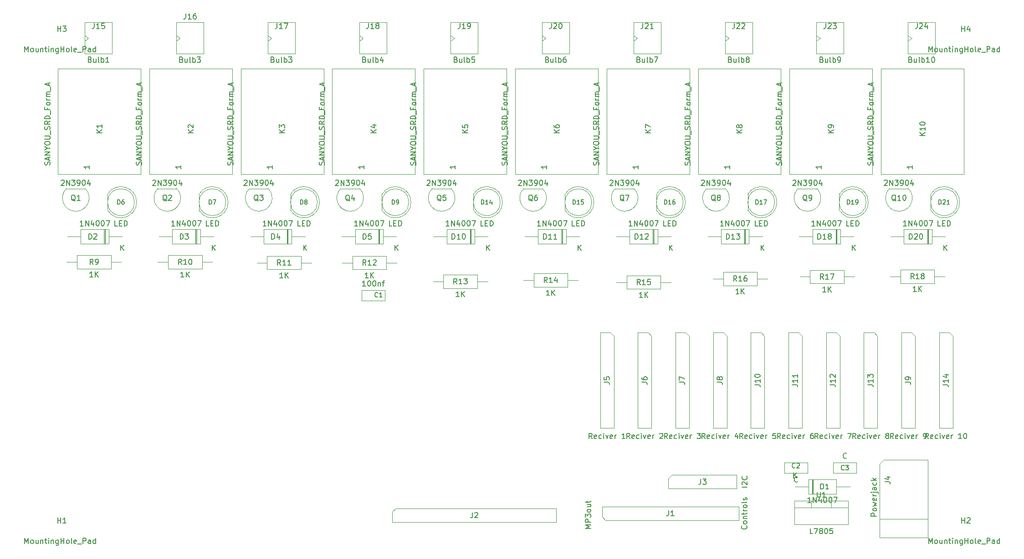
<source format=gbr>
%TF.GenerationSoftware,KiCad,Pcbnew,(5.1.7)-1*%
%TF.CreationDate,2023-02-24T20:45:29+00:00*%
%TF.ProjectId,quizbuzzer,7175697a-6275-47a7-9a65-722e6b696361,V0.1.0*%
%TF.SameCoordinates,Original*%
%TF.FileFunction,Other,Fab,Top*%
%FSLAX46Y46*%
G04 Gerber Fmt 4.6, Leading zero omitted, Abs format (unit mm)*
G04 Created by KiCad (PCBNEW (5.1.7)-1) date 2023-02-24 20:45:29*
%MOMM*%
%LPD*%
G01*
G04 APERTURE LIST*
%ADD10C,0.100000*%
%ADD11C,0.120000*%
%ADD12C,0.150000*%
%ADD13C,0.200000*%
%ADD14C,0.129000*%
G04 APERTURE END LIST*
D10*
%TO.C,J2*%
X97680000Y-108220000D02*
X97680000Y-106315000D01*
X97680000Y-106315000D02*
X98315000Y-105680000D01*
X98315000Y-105680000D02*
X128160000Y-105680000D01*
X128160000Y-105680000D02*
X128160000Y-108220000D01*
X128160000Y-108220000D02*
X97680000Y-108220000D01*
%TO.C,Q10*%
X193613625Y-46116375D02*
G75*
G02*
X191860000Y-50350000I-1753625J-1753625D01*
G01*
X190106375Y-46116375D02*
G75*
G03*
X191860000Y-50350000I1753625J-1753625D01*
G01*
X193600000Y-46120000D02*
X190100000Y-46120000D01*
%TO.C,Q9*%
X176613625Y-46116375D02*
G75*
G02*
X174860000Y-50350000I-1753625J-1753625D01*
G01*
X173106375Y-46116375D02*
G75*
G03*
X174860000Y-50350000I1753625J-1753625D01*
G01*
X176600000Y-46120000D02*
X173100000Y-46120000D01*
%TO.C,Q8*%
X159613625Y-46116375D02*
G75*
G02*
X157860000Y-50350000I-1753625J-1753625D01*
G01*
X156106375Y-46116375D02*
G75*
G03*
X157860000Y-50350000I1753625J-1753625D01*
G01*
X159600000Y-46120000D02*
X156100000Y-46120000D01*
%TO.C,Q7*%
X142613625Y-46116375D02*
G75*
G02*
X140860000Y-50350000I-1753625J-1753625D01*
G01*
X139106375Y-46116375D02*
G75*
G03*
X140860000Y-50350000I1753625J-1753625D01*
G01*
X142600000Y-46120000D02*
X139100000Y-46120000D01*
%TO.C,Q6*%
X125613625Y-46116375D02*
G75*
G02*
X123860000Y-50350000I-1753625J-1753625D01*
G01*
X122106375Y-46116375D02*
G75*
G03*
X123860000Y-50350000I1753625J-1753625D01*
G01*
X125600000Y-46120000D02*
X122100000Y-46120000D01*
%TO.C,Q5*%
X108613625Y-46116375D02*
G75*
G02*
X106860000Y-50350000I-1753625J-1753625D01*
G01*
X105106375Y-46116375D02*
G75*
G03*
X106860000Y-50350000I1753625J-1753625D01*
G01*
X108600000Y-46120000D02*
X105100000Y-46120000D01*
%TO.C,Q4*%
X91613625Y-46116375D02*
G75*
G02*
X89860000Y-50350000I-1753625J-1753625D01*
G01*
X88106375Y-46116375D02*
G75*
G03*
X89860000Y-50350000I1753625J-1753625D01*
G01*
X91600000Y-46120000D02*
X88100000Y-46120000D01*
%TO.C,Q3*%
X74613625Y-46116375D02*
G75*
G02*
X72860000Y-50350000I-1753625J-1753625D01*
G01*
X71106375Y-46116375D02*
G75*
G03*
X72860000Y-50350000I1753625J-1753625D01*
G01*
X74600000Y-46120000D02*
X71100000Y-46120000D01*
%TO.C,Q2*%
X57613625Y-46116375D02*
G75*
G02*
X55860000Y-50350000I-1753625J-1753625D01*
G01*
X54106375Y-46116375D02*
G75*
G03*
X55860000Y-50350000I1753625J-1753625D01*
G01*
X57600000Y-46120000D02*
X54100000Y-46120000D01*
%TO.C,Q1*%
X40613625Y-46116375D02*
G75*
G02*
X38860000Y-50350000I-1753625J-1753625D01*
G01*
X37106375Y-46116375D02*
G75*
G03*
X38860000Y-50350000I1753625J-1753625D01*
G01*
X40600000Y-46120000D02*
X37100000Y-46120000D01*
%TO.C,U1*%
X172440000Y-104270000D02*
X172440000Y-108670000D01*
X172440000Y-108670000D02*
X182440000Y-108670000D01*
X182440000Y-108670000D02*
X182440000Y-104270000D01*
X182440000Y-104270000D02*
X172440000Y-104270000D01*
X172440000Y-105540000D02*
X182440000Y-105540000D01*
X175590000Y-104270000D02*
X175590000Y-105540000D01*
X179290000Y-104270000D02*
X179290000Y-105540000D01*
%TO.C,R18*%
X192150000Y-61240000D02*
X192150000Y-63740000D01*
X192150000Y-63740000D02*
X198450000Y-63740000D01*
X198450000Y-63740000D02*
X198450000Y-61240000D01*
X198450000Y-61240000D02*
X192150000Y-61240000D01*
X190220000Y-62490000D02*
X192150000Y-62490000D01*
X200380000Y-62490000D02*
X198450000Y-62490000D01*
%TO.C,R17*%
X175340000Y-61280000D02*
X175340000Y-63780000D01*
X175340000Y-63780000D02*
X181640000Y-63780000D01*
X181640000Y-63780000D02*
X181640000Y-61280000D01*
X181640000Y-61280000D02*
X175340000Y-61280000D01*
X173410000Y-62530000D02*
X175340000Y-62530000D01*
X183570000Y-62530000D02*
X181640000Y-62530000D01*
%TO.C,R16*%
X159200000Y-61670000D02*
X159200000Y-64170000D01*
X159200000Y-64170000D02*
X165500000Y-64170000D01*
X165500000Y-64170000D02*
X165500000Y-61670000D01*
X165500000Y-61670000D02*
X159200000Y-61670000D01*
X157270000Y-62920000D02*
X159200000Y-62920000D01*
X167430000Y-62920000D02*
X165500000Y-62920000D01*
%TO.C,R15*%
X141270000Y-62320000D02*
X141270000Y-64820000D01*
X141270000Y-64820000D02*
X147570000Y-64820000D01*
X147570000Y-64820000D02*
X147570000Y-62320000D01*
X147570000Y-62320000D02*
X141270000Y-62320000D01*
X139340000Y-63570000D02*
X141270000Y-63570000D01*
X149500000Y-63570000D02*
X147570000Y-63570000D01*
%TO.C,R14*%
X123970000Y-61930000D02*
X123970000Y-64430000D01*
X123970000Y-64430000D02*
X130270000Y-64430000D01*
X130270000Y-64430000D02*
X130270000Y-61930000D01*
X130270000Y-61930000D02*
X123970000Y-61930000D01*
X122040000Y-63180000D02*
X123970000Y-63180000D01*
X132200000Y-63180000D02*
X130270000Y-63180000D01*
%TO.C,R13*%
X107190000Y-62190000D02*
X107190000Y-64690000D01*
X107190000Y-64690000D02*
X113490000Y-64690000D01*
X113490000Y-64690000D02*
X113490000Y-62190000D01*
X113490000Y-62190000D02*
X107190000Y-62190000D01*
X105260000Y-63440000D02*
X107190000Y-63440000D01*
X115420000Y-63440000D02*
X113490000Y-63440000D01*
%TO.C,R12*%
X90290000Y-58680000D02*
X90290000Y-61180000D01*
X90290000Y-61180000D02*
X96590000Y-61180000D01*
X96590000Y-61180000D02*
X96590000Y-58680000D01*
X96590000Y-58680000D02*
X90290000Y-58680000D01*
X88360000Y-59930000D02*
X90290000Y-59930000D01*
X98520000Y-59930000D02*
X96590000Y-59930000D01*
%TO.C,R11*%
X74420000Y-58680000D02*
X74420000Y-61180000D01*
X74420000Y-61180000D02*
X80720000Y-61180000D01*
X80720000Y-61180000D02*
X80720000Y-58680000D01*
X80720000Y-58680000D02*
X74420000Y-58680000D01*
X72490000Y-59930000D02*
X74420000Y-59930000D01*
X82650000Y-59930000D02*
X80720000Y-59930000D01*
%TO.C,R10*%
X56020000Y-58550000D02*
X56020000Y-61050000D01*
X56020000Y-61050000D02*
X62320000Y-61050000D01*
X62320000Y-61050000D02*
X62320000Y-58550000D01*
X62320000Y-58550000D02*
X56020000Y-58550000D01*
X54090000Y-59800000D02*
X56020000Y-59800000D01*
X64250000Y-59800000D02*
X62320000Y-59800000D01*
%TO.C,R9*%
X39100000Y-58540000D02*
X39100000Y-61040000D01*
X39100000Y-61040000D02*
X45400000Y-61040000D01*
X45400000Y-61040000D02*
X45400000Y-58540000D01*
X45400000Y-58540000D02*
X39100000Y-58540000D01*
X37170000Y-59790000D02*
X39100000Y-59790000D01*
X47330000Y-59790000D02*
X45400000Y-59790000D01*
D11*
%TO.C,K10*%
X188530000Y-43410000D02*
X188530000Y-23810000D01*
X188530000Y-23810000D02*
X203930000Y-23810000D01*
X203930000Y-23810000D02*
X203930000Y-43410000D01*
X203930000Y-43410000D02*
X188530000Y-43410000D01*
%TO.C,K9*%
X171530000Y-43410000D02*
X171530000Y-23810000D01*
X171530000Y-23810000D02*
X186930000Y-23810000D01*
X186930000Y-23810000D02*
X186930000Y-43410000D01*
X186930000Y-43410000D02*
X171530000Y-43410000D01*
%TO.C,K8*%
X154530000Y-43410000D02*
X154530000Y-23810000D01*
X154530000Y-23810000D02*
X169930000Y-23810000D01*
X169930000Y-23810000D02*
X169930000Y-43410000D01*
X169930000Y-43410000D02*
X154530000Y-43410000D01*
%TO.C,K7*%
X137530000Y-43410000D02*
X137530000Y-23810000D01*
X137530000Y-23810000D02*
X152930000Y-23810000D01*
X152930000Y-23810000D02*
X152930000Y-43410000D01*
X152930000Y-43410000D02*
X137530000Y-43410000D01*
%TO.C,K6*%
X120530000Y-43410000D02*
X120530000Y-23810000D01*
X120530000Y-23810000D02*
X135930000Y-23810000D01*
X135930000Y-23810000D02*
X135930000Y-43410000D01*
X135930000Y-43410000D02*
X120530000Y-43410000D01*
%TO.C,K5*%
X103530000Y-43410000D02*
X103530000Y-23810000D01*
X103530000Y-23810000D02*
X118930000Y-23810000D01*
X118930000Y-23810000D02*
X118930000Y-43410000D01*
X118930000Y-43410000D02*
X103530000Y-43410000D01*
%TO.C,K4*%
X86530000Y-43410000D02*
X86530000Y-23810000D01*
X86530000Y-23810000D02*
X101930000Y-23810000D01*
X101930000Y-23810000D02*
X101930000Y-43410000D01*
X101930000Y-43410000D02*
X86530000Y-43410000D01*
%TO.C,K3*%
X69530000Y-43410000D02*
X69530000Y-23810000D01*
X69530000Y-23810000D02*
X84930000Y-23810000D01*
X84930000Y-23810000D02*
X84930000Y-43410000D01*
X84930000Y-43410000D02*
X69530000Y-43410000D01*
%TO.C,K2*%
X52530000Y-43410000D02*
X52530000Y-23810000D01*
X52530000Y-23810000D02*
X67930000Y-23810000D01*
X67930000Y-23810000D02*
X67930000Y-43410000D01*
X67930000Y-43410000D02*
X52530000Y-43410000D01*
%TO.C,K1*%
X35530000Y-43410000D02*
X35530000Y-23810000D01*
X35530000Y-23810000D02*
X50930000Y-23810000D01*
X50930000Y-23810000D02*
X50930000Y-43410000D01*
X50930000Y-43410000D02*
X35530000Y-43410000D01*
D10*
%TO.C,J24*%
X193530000Y-15190000D02*
X193530000Y-20990000D01*
X193530000Y-20990000D02*
X198610000Y-20990000D01*
X198610000Y-20990000D02*
X198610000Y-15190000D01*
X198610000Y-15190000D02*
X193530000Y-15190000D01*
X193530000Y-17610000D02*
X194237107Y-18110000D01*
X194237107Y-18110000D02*
X193530000Y-18610000D01*
%TO.C,J23*%
X176530000Y-15190000D02*
X176530000Y-20990000D01*
X176530000Y-20990000D02*
X181610000Y-20990000D01*
X181610000Y-20990000D02*
X181610000Y-15190000D01*
X181610000Y-15190000D02*
X176530000Y-15190000D01*
X176530000Y-17610000D02*
X177237107Y-18110000D01*
X177237107Y-18110000D02*
X176530000Y-18610000D01*
%TO.C,J22*%
X159530000Y-15190000D02*
X159530000Y-20990000D01*
X159530000Y-20990000D02*
X164610000Y-20990000D01*
X164610000Y-20990000D02*
X164610000Y-15190000D01*
X164610000Y-15190000D02*
X159530000Y-15190000D01*
X159530000Y-17610000D02*
X160237107Y-18110000D01*
X160237107Y-18110000D02*
X159530000Y-18610000D01*
%TO.C,J21*%
X142530000Y-15190000D02*
X142530000Y-20990000D01*
X142530000Y-20990000D02*
X147610000Y-20990000D01*
X147610000Y-20990000D02*
X147610000Y-15190000D01*
X147610000Y-15190000D02*
X142530000Y-15190000D01*
X142530000Y-17610000D02*
X143237107Y-18110000D01*
X143237107Y-18110000D02*
X142530000Y-18610000D01*
%TO.C,J20*%
X125530000Y-15190000D02*
X125530000Y-20990000D01*
X125530000Y-20990000D02*
X130610000Y-20990000D01*
X130610000Y-20990000D02*
X130610000Y-15190000D01*
X130610000Y-15190000D02*
X125530000Y-15190000D01*
X125530000Y-17610000D02*
X126237107Y-18110000D01*
X126237107Y-18110000D02*
X125530000Y-18610000D01*
%TO.C,J19*%
X108530000Y-15190000D02*
X108530000Y-20990000D01*
X108530000Y-20990000D02*
X113610000Y-20990000D01*
X113610000Y-20990000D02*
X113610000Y-15190000D01*
X113610000Y-15190000D02*
X108530000Y-15190000D01*
X108530000Y-17610000D02*
X109237107Y-18110000D01*
X109237107Y-18110000D02*
X108530000Y-18610000D01*
%TO.C,J18*%
X91530000Y-15190000D02*
X91530000Y-20990000D01*
X91530000Y-20990000D02*
X96610000Y-20990000D01*
X96610000Y-20990000D02*
X96610000Y-15190000D01*
X96610000Y-15190000D02*
X91530000Y-15190000D01*
X91530000Y-17610000D02*
X92237107Y-18110000D01*
X92237107Y-18110000D02*
X91530000Y-18610000D01*
%TO.C,J17*%
X74530000Y-15190000D02*
X74530000Y-20990000D01*
X74530000Y-20990000D02*
X79610000Y-20990000D01*
X79610000Y-20990000D02*
X79610000Y-15190000D01*
X79610000Y-15190000D02*
X74530000Y-15190000D01*
X74530000Y-17610000D02*
X75237107Y-18110000D01*
X75237107Y-18110000D02*
X74530000Y-18610000D01*
%TO.C,J16*%
X57530000Y-15190000D02*
X57530000Y-20990000D01*
X57530000Y-20990000D02*
X62610000Y-20990000D01*
X62610000Y-20990000D02*
X62610000Y-15190000D01*
X62610000Y-15190000D02*
X57530000Y-15190000D01*
X57530000Y-17610000D02*
X58237107Y-18110000D01*
X58237107Y-18110000D02*
X57530000Y-18610000D01*
%TO.C,J15*%
X40530000Y-15190000D02*
X40530000Y-20990000D01*
X40530000Y-20990000D02*
X45610000Y-20990000D01*
X45610000Y-20990000D02*
X45610000Y-15190000D01*
X45610000Y-15190000D02*
X40530000Y-15190000D01*
X40530000Y-17610000D02*
X41237107Y-18110000D01*
X41237107Y-18110000D02*
X40530000Y-18610000D01*
%TO.C,J14*%
X199320000Y-72940000D02*
X201225000Y-72940000D01*
X201225000Y-72940000D02*
X201860000Y-73575000D01*
X201860000Y-73575000D02*
X201860000Y-90720000D01*
X201860000Y-90720000D02*
X199320000Y-90720000D01*
X199320000Y-90720000D02*
X199320000Y-72940000D01*
%TO.C,J13*%
X185320000Y-72940000D02*
X187225000Y-72940000D01*
X187225000Y-72940000D02*
X187860000Y-73575000D01*
X187860000Y-73575000D02*
X187860000Y-90720000D01*
X187860000Y-90720000D02*
X185320000Y-90720000D01*
X185320000Y-90720000D02*
X185320000Y-72940000D01*
%TO.C,J12*%
X178320000Y-72940000D02*
X180225000Y-72940000D01*
X180225000Y-72940000D02*
X180860000Y-73575000D01*
X180860000Y-73575000D02*
X180860000Y-90720000D01*
X180860000Y-90720000D02*
X178320000Y-90720000D01*
X178320000Y-90720000D02*
X178320000Y-72940000D01*
%TO.C,J11*%
X171320000Y-72940000D02*
X173225000Y-72940000D01*
X173225000Y-72940000D02*
X173860000Y-73575000D01*
X173860000Y-73575000D02*
X173860000Y-90720000D01*
X173860000Y-90720000D02*
X171320000Y-90720000D01*
X171320000Y-90720000D02*
X171320000Y-72940000D01*
%TO.C,J10*%
X164320000Y-72940000D02*
X166225000Y-72940000D01*
X166225000Y-72940000D02*
X166860000Y-73575000D01*
X166860000Y-73575000D02*
X166860000Y-90720000D01*
X166860000Y-90720000D02*
X164320000Y-90720000D01*
X164320000Y-90720000D02*
X164320000Y-72940000D01*
%TO.C,J9*%
X192320000Y-72940000D02*
X194225000Y-72940000D01*
X194225000Y-72940000D02*
X194860000Y-73575000D01*
X194860000Y-73575000D02*
X194860000Y-90720000D01*
X194860000Y-90720000D02*
X192320000Y-90720000D01*
X192320000Y-90720000D02*
X192320000Y-72940000D01*
%TO.C,J8*%
X157320000Y-72940000D02*
X159225000Y-72940000D01*
X159225000Y-72940000D02*
X159860000Y-73575000D01*
X159860000Y-73575000D02*
X159860000Y-90720000D01*
X159860000Y-90720000D02*
X157320000Y-90720000D01*
X157320000Y-90720000D02*
X157320000Y-72940000D01*
%TO.C,J7*%
X150320000Y-72940000D02*
X152225000Y-72940000D01*
X152225000Y-72940000D02*
X152860000Y-73575000D01*
X152860000Y-73575000D02*
X152860000Y-90720000D01*
X152860000Y-90720000D02*
X150320000Y-90720000D01*
X150320000Y-90720000D02*
X150320000Y-72940000D01*
%TO.C,J6*%
X143320000Y-72940000D02*
X145225000Y-72940000D01*
X145225000Y-72940000D02*
X145860000Y-73575000D01*
X145860000Y-73575000D02*
X145860000Y-90720000D01*
X145860000Y-90720000D02*
X143320000Y-90720000D01*
X143320000Y-90720000D02*
X143320000Y-72940000D01*
%TO.C,J5*%
X136320000Y-72940000D02*
X138225000Y-72940000D01*
X138225000Y-72940000D02*
X138860000Y-73575000D01*
X138860000Y-73575000D02*
X138860000Y-90720000D01*
X138860000Y-90720000D02*
X136320000Y-90720000D01*
X136320000Y-90720000D02*
X136320000Y-72940000D01*
%TO.C,J4*%
X188234575Y-97393213D02*
X188990000Y-96590000D01*
X188240000Y-107590000D02*
X197240000Y-107590000D01*
X188240000Y-111090000D02*
X197240000Y-111090000D01*
X197240000Y-111090000D02*
X197240000Y-96590000D01*
X197240000Y-96590000D02*
X188990000Y-96590000D01*
X188240000Y-97390000D02*
X188240000Y-111090000D01*
%TO.C,J3*%
X149010000Y-101990000D02*
X149010000Y-100085000D01*
X149010000Y-100085000D02*
X149645000Y-99450000D01*
X149645000Y-99450000D02*
X161710000Y-99450000D01*
X161710000Y-99450000D02*
X161710000Y-101990000D01*
X161710000Y-101990000D02*
X149010000Y-101990000D01*
%TO.C,J1*%
X136670000Y-107235000D02*
X136670000Y-105330000D01*
X136670000Y-105330000D02*
X162070000Y-105330000D01*
X162070000Y-105330000D02*
X162070000Y-107870000D01*
X162070000Y-107870000D02*
X137305000Y-107870000D01*
X137305000Y-107870000D02*
X136670000Y-107235000D01*
%TO.C,D21*%
X197759984Y-50139666D02*
G75*
G03*
X197760000Y-47200306I2500016J1469666D01*
G01*
X202760000Y-48670000D02*
G75*
G03*
X202760000Y-48670000I-2500000J0D01*
G01*
X197760000Y-47200306D02*
X197760000Y-50139694D01*
%TO.C,D20*%
X197990000Y-56430000D02*
X197990000Y-53730000D01*
X197990000Y-53730000D02*
X192790000Y-53730000D01*
X192790000Y-53730000D02*
X192790000Y-56430000D01*
X192790000Y-56430000D02*
X197990000Y-56430000D01*
X200470000Y-55080000D02*
X197990000Y-55080000D01*
X190310000Y-55080000D02*
X192790000Y-55080000D01*
X197210000Y-56430000D02*
X197210000Y-53730000D01*
X197110000Y-56430000D02*
X197110000Y-53730000D01*
X197310000Y-56430000D02*
X197310000Y-53730000D01*
%TO.C,D19*%
X180759984Y-50139666D02*
G75*
G03*
X180760000Y-47200306I2500016J1469666D01*
G01*
X185760000Y-48670000D02*
G75*
G03*
X185760000Y-48670000I-2500000J0D01*
G01*
X180760000Y-47200306D02*
X180760000Y-50139694D01*
%TO.C,D18*%
X180990000Y-56430000D02*
X180990000Y-53730000D01*
X180990000Y-53730000D02*
X175790000Y-53730000D01*
X175790000Y-53730000D02*
X175790000Y-56430000D01*
X175790000Y-56430000D02*
X180990000Y-56430000D01*
X183470000Y-55080000D02*
X180990000Y-55080000D01*
X173310000Y-55080000D02*
X175790000Y-55080000D01*
X180210000Y-56430000D02*
X180210000Y-53730000D01*
X180110000Y-56430000D02*
X180110000Y-53730000D01*
X180310000Y-56430000D02*
X180310000Y-53730000D01*
%TO.C,D17*%
X163759984Y-50139666D02*
G75*
G03*
X163760000Y-47200306I2500016J1469666D01*
G01*
X168760000Y-48670000D02*
G75*
G03*
X168760000Y-48670000I-2500000J0D01*
G01*
X163760000Y-47200306D02*
X163760000Y-50139694D01*
%TO.C,D16*%
X146759984Y-50139666D02*
G75*
G03*
X146760000Y-47200306I2500016J1469666D01*
G01*
X151760000Y-48670000D02*
G75*
G03*
X151760000Y-48670000I-2500000J0D01*
G01*
X146760000Y-47200306D02*
X146760000Y-50139694D01*
%TO.C,D15*%
X129759984Y-50139666D02*
G75*
G03*
X129760000Y-47200306I2500016J1469666D01*
G01*
X134760000Y-48670000D02*
G75*
G03*
X134760000Y-48670000I-2500000J0D01*
G01*
X129760000Y-47200306D02*
X129760000Y-50139694D01*
%TO.C,D14*%
X112759984Y-50139666D02*
G75*
G03*
X112760000Y-47200306I2500016J1469666D01*
G01*
X117760000Y-48670000D02*
G75*
G03*
X117760000Y-48670000I-2500000J0D01*
G01*
X112760000Y-47200306D02*
X112760000Y-50139694D01*
%TO.C,D13*%
X163990000Y-56430000D02*
X163990000Y-53730000D01*
X163990000Y-53730000D02*
X158790000Y-53730000D01*
X158790000Y-53730000D02*
X158790000Y-56430000D01*
X158790000Y-56430000D02*
X163990000Y-56430000D01*
X166470000Y-55080000D02*
X163990000Y-55080000D01*
X156310000Y-55080000D02*
X158790000Y-55080000D01*
X163210000Y-56430000D02*
X163210000Y-53730000D01*
X163110000Y-56430000D02*
X163110000Y-53730000D01*
X163310000Y-56430000D02*
X163310000Y-53730000D01*
%TO.C,D12*%
X146990000Y-56430000D02*
X146990000Y-53730000D01*
X146990000Y-53730000D02*
X141790000Y-53730000D01*
X141790000Y-53730000D02*
X141790000Y-56430000D01*
X141790000Y-56430000D02*
X146990000Y-56430000D01*
X149470000Y-55080000D02*
X146990000Y-55080000D01*
X139310000Y-55080000D02*
X141790000Y-55080000D01*
X146210000Y-56430000D02*
X146210000Y-53730000D01*
X146110000Y-56430000D02*
X146110000Y-53730000D01*
X146310000Y-56430000D02*
X146310000Y-53730000D01*
%TO.C,D11*%
X129990000Y-56430000D02*
X129990000Y-53730000D01*
X129990000Y-53730000D02*
X124790000Y-53730000D01*
X124790000Y-53730000D02*
X124790000Y-56430000D01*
X124790000Y-56430000D02*
X129990000Y-56430000D01*
X132470000Y-55080000D02*
X129990000Y-55080000D01*
X122310000Y-55080000D02*
X124790000Y-55080000D01*
X129210000Y-56430000D02*
X129210000Y-53730000D01*
X129110000Y-56430000D02*
X129110000Y-53730000D01*
X129310000Y-56430000D02*
X129310000Y-53730000D01*
%TO.C,D10*%
X112990000Y-56430000D02*
X112990000Y-53730000D01*
X112990000Y-53730000D02*
X107790000Y-53730000D01*
X107790000Y-53730000D02*
X107790000Y-56430000D01*
X107790000Y-56430000D02*
X112990000Y-56430000D01*
X115470000Y-55080000D02*
X112990000Y-55080000D01*
X105310000Y-55080000D02*
X107790000Y-55080000D01*
X112210000Y-56430000D02*
X112210000Y-53730000D01*
X112110000Y-56430000D02*
X112110000Y-53730000D01*
X112310000Y-56430000D02*
X112310000Y-53730000D01*
%TO.C,D9*%
X95759984Y-50139666D02*
G75*
G03*
X95760000Y-47200306I2500016J1469666D01*
G01*
X100760000Y-48670000D02*
G75*
G03*
X100760000Y-48670000I-2500000J0D01*
G01*
X95760000Y-47200306D02*
X95760000Y-50139694D01*
%TO.C,D8*%
X78759984Y-50139666D02*
G75*
G03*
X78760000Y-47200306I2500016J1469666D01*
G01*
X83760000Y-48670000D02*
G75*
G03*
X83760000Y-48670000I-2500000J0D01*
G01*
X78760000Y-47200306D02*
X78760000Y-50139694D01*
%TO.C,D7*%
X61759984Y-50139666D02*
G75*
G03*
X61760000Y-47200306I2500016J1469666D01*
G01*
X66760000Y-48670000D02*
G75*
G03*
X66760000Y-48670000I-2500000J0D01*
G01*
X61760000Y-47200306D02*
X61760000Y-50139694D01*
%TO.C,D6*%
X44759984Y-50139666D02*
G75*
G03*
X44760000Y-47200306I2500016J1469666D01*
G01*
X49760000Y-48670000D02*
G75*
G03*
X49760000Y-48670000I-2500000J0D01*
G01*
X44760000Y-47200306D02*
X44760000Y-50139694D01*
%TO.C,D5*%
X95990000Y-56430000D02*
X95990000Y-53730000D01*
X95990000Y-53730000D02*
X90790000Y-53730000D01*
X90790000Y-53730000D02*
X90790000Y-56430000D01*
X90790000Y-56430000D02*
X95990000Y-56430000D01*
X98470000Y-55080000D02*
X95990000Y-55080000D01*
X88310000Y-55080000D02*
X90790000Y-55080000D01*
X95210000Y-56430000D02*
X95210000Y-53730000D01*
X95110000Y-56430000D02*
X95110000Y-53730000D01*
X95310000Y-56430000D02*
X95310000Y-53730000D01*
%TO.C,D4*%
X78990000Y-56430000D02*
X78990000Y-53730000D01*
X78990000Y-53730000D02*
X73790000Y-53730000D01*
X73790000Y-53730000D02*
X73790000Y-56430000D01*
X73790000Y-56430000D02*
X78990000Y-56430000D01*
X81470000Y-55080000D02*
X78990000Y-55080000D01*
X71310000Y-55080000D02*
X73790000Y-55080000D01*
X78210000Y-56430000D02*
X78210000Y-53730000D01*
X78110000Y-56430000D02*
X78110000Y-53730000D01*
X78310000Y-56430000D02*
X78310000Y-53730000D01*
%TO.C,D3*%
X61990000Y-56430000D02*
X61990000Y-53730000D01*
X61990000Y-53730000D02*
X56790000Y-53730000D01*
X56790000Y-53730000D02*
X56790000Y-56430000D01*
X56790000Y-56430000D02*
X61990000Y-56430000D01*
X64470000Y-55080000D02*
X61990000Y-55080000D01*
X54310000Y-55080000D02*
X56790000Y-55080000D01*
X61210000Y-56430000D02*
X61210000Y-53730000D01*
X61110000Y-56430000D02*
X61110000Y-53730000D01*
X61310000Y-56430000D02*
X61310000Y-53730000D01*
%TO.C,D2*%
X44990000Y-56430000D02*
X44990000Y-53730000D01*
X44990000Y-53730000D02*
X39790000Y-53730000D01*
X39790000Y-53730000D02*
X39790000Y-56430000D01*
X39790000Y-56430000D02*
X44990000Y-56430000D01*
X47470000Y-55080000D02*
X44990000Y-55080000D01*
X37310000Y-55080000D02*
X39790000Y-55080000D01*
X44210000Y-56430000D02*
X44210000Y-53730000D01*
X44110000Y-56430000D02*
X44110000Y-53730000D01*
X44310000Y-56430000D02*
X44310000Y-53730000D01*
%TO.C,D1*%
X175040000Y-100280000D02*
X175040000Y-102980000D01*
X175040000Y-102980000D02*
X180240000Y-102980000D01*
X180240000Y-102980000D02*
X180240000Y-100280000D01*
X180240000Y-100280000D02*
X175040000Y-100280000D01*
X172560000Y-101630000D02*
X175040000Y-101630000D01*
X182720000Y-101630000D02*
X180240000Y-101630000D01*
X175820000Y-100280000D02*
X175820000Y-102980000D01*
X175920000Y-100280000D02*
X175920000Y-102980000D01*
X175720000Y-100280000D02*
X175720000Y-102980000D01*
%TO.C,C3*%
X183960000Y-99060000D02*
X183960000Y-97160000D01*
X183960000Y-97160000D02*
X179660000Y-97160000D01*
X179660000Y-97160000D02*
X179660000Y-99060000D01*
X179660000Y-99060000D02*
X183960000Y-99060000D01*
%TO.C,C2*%
X170560000Y-97160000D02*
X170560000Y-99060000D01*
X170560000Y-99060000D02*
X174860000Y-99060000D01*
X174860000Y-99060000D02*
X174860000Y-97160000D01*
X174860000Y-97160000D02*
X170560000Y-97160000D01*
%TO.C,C1*%
X96280000Y-66980000D02*
X96280000Y-65080000D01*
X96280000Y-65080000D02*
X91980000Y-65080000D01*
X91980000Y-65080000D02*
X91980000Y-66980000D01*
X91980000Y-66980000D02*
X96280000Y-66980000D01*
%TD*%
%TO.C,H4*%
D12*
X197398571Y-20662380D02*
X197398571Y-19662380D01*
X197731904Y-20376666D01*
X198065238Y-19662380D01*
X198065238Y-20662380D01*
X198684285Y-20662380D02*
X198589047Y-20614761D01*
X198541428Y-20567142D01*
X198493809Y-20471904D01*
X198493809Y-20186190D01*
X198541428Y-20090952D01*
X198589047Y-20043333D01*
X198684285Y-19995714D01*
X198827142Y-19995714D01*
X198922380Y-20043333D01*
X198970000Y-20090952D01*
X199017619Y-20186190D01*
X199017619Y-20471904D01*
X198970000Y-20567142D01*
X198922380Y-20614761D01*
X198827142Y-20662380D01*
X198684285Y-20662380D01*
X199874761Y-19995714D02*
X199874761Y-20662380D01*
X199446190Y-19995714D02*
X199446190Y-20519523D01*
X199493809Y-20614761D01*
X199589047Y-20662380D01*
X199731904Y-20662380D01*
X199827142Y-20614761D01*
X199874761Y-20567142D01*
X200350952Y-19995714D02*
X200350952Y-20662380D01*
X200350952Y-20090952D02*
X200398571Y-20043333D01*
X200493809Y-19995714D01*
X200636666Y-19995714D01*
X200731904Y-20043333D01*
X200779523Y-20138571D01*
X200779523Y-20662380D01*
X201112857Y-19995714D02*
X201493809Y-19995714D01*
X201255714Y-19662380D02*
X201255714Y-20519523D01*
X201303333Y-20614761D01*
X201398571Y-20662380D01*
X201493809Y-20662380D01*
X201827142Y-20662380D02*
X201827142Y-19995714D01*
X201827142Y-19662380D02*
X201779523Y-19710000D01*
X201827142Y-19757619D01*
X201874761Y-19710000D01*
X201827142Y-19662380D01*
X201827142Y-19757619D01*
X202303333Y-19995714D02*
X202303333Y-20662380D01*
X202303333Y-20090952D02*
X202350952Y-20043333D01*
X202446190Y-19995714D01*
X202589047Y-19995714D01*
X202684285Y-20043333D01*
X202731904Y-20138571D01*
X202731904Y-20662380D01*
X203636666Y-19995714D02*
X203636666Y-20805238D01*
X203589047Y-20900476D01*
X203541428Y-20948095D01*
X203446190Y-20995714D01*
X203303333Y-20995714D01*
X203208095Y-20948095D01*
X203636666Y-20614761D02*
X203541428Y-20662380D01*
X203350952Y-20662380D01*
X203255714Y-20614761D01*
X203208095Y-20567142D01*
X203160476Y-20471904D01*
X203160476Y-20186190D01*
X203208095Y-20090952D01*
X203255714Y-20043333D01*
X203350952Y-19995714D01*
X203541428Y-19995714D01*
X203636666Y-20043333D01*
X204112857Y-20662380D02*
X204112857Y-19662380D01*
X204112857Y-20138571D02*
X204684285Y-20138571D01*
X204684285Y-20662380D02*
X204684285Y-19662380D01*
X205303333Y-20662380D02*
X205208095Y-20614761D01*
X205160476Y-20567142D01*
X205112857Y-20471904D01*
X205112857Y-20186190D01*
X205160476Y-20090952D01*
X205208095Y-20043333D01*
X205303333Y-19995714D01*
X205446190Y-19995714D01*
X205541428Y-20043333D01*
X205589047Y-20090952D01*
X205636666Y-20186190D01*
X205636666Y-20471904D01*
X205589047Y-20567142D01*
X205541428Y-20614761D01*
X205446190Y-20662380D01*
X205303333Y-20662380D01*
X206208095Y-20662380D02*
X206112857Y-20614761D01*
X206065238Y-20519523D01*
X206065238Y-19662380D01*
X206970000Y-20614761D02*
X206874761Y-20662380D01*
X206684285Y-20662380D01*
X206589047Y-20614761D01*
X206541428Y-20519523D01*
X206541428Y-20138571D01*
X206589047Y-20043333D01*
X206684285Y-19995714D01*
X206874761Y-19995714D01*
X206970000Y-20043333D01*
X207017619Y-20138571D01*
X207017619Y-20233809D01*
X206541428Y-20329047D01*
X207208095Y-20757619D02*
X207970000Y-20757619D01*
X208208095Y-20662380D02*
X208208095Y-19662380D01*
X208589047Y-19662380D01*
X208684285Y-19710000D01*
X208731904Y-19757619D01*
X208779523Y-19852857D01*
X208779523Y-19995714D01*
X208731904Y-20090952D01*
X208684285Y-20138571D01*
X208589047Y-20186190D01*
X208208095Y-20186190D01*
X209636666Y-20662380D02*
X209636666Y-20138571D01*
X209589047Y-20043333D01*
X209493809Y-19995714D01*
X209303333Y-19995714D01*
X209208095Y-20043333D01*
X209636666Y-20614761D02*
X209541428Y-20662380D01*
X209303333Y-20662380D01*
X209208095Y-20614761D01*
X209160476Y-20519523D01*
X209160476Y-20424285D01*
X209208095Y-20329047D01*
X209303333Y-20281428D01*
X209541428Y-20281428D01*
X209636666Y-20233809D01*
X210541428Y-20662380D02*
X210541428Y-19662380D01*
X210541428Y-20614761D02*
X210446190Y-20662380D01*
X210255714Y-20662380D01*
X210160476Y-20614761D01*
X210112857Y-20567142D01*
X210065238Y-20471904D01*
X210065238Y-20186190D01*
X210112857Y-20090952D01*
X210160476Y-20043333D01*
X210255714Y-19995714D01*
X210446190Y-19995714D01*
X210541428Y-20043333D01*
X203508095Y-16862380D02*
X203508095Y-15862380D01*
X203508095Y-16338571D02*
X204079523Y-16338571D01*
X204079523Y-16862380D02*
X204079523Y-15862380D01*
X204984285Y-16195714D02*
X204984285Y-16862380D01*
X204746190Y-15814761D02*
X204508095Y-16529047D01*
X205127142Y-16529047D01*
%TO.C,H3*%
X29378571Y-20662380D02*
X29378571Y-19662380D01*
X29711904Y-20376666D01*
X30045238Y-19662380D01*
X30045238Y-20662380D01*
X30664285Y-20662380D02*
X30569047Y-20614761D01*
X30521428Y-20567142D01*
X30473809Y-20471904D01*
X30473809Y-20186190D01*
X30521428Y-20090952D01*
X30569047Y-20043333D01*
X30664285Y-19995714D01*
X30807142Y-19995714D01*
X30902380Y-20043333D01*
X30950000Y-20090952D01*
X30997619Y-20186190D01*
X30997619Y-20471904D01*
X30950000Y-20567142D01*
X30902380Y-20614761D01*
X30807142Y-20662380D01*
X30664285Y-20662380D01*
X31854761Y-19995714D02*
X31854761Y-20662380D01*
X31426190Y-19995714D02*
X31426190Y-20519523D01*
X31473809Y-20614761D01*
X31569047Y-20662380D01*
X31711904Y-20662380D01*
X31807142Y-20614761D01*
X31854761Y-20567142D01*
X32330952Y-19995714D02*
X32330952Y-20662380D01*
X32330952Y-20090952D02*
X32378571Y-20043333D01*
X32473809Y-19995714D01*
X32616666Y-19995714D01*
X32711904Y-20043333D01*
X32759523Y-20138571D01*
X32759523Y-20662380D01*
X33092857Y-19995714D02*
X33473809Y-19995714D01*
X33235714Y-19662380D02*
X33235714Y-20519523D01*
X33283333Y-20614761D01*
X33378571Y-20662380D01*
X33473809Y-20662380D01*
X33807142Y-20662380D02*
X33807142Y-19995714D01*
X33807142Y-19662380D02*
X33759523Y-19710000D01*
X33807142Y-19757619D01*
X33854761Y-19710000D01*
X33807142Y-19662380D01*
X33807142Y-19757619D01*
X34283333Y-19995714D02*
X34283333Y-20662380D01*
X34283333Y-20090952D02*
X34330952Y-20043333D01*
X34426190Y-19995714D01*
X34569047Y-19995714D01*
X34664285Y-20043333D01*
X34711904Y-20138571D01*
X34711904Y-20662380D01*
X35616666Y-19995714D02*
X35616666Y-20805238D01*
X35569047Y-20900476D01*
X35521428Y-20948095D01*
X35426190Y-20995714D01*
X35283333Y-20995714D01*
X35188095Y-20948095D01*
X35616666Y-20614761D02*
X35521428Y-20662380D01*
X35330952Y-20662380D01*
X35235714Y-20614761D01*
X35188095Y-20567142D01*
X35140476Y-20471904D01*
X35140476Y-20186190D01*
X35188095Y-20090952D01*
X35235714Y-20043333D01*
X35330952Y-19995714D01*
X35521428Y-19995714D01*
X35616666Y-20043333D01*
X36092857Y-20662380D02*
X36092857Y-19662380D01*
X36092857Y-20138571D02*
X36664285Y-20138571D01*
X36664285Y-20662380D02*
X36664285Y-19662380D01*
X37283333Y-20662380D02*
X37188095Y-20614761D01*
X37140476Y-20567142D01*
X37092857Y-20471904D01*
X37092857Y-20186190D01*
X37140476Y-20090952D01*
X37188095Y-20043333D01*
X37283333Y-19995714D01*
X37426190Y-19995714D01*
X37521428Y-20043333D01*
X37569047Y-20090952D01*
X37616666Y-20186190D01*
X37616666Y-20471904D01*
X37569047Y-20567142D01*
X37521428Y-20614761D01*
X37426190Y-20662380D01*
X37283333Y-20662380D01*
X38188095Y-20662380D02*
X38092857Y-20614761D01*
X38045238Y-20519523D01*
X38045238Y-19662380D01*
X38950000Y-20614761D02*
X38854761Y-20662380D01*
X38664285Y-20662380D01*
X38569047Y-20614761D01*
X38521428Y-20519523D01*
X38521428Y-20138571D01*
X38569047Y-20043333D01*
X38664285Y-19995714D01*
X38854761Y-19995714D01*
X38950000Y-20043333D01*
X38997619Y-20138571D01*
X38997619Y-20233809D01*
X38521428Y-20329047D01*
X39188095Y-20757619D02*
X39950000Y-20757619D01*
X40188095Y-20662380D02*
X40188095Y-19662380D01*
X40569047Y-19662380D01*
X40664285Y-19710000D01*
X40711904Y-19757619D01*
X40759523Y-19852857D01*
X40759523Y-19995714D01*
X40711904Y-20090952D01*
X40664285Y-20138571D01*
X40569047Y-20186190D01*
X40188095Y-20186190D01*
X41616666Y-20662380D02*
X41616666Y-20138571D01*
X41569047Y-20043333D01*
X41473809Y-19995714D01*
X41283333Y-19995714D01*
X41188095Y-20043333D01*
X41616666Y-20614761D02*
X41521428Y-20662380D01*
X41283333Y-20662380D01*
X41188095Y-20614761D01*
X41140476Y-20519523D01*
X41140476Y-20424285D01*
X41188095Y-20329047D01*
X41283333Y-20281428D01*
X41521428Y-20281428D01*
X41616666Y-20233809D01*
X42521428Y-20662380D02*
X42521428Y-19662380D01*
X42521428Y-20614761D02*
X42426190Y-20662380D01*
X42235714Y-20662380D01*
X42140476Y-20614761D01*
X42092857Y-20567142D01*
X42045238Y-20471904D01*
X42045238Y-20186190D01*
X42092857Y-20090952D01*
X42140476Y-20043333D01*
X42235714Y-19995714D01*
X42426190Y-19995714D01*
X42521428Y-20043333D01*
X35488095Y-16862380D02*
X35488095Y-15862380D01*
X35488095Y-16338571D02*
X36059523Y-16338571D01*
X36059523Y-16862380D02*
X36059523Y-15862380D01*
X36440476Y-15862380D02*
X37059523Y-15862380D01*
X36726190Y-16243333D01*
X36869047Y-16243333D01*
X36964285Y-16290952D01*
X37011904Y-16338571D01*
X37059523Y-16433809D01*
X37059523Y-16671904D01*
X37011904Y-16767142D01*
X36964285Y-16814761D01*
X36869047Y-16862380D01*
X36583333Y-16862380D01*
X36488095Y-16814761D01*
X36440476Y-16767142D01*
%TO.C,H2*%
X197398571Y-112192380D02*
X197398571Y-111192380D01*
X197731904Y-111906666D01*
X198065238Y-111192380D01*
X198065238Y-112192380D01*
X198684285Y-112192380D02*
X198589047Y-112144761D01*
X198541428Y-112097142D01*
X198493809Y-112001904D01*
X198493809Y-111716190D01*
X198541428Y-111620952D01*
X198589047Y-111573333D01*
X198684285Y-111525714D01*
X198827142Y-111525714D01*
X198922380Y-111573333D01*
X198970000Y-111620952D01*
X199017619Y-111716190D01*
X199017619Y-112001904D01*
X198970000Y-112097142D01*
X198922380Y-112144761D01*
X198827142Y-112192380D01*
X198684285Y-112192380D01*
X199874761Y-111525714D02*
X199874761Y-112192380D01*
X199446190Y-111525714D02*
X199446190Y-112049523D01*
X199493809Y-112144761D01*
X199589047Y-112192380D01*
X199731904Y-112192380D01*
X199827142Y-112144761D01*
X199874761Y-112097142D01*
X200350952Y-111525714D02*
X200350952Y-112192380D01*
X200350952Y-111620952D02*
X200398571Y-111573333D01*
X200493809Y-111525714D01*
X200636666Y-111525714D01*
X200731904Y-111573333D01*
X200779523Y-111668571D01*
X200779523Y-112192380D01*
X201112857Y-111525714D02*
X201493809Y-111525714D01*
X201255714Y-111192380D02*
X201255714Y-112049523D01*
X201303333Y-112144761D01*
X201398571Y-112192380D01*
X201493809Y-112192380D01*
X201827142Y-112192380D02*
X201827142Y-111525714D01*
X201827142Y-111192380D02*
X201779523Y-111240000D01*
X201827142Y-111287619D01*
X201874761Y-111240000D01*
X201827142Y-111192380D01*
X201827142Y-111287619D01*
X202303333Y-111525714D02*
X202303333Y-112192380D01*
X202303333Y-111620952D02*
X202350952Y-111573333D01*
X202446190Y-111525714D01*
X202589047Y-111525714D01*
X202684285Y-111573333D01*
X202731904Y-111668571D01*
X202731904Y-112192380D01*
X203636666Y-111525714D02*
X203636666Y-112335238D01*
X203589047Y-112430476D01*
X203541428Y-112478095D01*
X203446190Y-112525714D01*
X203303333Y-112525714D01*
X203208095Y-112478095D01*
X203636666Y-112144761D02*
X203541428Y-112192380D01*
X203350952Y-112192380D01*
X203255714Y-112144761D01*
X203208095Y-112097142D01*
X203160476Y-112001904D01*
X203160476Y-111716190D01*
X203208095Y-111620952D01*
X203255714Y-111573333D01*
X203350952Y-111525714D01*
X203541428Y-111525714D01*
X203636666Y-111573333D01*
X204112857Y-112192380D02*
X204112857Y-111192380D01*
X204112857Y-111668571D02*
X204684285Y-111668571D01*
X204684285Y-112192380D02*
X204684285Y-111192380D01*
X205303333Y-112192380D02*
X205208095Y-112144761D01*
X205160476Y-112097142D01*
X205112857Y-112001904D01*
X205112857Y-111716190D01*
X205160476Y-111620952D01*
X205208095Y-111573333D01*
X205303333Y-111525714D01*
X205446190Y-111525714D01*
X205541428Y-111573333D01*
X205589047Y-111620952D01*
X205636666Y-111716190D01*
X205636666Y-112001904D01*
X205589047Y-112097142D01*
X205541428Y-112144761D01*
X205446190Y-112192380D01*
X205303333Y-112192380D01*
X206208095Y-112192380D02*
X206112857Y-112144761D01*
X206065238Y-112049523D01*
X206065238Y-111192380D01*
X206970000Y-112144761D02*
X206874761Y-112192380D01*
X206684285Y-112192380D01*
X206589047Y-112144761D01*
X206541428Y-112049523D01*
X206541428Y-111668571D01*
X206589047Y-111573333D01*
X206684285Y-111525714D01*
X206874761Y-111525714D01*
X206970000Y-111573333D01*
X207017619Y-111668571D01*
X207017619Y-111763809D01*
X206541428Y-111859047D01*
X207208095Y-112287619D02*
X207970000Y-112287619D01*
X208208095Y-112192380D02*
X208208095Y-111192380D01*
X208589047Y-111192380D01*
X208684285Y-111240000D01*
X208731904Y-111287619D01*
X208779523Y-111382857D01*
X208779523Y-111525714D01*
X208731904Y-111620952D01*
X208684285Y-111668571D01*
X208589047Y-111716190D01*
X208208095Y-111716190D01*
X209636666Y-112192380D02*
X209636666Y-111668571D01*
X209589047Y-111573333D01*
X209493809Y-111525714D01*
X209303333Y-111525714D01*
X209208095Y-111573333D01*
X209636666Y-112144761D02*
X209541428Y-112192380D01*
X209303333Y-112192380D01*
X209208095Y-112144761D01*
X209160476Y-112049523D01*
X209160476Y-111954285D01*
X209208095Y-111859047D01*
X209303333Y-111811428D01*
X209541428Y-111811428D01*
X209636666Y-111763809D01*
X210541428Y-112192380D02*
X210541428Y-111192380D01*
X210541428Y-112144761D02*
X210446190Y-112192380D01*
X210255714Y-112192380D01*
X210160476Y-112144761D01*
X210112857Y-112097142D01*
X210065238Y-112001904D01*
X210065238Y-111716190D01*
X210112857Y-111620952D01*
X210160476Y-111573333D01*
X210255714Y-111525714D01*
X210446190Y-111525714D01*
X210541428Y-111573333D01*
X203508095Y-108392380D02*
X203508095Y-107392380D01*
X203508095Y-107868571D02*
X204079523Y-107868571D01*
X204079523Y-108392380D02*
X204079523Y-107392380D01*
X204508095Y-107487619D02*
X204555714Y-107440000D01*
X204650952Y-107392380D01*
X204889047Y-107392380D01*
X204984285Y-107440000D01*
X205031904Y-107487619D01*
X205079523Y-107582857D01*
X205079523Y-107678095D01*
X205031904Y-107820952D01*
X204460476Y-108392380D01*
X205079523Y-108392380D01*
%TO.C,H1*%
X29378571Y-112192380D02*
X29378571Y-111192380D01*
X29711904Y-111906666D01*
X30045238Y-111192380D01*
X30045238Y-112192380D01*
X30664285Y-112192380D02*
X30569047Y-112144761D01*
X30521428Y-112097142D01*
X30473809Y-112001904D01*
X30473809Y-111716190D01*
X30521428Y-111620952D01*
X30569047Y-111573333D01*
X30664285Y-111525714D01*
X30807142Y-111525714D01*
X30902380Y-111573333D01*
X30950000Y-111620952D01*
X30997619Y-111716190D01*
X30997619Y-112001904D01*
X30950000Y-112097142D01*
X30902380Y-112144761D01*
X30807142Y-112192380D01*
X30664285Y-112192380D01*
X31854761Y-111525714D02*
X31854761Y-112192380D01*
X31426190Y-111525714D02*
X31426190Y-112049523D01*
X31473809Y-112144761D01*
X31569047Y-112192380D01*
X31711904Y-112192380D01*
X31807142Y-112144761D01*
X31854761Y-112097142D01*
X32330952Y-111525714D02*
X32330952Y-112192380D01*
X32330952Y-111620952D02*
X32378571Y-111573333D01*
X32473809Y-111525714D01*
X32616666Y-111525714D01*
X32711904Y-111573333D01*
X32759523Y-111668571D01*
X32759523Y-112192380D01*
X33092857Y-111525714D02*
X33473809Y-111525714D01*
X33235714Y-111192380D02*
X33235714Y-112049523D01*
X33283333Y-112144761D01*
X33378571Y-112192380D01*
X33473809Y-112192380D01*
X33807142Y-112192380D02*
X33807142Y-111525714D01*
X33807142Y-111192380D02*
X33759523Y-111240000D01*
X33807142Y-111287619D01*
X33854761Y-111240000D01*
X33807142Y-111192380D01*
X33807142Y-111287619D01*
X34283333Y-111525714D02*
X34283333Y-112192380D01*
X34283333Y-111620952D02*
X34330952Y-111573333D01*
X34426190Y-111525714D01*
X34569047Y-111525714D01*
X34664285Y-111573333D01*
X34711904Y-111668571D01*
X34711904Y-112192380D01*
X35616666Y-111525714D02*
X35616666Y-112335238D01*
X35569047Y-112430476D01*
X35521428Y-112478095D01*
X35426190Y-112525714D01*
X35283333Y-112525714D01*
X35188095Y-112478095D01*
X35616666Y-112144761D02*
X35521428Y-112192380D01*
X35330952Y-112192380D01*
X35235714Y-112144761D01*
X35188095Y-112097142D01*
X35140476Y-112001904D01*
X35140476Y-111716190D01*
X35188095Y-111620952D01*
X35235714Y-111573333D01*
X35330952Y-111525714D01*
X35521428Y-111525714D01*
X35616666Y-111573333D01*
X36092857Y-112192380D02*
X36092857Y-111192380D01*
X36092857Y-111668571D02*
X36664285Y-111668571D01*
X36664285Y-112192380D02*
X36664285Y-111192380D01*
X37283333Y-112192380D02*
X37188095Y-112144761D01*
X37140476Y-112097142D01*
X37092857Y-112001904D01*
X37092857Y-111716190D01*
X37140476Y-111620952D01*
X37188095Y-111573333D01*
X37283333Y-111525714D01*
X37426190Y-111525714D01*
X37521428Y-111573333D01*
X37569047Y-111620952D01*
X37616666Y-111716190D01*
X37616666Y-112001904D01*
X37569047Y-112097142D01*
X37521428Y-112144761D01*
X37426190Y-112192380D01*
X37283333Y-112192380D01*
X38188095Y-112192380D02*
X38092857Y-112144761D01*
X38045238Y-112049523D01*
X38045238Y-111192380D01*
X38950000Y-112144761D02*
X38854761Y-112192380D01*
X38664285Y-112192380D01*
X38569047Y-112144761D01*
X38521428Y-112049523D01*
X38521428Y-111668571D01*
X38569047Y-111573333D01*
X38664285Y-111525714D01*
X38854761Y-111525714D01*
X38950000Y-111573333D01*
X38997619Y-111668571D01*
X38997619Y-111763809D01*
X38521428Y-111859047D01*
X39188095Y-112287619D02*
X39950000Y-112287619D01*
X40188095Y-112192380D02*
X40188095Y-111192380D01*
X40569047Y-111192380D01*
X40664285Y-111240000D01*
X40711904Y-111287619D01*
X40759523Y-111382857D01*
X40759523Y-111525714D01*
X40711904Y-111620952D01*
X40664285Y-111668571D01*
X40569047Y-111716190D01*
X40188095Y-111716190D01*
X41616666Y-112192380D02*
X41616666Y-111668571D01*
X41569047Y-111573333D01*
X41473809Y-111525714D01*
X41283333Y-111525714D01*
X41188095Y-111573333D01*
X41616666Y-112144761D02*
X41521428Y-112192380D01*
X41283333Y-112192380D01*
X41188095Y-112144761D01*
X41140476Y-112049523D01*
X41140476Y-111954285D01*
X41188095Y-111859047D01*
X41283333Y-111811428D01*
X41521428Y-111811428D01*
X41616666Y-111763809D01*
X42521428Y-112192380D02*
X42521428Y-111192380D01*
X42521428Y-112144761D02*
X42426190Y-112192380D01*
X42235714Y-112192380D01*
X42140476Y-112144761D01*
X42092857Y-112097142D01*
X42045238Y-112001904D01*
X42045238Y-111716190D01*
X42092857Y-111620952D01*
X42140476Y-111573333D01*
X42235714Y-111525714D01*
X42426190Y-111525714D01*
X42521428Y-111573333D01*
X35488095Y-108392380D02*
X35488095Y-107392380D01*
X35488095Y-107868571D02*
X36059523Y-107868571D01*
X36059523Y-108392380D02*
X36059523Y-107392380D01*
X37059523Y-108392380D02*
X36488095Y-108392380D01*
X36773809Y-108392380D02*
X36773809Y-107392380D01*
X36678571Y-107535238D01*
X36583333Y-107630476D01*
X36488095Y-107678095D01*
%TO.C,J2*%
X134582380Y-109380000D02*
X133582380Y-109380000D01*
X134296666Y-109046666D01*
X133582380Y-108713333D01*
X134582380Y-108713333D01*
X134582380Y-108237142D02*
X133582380Y-108237142D01*
X133582380Y-107856190D01*
X133630000Y-107760952D01*
X133677619Y-107713333D01*
X133772857Y-107665714D01*
X133915714Y-107665714D01*
X134010952Y-107713333D01*
X134058571Y-107760952D01*
X134106190Y-107856190D01*
X134106190Y-108237142D01*
X133582380Y-107332380D02*
X133582380Y-106713333D01*
X133963333Y-107046666D01*
X133963333Y-106903809D01*
X134010952Y-106808571D01*
X134058571Y-106760952D01*
X134153809Y-106713333D01*
X134391904Y-106713333D01*
X134487142Y-106760952D01*
X134534761Y-106808571D01*
X134582380Y-106903809D01*
X134582380Y-107189523D01*
X134534761Y-107284761D01*
X134487142Y-107332380D01*
X134582380Y-106141904D02*
X134534761Y-106237142D01*
X134487142Y-106284761D01*
X134391904Y-106332380D01*
X134106190Y-106332380D01*
X134010952Y-106284761D01*
X133963333Y-106237142D01*
X133915714Y-106141904D01*
X133915714Y-105999047D01*
X133963333Y-105903809D01*
X134010952Y-105856190D01*
X134106190Y-105808571D01*
X134391904Y-105808571D01*
X134487142Y-105856190D01*
X134534761Y-105903809D01*
X134582380Y-105999047D01*
X134582380Y-106141904D01*
X133915714Y-104951428D02*
X134582380Y-104951428D01*
X133915714Y-105380000D02*
X134439523Y-105380000D01*
X134534761Y-105332380D01*
X134582380Y-105237142D01*
X134582380Y-105094285D01*
X134534761Y-104999047D01*
X134487142Y-104951428D01*
X133915714Y-104618095D02*
X133915714Y-104237142D01*
X133582380Y-104475238D02*
X134439523Y-104475238D01*
X134534761Y-104427619D01*
X134582380Y-104332380D01*
X134582380Y-104237142D01*
X112586666Y-106402380D02*
X112586666Y-107116666D01*
X112539047Y-107259523D01*
X112443809Y-107354761D01*
X112300952Y-107402380D01*
X112205714Y-107402380D01*
X113015238Y-106497619D02*
X113062857Y-106450000D01*
X113158095Y-106402380D01*
X113396190Y-106402380D01*
X113491428Y-106450000D01*
X113539047Y-106497619D01*
X113586666Y-106592857D01*
X113586666Y-106688095D01*
X113539047Y-106830952D01*
X112967619Y-107402380D01*
X113586666Y-107402380D01*
%TO.C,Q10*%
X189145714Y-44627619D02*
X189193333Y-44580000D01*
X189288571Y-44532380D01*
X189526666Y-44532380D01*
X189621904Y-44580000D01*
X189669523Y-44627619D01*
X189717142Y-44722857D01*
X189717142Y-44818095D01*
X189669523Y-44960952D01*
X189098095Y-45532380D01*
X189717142Y-45532380D01*
X190145714Y-45532380D02*
X190145714Y-44532380D01*
X190717142Y-45532380D01*
X190717142Y-44532380D01*
X191098095Y-44532380D02*
X191717142Y-44532380D01*
X191383809Y-44913333D01*
X191526666Y-44913333D01*
X191621904Y-44960952D01*
X191669523Y-45008571D01*
X191717142Y-45103809D01*
X191717142Y-45341904D01*
X191669523Y-45437142D01*
X191621904Y-45484761D01*
X191526666Y-45532380D01*
X191240952Y-45532380D01*
X191145714Y-45484761D01*
X191098095Y-45437142D01*
X192193333Y-45532380D02*
X192383809Y-45532380D01*
X192479047Y-45484761D01*
X192526666Y-45437142D01*
X192621904Y-45294285D01*
X192669523Y-45103809D01*
X192669523Y-44722857D01*
X192621904Y-44627619D01*
X192574285Y-44580000D01*
X192479047Y-44532380D01*
X192288571Y-44532380D01*
X192193333Y-44580000D01*
X192145714Y-44627619D01*
X192098095Y-44722857D01*
X192098095Y-44960952D01*
X192145714Y-45056190D01*
X192193333Y-45103809D01*
X192288571Y-45151428D01*
X192479047Y-45151428D01*
X192574285Y-45103809D01*
X192621904Y-45056190D01*
X192669523Y-44960952D01*
X193288571Y-44532380D02*
X193383809Y-44532380D01*
X193479047Y-44580000D01*
X193526666Y-44627619D01*
X193574285Y-44722857D01*
X193621904Y-44913333D01*
X193621904Y-45151428D01*
X193574285Y-45341904D01*
X193526666Y-45437142D01*
X193479047Y-45484761D01*
X193383809Y-45532380D01*
X193288571Y-45532380D01*
X193193333Y-45484761D01*
X193145714Y-45437142D01*
X193098095Y-45341904D01*
X193050476Y-45151428D01*
X193050476Y-44913333D01*
X193098095Y-44722857D01*
X193145714Y-44627619D01*
X193193333Y-44580000D01*
X193288571Y-44532380D01*
X194479047Y-44865714D02*
X194479047Y-45532380D01*
X194240952Y-44484761D02*
X194002857Y-45199047D01*
X194621904Y-45199047D01*
X191288571Y-48417619D02*
X191193333Y-48370000D01*
X191098095Y-48274761D01*
X190955238Y-48131904D01*
X190860000Y-48084285D01*
X190764761Y-48084285D01*
X190812380Y-48322380D02*
X190717142Y-48274761D01*
X190621904Y-48179523D01*
X190574285Y-47989047D01*
X190574285Y-47655714D01*
X190621904Y-47465238D01*
X190717142Y-47370000D01*
X190812380Y-47322380D01*
X191002857Y-47322380D01*
X191098095Y-47370000D01*
X191193333Y-47465238D01*
X191240952Y-47655714D01*
X191240952Y-47989047D01*
X191193333Y-48179523D01*
X191098095Y-48274761D01*
X191002857Y-48322380D01*
X190812380Y-48322380D01*
X192193333Y-48322380D02*
X191621904Y-48322380D01*
X191907619Y-48322380D02*
X191907619Y-47322380D01*
X191812380Y-47465238D01*
X191717142Y-47560476D01*
X191621904Y-47608095D01*
X192812380Y-47322380D02*
X192907619Y-47322380D01*
X193002857Y-47370000D01*
X193050476Y-47417619D01*
X193098095Y-47512857D01*
X193145714Y-47703333D01*
X193145714Y-47941428D01*
X193098095Y-48131904D01*
X193050476Y-48227142D01*
X193002857Y-48274761D01*
X192907619Y-48322380D01*
X192812380Y-48322380D01*
X192717142Y-48274761D01*
X192669523Y-48227142D01*
X192621904Y-48131904D01*
X192574285Y-47941428D01*
X192574285Y-47703333D01*
X192621904Y-47512857D01*
X192669523Y-47417619D01*
X192717142Y-47370000D01*
X192812380Y-47322380D01*
%TO.C,Q9*%
X172145714Y-44627619D02*
X172193333Y-44580000D01*
X172288571Y-44532380D01*
X172526666Y-44532380D01*
X172621904Y-44580000D01*
X172669523Y-44627619D01*
X172717142Y-44722857D01*
X172717142Y-44818095D01*
X172669523Y-44960952D01*
X172098095Y-45532380D01*
X172717142Y-45532380D01*
X173145714Y-45532380D02*
X173145714Y-44532380D01*
X173717142Y-45532380D01*
X173717142Y-44532380D01*
X174098095Y-44532380D02*
X174717142Y-44532380D01*
X174383809Y-44913333D01*
X174526666Y-44913333D01*
X174621904Y-44960952D01*
X174669523Y-45008571D01*
X174717142Y-45103809D01*
X174717142Y-45341904D01*
X174669523Y-45437142D01*
X174621904Y-45484761D01*
X174526666Y-45532380D01*
X174240952Y-45532380D01*
X174145714Y-45484761D01*
X174098095Y-45437142D01*
X175193333Y-45532380D02*
X175383809Y-45532380D01*
X175479047Y-45484761D01*
X175526666Y-45437142D01*
X175621904Y-45294285D01*
X175669523Y-45103809D01*
X175669523Y-44722857D01*
X175621904Y-44627619D01*
X175574285Y-44580000D01*
X175479047Y-44532380D01*
X175288571Y-44532380D01*
X175193333Y-44580000D01*
X175145714Y-44627619D01*
X175098095Y-44722857D01*
X175098095Y-44960952D01*
X175145714Y-45056190D01*
X175193333Y-45103809D01*
X175288571Y-45151428D01*
X175479047Y-45151428D01*
X175574285Y-45103809D01*
X175621904Y-45056190D01*
X175669523Y-44960952D01*
X176288571Y-44532380D02*
X176383809Y-44532380D01*
X176479047Y-44580000D01*
X176526666Y-44627619D01*
X176574285Y-44722857D01*
X176621904Y-44913333D01*
X176621904Y-45151428D01*
X176574285Y-45341904D01*
X176526666Y-45437142D01*
X176479047Y-45484761D01*
X176383809Y-45532380D01*
X176288571Y-45532380D01*
X176193333Y-45484761D01*
X176145714Y-45437142D01*
X176098095Y-45341904D01*
X176050476Y-45151428D01*
X176050476Y-44913333D01*
X176098095Y-44722857D01*
X176145714Y-44627619D01*
X176193333Y-44580000D01*
X176288571Y-44532380D01*
X177479047Y-44865714D02*
X177479047Y-45532380D01*
X177240952Y-44484761D02*
X177002857Y-45199047D01*
X177621904Y-45199047D01*
X174764761Y-48417619D02*
X174669523Y-48370000D01*
X174574285Y-48274761D01*
X174431428Y-48131904D01*
X174336190Y-48084285D01*
X174240952Y-48084285D01*
X174288571Y-48322380D02*
X174193333Y-48274761D01*
X174098095Y-48179523D01*
X174050476Y-47989047D01*
X174050476Y-47655714D01*
X174098095Y-47465238D01*
X174193333Y-47370000D01*
X174288571Y-47322380D01*
X174479047Y-47322380D01*
X174574285Y-47370000D01*
X174669523Y-47465238D01*
X174717142Y-47655714D01*
X174717142Y-47989047D01*
X174669523Y-48179523D01*
X174574285Y-48274761D01*
X174479047Y-48322380D01*
X174288571Y-48322380D01*
X175193333Y-48322380D02*
X175383809Y-48322380D01*
X175479047Y-48274761D01*
X175526666Y-48227142D01*
X175621904Y-48084285D01*
X175669523Y-47893809D01*
X175669523Y-47512857D01*
X175621904Y-47417619D01*
X175574285Y-47370000D01*
X175479047Y-47322380D01*
X175288571Y-47322380D01*
X175193333Y-47370000D01*
X175145714Y-47417619D01*
X175098095Y-47512857D01*
X175098095Y-47750952D01*
X175145714Y-47846190D01*
X175193333Y-47893809D01*
X175288571Y-47941428D01*
X175479047Y-47941428D01*
X175574285Y-47893809D01*
X175621904Y-47846190D01*
X175669523Y-47750952D01*
%TO.C,Q8*%
X155145714Y-44627619D02*
X155193333Y-44580000D01*
X155288571Y-44532380D01*
X155526666Y-44532380D01*
X155621904Y-44580000D01*
X155669523Y-44627619D01*
X155717142Y-44722857D01*
X155717142Y-44818095D01*
X155669523Y-44960952D01*
X155098095Y-45532380D01*
X155717142Y-45532380D01*
X156145714Y-45532380D02*
X156145714Y-44532380D01*
X156717142Y-45532380D01*
X156717142Y-44532380D01*
X157098095Y-44532380D02*
X157717142Y-44532380D01*
X157383809Y-44913333D01*
X157526666Y-44913333D01*
X157621904Y-44960952D01*
X157669523Y-45008571D01*
X157717142Y-45103809D01*
X157717142Y-45341904D01*
X157669523Y-45437142D01*
X157621904Y-45484761D01*
X157526666Y-45532380D01*
X157240952Y-45532380D01*
X157145714Y-45484761D01*
X157098095Y-45437142D01*
X158193333Y-45532380D02*
X158383809Y-45532380D01*
X158479047Y-45484761D01*
X158526666Y-45437142D01*
X158621904Y-45294285D01*
X158669523Y-45103809D01*
X158669523Y-44722857D01*
X158621904Y-44627619D01*
X158574285Y-44580000D01*
X158479047Y-44532380D01*
X158288571Y-44532380D01*
X158193333Y-44580000D01*
X158145714Y-44627619D01*
X158098095Y-44722857D01*
X158098095Y-44960952D01*
X158145714Y-45056190D01*
X158193333Y-45103809D01*
X158288571Y-45151428D01*
X158479047Y-45151428D01*
X158574285Y-45103809D01*
X158621904Y-45056190D01*
X158669523Y-44960952D01*
X159288571Y-44532380D02*
X159383809Y-44532380D01*
X159479047Y-44580000D01*
X159526666Y-44627619D01*
X159574285Y-44722857D01*
X159621904Y-44913333D01*
X159621904Y-45151428D01*
X159574285Y-45341904D01*
X159526666Y-45437142D01*
X159479047Y-45484761D01*
X159383809Y-45532380D01*
X159288571Y-45532380D01*
X159193333Y-45484761D01*
X159145714Y-45437142D01*
X159098095Y-45341904D01*
X159050476Y-45151428D01*
X159050476Y-44913333D01*
X159098095Y-44722857D01*
X159145714Y-44627619D01*
X159193333Y-44580000D01*
X159288571Y-44532380D01*
X160479047Y-44865714D02*
X160479047Y-45532380D01*
X160240952Y-44484761D02*
X160002857Y-45199047D01*
X160621904Y-45199047D01*
X157764761Y-48417619D02*
X157669523Y-48370000D01*
X157574285Y-48274761D01*
X157431428Y-48131904D01*
X157336190Y-48084285D01*
X157240952Y-48084285D01*
X157288571Y-48322380D02*
X157193333Y-48274761D01*
X157098095Y-48179523D01*
X157050476Y-47989047D01*
X157050476Y-47655714D01*
X157098095Y-47465238D01*
X157193333Y-47370000D01*
X157288571Y-47322380D01*
X157479047Y-47322380D01*
X157574285Y-47370000D01*
X157669523Y-47465238D01*
X157717142Y-47655714D01*
X157717142Y-47989047D01*
X157669523Y-48179523D01*
X157574285Y-48274761D01*
X157479047Y-48322380D01*
X157288571Y-48322380D01*
X158288571Y-47750952D02*
X158193333Y-47703333D01*
X158145714Y-47655714D01*
X158098095Y-47560476D01*
X158098095Y-47512857D01*
X158145714Y-47417619D01*
X158193333Y-47370000D01*
X158288571Y-47322380D01*
X158479047Y-47322380D01*
X158574285Y-47370000D01*
X158621904Y-47417619D01*
X158669523Y-47512857D01*
X158669523Y-47560476D01*
X158621904Y-47655714D01*
X158574285Y-47703333D01*
X158479047Y-47750952D01*
X158288571Y-47750952D01*
X158193333Y-47798571D01*
X158145714Y-47846190D01*
X158098095Y-47941428D01*
X158098095Y-48131904D01*
X158145714Y-48227142D01*
X158193333Y-48274761D01*
X158288571Y-48322380D01*
X158479047Y-48322380D01*
X158574285Y-48274761D01*
X158621904Y-48227142D01*
X158669523Y-48131904D01*
X158669523Y-47941428D01*
X158621904Y-47846190D01*
X158574285Y-47798571D01*
X158479047Y-47750952D01*
%TO.C,Q7*%
X138145714Y-44627619D02*
X138193333Y-44580000D01*
X138288571Y-44532380D01*
X138526666Y-44532380D01*
X138621904Y-44580000D01*
X138669523Y-44627619D01*
X138717142Y-44722857D01*
X138717142Y-44818095D01*
X138669523Y-44960952D01*
X138098095Y-45532380D01*
X138717142Y-45532380D01*
X139145714Y-45532380D02*
X139145714Y-44532380D01*
X139717142Y-45532380D01*
X139717142Y-44532380D01*
X140098095Y-44532380D02*
X140717142Y-44532380D01*
X140383809Y-44913333D01*
X140526666Y-44913333D01*
X140621904Y-44960952D01*
X140669523Y-45008571D01*
X140717142Y-45103809D01*
X140717142Y-45341904D01*
X140669523Y-45437142D01*
X140621904Y-45484761D01*
X140526666Y-45532380D01*
X140240952Y-45532380D01*
X140145714Y-45484761D01*
X140098095Y-45437142D01*
X141193333Y-45532380D02*
X141383809Y-45532380D01*
X141479047Y-45484761D01*
X141526666Y-45437142D01*
X141621904Y-45294285D01*
X141669523Y-45103809D01*
X141669523Y-44722857D01*
X141621904Y-44627619D01*
X141574285Y-44580000D01*
X141479047Y-44532380D01*
X141288571Y-44532380D01*
X141193333Y-44580000D01*
X141145714Y-44627619D01*
X141098095Y-44722857D01*
X141098095Y-44960952D01*
X141145714Y-45056190D01*
X141193333Y-45103809D01*
X141288571Y-45151428D01*
X141479047Y-45151428D01*
X141574285Y-45103809D01*
X141621904Y-45056190D01*
X141669523Y-44960952D01*
X142288571Y-44532380D02*
X142383809Y-44532380D01*
X142479047Y-44580000D01*
X142526666Y-44627619D01*
X142574285Y-44722857D01*
X142621904Y-44913333D01*
X142621904Y-45151428D01*
X142574285Y-45341904D01*
X142526666Y-45437142D01*
X142479047Y-45484761D01*
X142383809Y-45532380D01*
X142288571Y-45532380D01*
X142193333Y-45484761D01*
X142145714Y-45437142D01*
X142098095Y-45341904D01*
X142050476Y-45151428D01*
X142050476Y-44913333D01*
X142098095Y-44722857D01*
X142145714Y-44627619D01*
X142193333Y-44580000D01*
X142288571Y-44532380D01*
X143479047Y-44865714D02*
X143479047Y-45532380D01*
X143240952Y-44484761D02*
X143002857Y-45199047D01*
X143621904Y-45199047D01*
X140764761Y-48417619D02*
X140669523Y-48370000D01*
X140574285Y-48274761D01*
X140431428Y-48131904D01*
X140336190Y-48084285D01*
X140240952Y-48084285D01*
X140288571Y-48322380D02*
X140193333Y-48274761D01*
X140098095Y-48179523D01*
X140050476Y-47989047D01*
X140050476Y-47655714D01*
X140098095Y-47465238D01*
X140193333Y-47370000D01*
X140288571Y-47322380D01*
X140479047Y-47322380D01*
X140574285Y-47370000D01*
X140669523Y-47465238D01*
X140717142Y-47655714D01*
X140717142Y-47989047D01*
X140669523Y-48179523D01*
X140574285Y-48274761D01*
X140479047Y-48322380D01*
X140288571Y-48322380D01*
X141050476Y-47322380D02*
X141717142Y-47322380D01*
X141288571Y-48322380D01*
%TO.C,Q6*%
X121145714Y-44627619D02*
X121193333Y-44580000D01*
X121288571Y-44532380D01*
X121526666Y-44532380D01*
X121621904Y-44580000D01*
X121669523Y-44627619D01*
X121717142Y-44722857D01*
X121717142Y-44818095D01*
X121669523Y-44960952D01*
X121098095Y-45532380D01*
X121717142Y-45532380D01*
X122145714Y-45532380D02*
X122145714Y-44532380D01*
X122717142Y-45532380D01*
X122717142Y-44532380D01*
X123098095Y-44532380D02*
X123717142Y-44532380D01*
X123383809Y-44913333D01*
X123526666Y-44913333D01*
X123621904Y-44960952D01*
X123669523Y-45008571D01*
X123717142Y-45103809D01*
X123717142Y-45341904D01*
X123669523Y-45437142D01*
X123621904Y-45484761D01*
X123526666Y-45532380D01*
X123240952Y-45532380D01*
X123145714Y-45484761D01*
X123098095Y-45437142D01*
X124193333Y-45532380D02*
X124383809Y-45532380D01*
X124479047Y-45484761D01*
X124526666Y-45437142D01*
X124621904Y-45294285D01*
X124669523Y-45103809D01*
X124669523Y-44722857D01*
X124621904Y-44627619D01*
X124574285Y-44580000D01*
X124479047Y-44532380D01*
X124288571Y-44532380D01*
X124193333Y-44580000D01*
X124145714Y-44627619D01*
X124098095Y-44722857D01*
X124098095Y-44960952D01*
X124145714Y-45056190D01*
X124193333Y-45103809D01*
X124288571Y-45151428D01*
X124479047Y-45151428D01*
X124574285Y-45103809D01*
X124621904Y-45056190D01*
X124669523Y-44960952D01*
X125288571Y-44532380D02*
X125383809Y-44532380D01*
X125479047Y-44580000D01*
X125526666Y-44627619D01*
X125574285Y-44722857D01*
X125621904Y-44913333D01*
X125621904Y-45151428D01*
X125574285Y-45341904D01*
X125526666Y-45437142D01*
X125479047Y-45484761D01*
X125383809Y-45532380D01*
X125288571Y-45532380D01*
X125193333Y-45484761D01*
X125145714Y-45437142D01*
X125098095Y-45341904D01*
X125050476Y-45151428D01*
X125050476Y-44913333D01*
X125098095Y-44722857D01*
X125145714Y-44627619D01*
X125193333Y-44580000D01*
X125288571Y-44532380D01*
X126479047Y-44865714D02*
X126479047Y-45532380D01*
X126240952Y-44484761D02*
X126002857Y-45199047D01*
X126621904Y-45199047D01*
X123764761Y-48417619D02*
X123669523Y-48370000D01*
X123574285Y-48274761D01*
X123431428Y-48131904D01*
X123336190Y-48084285D01*
X123240952Y-48084285D01*
X123288571Y-48322380D02*
X123193333Y-48274761D01*
X123098095Y-48179523D01*
X123050476Y-47989047D01*
X123050476Y-47655714D01*
X123098095Y-47465238D01*
X123193333Y-47370000D01*
X123288571Y-47322380D01*
X123479047Y-47322380D01*
X123574285Y-47370000D01*
X123669523Y-47465238D01*
X123717142Y-47655714D01*
X123717142Y-47989047D01*
X123669523Y-48179523D01*
X123574285Y-48274761D01*
X123479047Y-48322380D01*
X123288571Y-48322380D01*
X124574285Y-47322380D02*
X124383809Y-47322380D01*
X124288571Y-47370000D01*
X124240952Y-47417619D01*
X124145714Y-47560476D01*
X124098095Y-47750952D01*
X124098095Y-48131904D01*
X124145714Y-48227142D01*
X124193333Y-48274761D01*
X124288571Y-48322380D01*
X124479047Y-48322380D01*
X124574285Y-48274761D01*
X124621904Y-48227142D01*
X124669523Y-48131904D01*
X124669523Y-47893809D01*
X124621904Y-47798571D01*
X124574285Y-47750952D01*
X124479047Y-47703333D01*
X124288571Y-47703333D01*
X124193333Y-47750952D01*
X124145714Y-47798571D01*
X124098095Y-47893809D01*
%TO.C,Q5*%
X104145714Y-44627619D02*
X104193333Y-44580000D01*
X104288571Y-44532380D01*
X104526666Y-44532380D01*
X104621904Y-44580000D01*
X104669523Y-44627619D01*
X104717142Y-44722857D01*
X104717142Y-44818095D01*
X104669523Y-44960952D01*
X104098095Y-45532380D01*
X104717142Y-45532380D01*
X105145714Y-45532380D02*
X105145714Y-44532380D01*
X105717142Y-45532380D01*
X105717142Y-44532380D01*
X106098095Y-44532380D02*
X106717142Y-44532380D01*
X106383809Y-44913333D01*
X106526666Y-44913333D01*
X106621904Y-44960952D01*
X106669523Y-45008571D01*
X106717142Y-45103809D01*
X106717142Y-45341904D01*
X106669523Y-45437142D01*
X106621904Y-45484761D01*
X106526666Y-45532380D01*
X106240952Y-45532380D01*
X106145714Y-45484761D01*
X106098095Y-45437142D01*
X107193333Y-45532380D02*
X107383809Y-45532380D01*
X107479047Y-45484761D01*
X107526666Y-45437142D01*
X107621904Y-45294285D01*
X107669523Y-45103809D01*
X107669523Y-44722857D01*
X107621904Y-44627619D01*
X107574285Y-44580000D01*
X107479047Y-44532380D01*
X107288571Y-44532380D01*
X107193333Y-44580000D01*
X107145714Y-44627619D01*
X107098095Y-44722857D01*
X107098095Y-44960952D01*
X107145714Y-45056190D01*
X107193333Y-45103809D01*
X107288571Y-45151428D01*
X107479047Y-45151428D01*
X107574285Y-45103809D01*
X107621904Y-45056190D01*
X107669523Y-44960952D01*
X108288571Y-44532380D02*
X108383809Y-44532380D01*
X108479047Y-44580000D01*
X108526666Y-44627619D01*
X108574285Y-44722857D01*
X108621904Y-44913333D01*
X108621904Y-45151428D01*
X108574285Y-45341904D01*
X108526666Y-45437142D01*
X108479047Y-45484761D01*
X108383809Y-45532380D01*
X108288571Y-45532380D01*
X108193333Y-45484761D01*
X108145714Y-45437142D01*
X108098095Y-45341904D01*
X108050476Y-45151428D01*
X108050476Y-44913333D01*
X108098095Y-44722857D01*
X108145714Y-44627619D01*
X108193333Y-44580000D01*
X108288571Y-44532380D01*
X109479047Y-44865714D02*
X109479047Y-45532380D01*
X109240952Y-44484761D02*
X109002857Y-45199047D01*
X109621904Y-45199047D01*
X106764761Y-48417619D02*
X106669523Y-48370000D01*
X106574285Y-48274761D01*
X106431428Y-48131904D01*
X106336190Y-48084285D01*
X106240952Y-48084285D01*
X106288571Y-48322380D02*
X106193333Y-48274761D01*
X106098095Y-48179523D01*
X106050476Y-47989047D01*
X106050476Y-47655714D01*
X106098095Y-47465238D01*
X106193333Y-47370000D01*
X106288571Y-47322380D01*
X106479047Y-47322380D01*
X106574285Y-47370000D01*
X106669523Y-47465238D01*
X106717142Y-47655714D01*
X106717142Y-47989047D01*
X106669523Y-48179523D01*
X106574285Y-48274761D01*
X106479047Y-48322380D01*
X106288571Y-48322380D01*
X107621904Y-47322380D02*
X107145714Y-47322380D01*
X107098095Y-47798571D01*
X107145714Y-47750952D01*
X107240952Y-47703333D01*
X107479047Y-47703333D01*
X107574285Y-47750952D01*
X107621904Y-47798571D01*
X107669523Y-47893809D01*
X107669523Y-48131904D01*
X107621904Y-48227142D01*
X107574285Y-48274761D01*
X107479047Y-48322380D01*
X107240952Y-48322380D01*
X107145714Y-48274761D01*
X107098095Y-48227142D01*
%TO.C,Q4*%
X87145714Y-44627619D02*
X87193333Y-44580000D01*
X87288571Y-44532380D01*
X87526666Y-44532380D01*
X87621904Y-44580000D01*
X87669523Y-44627619D01*
X87717142Y-44722857D01*
X87717142Y-44818095D01*
X87669523Y-44960952D01*
X87098095Y-45532380D01*
X87717142Y-45532380D01*
X88145714Y-45532380D02*
X88145714Y-44532380D01*
X88717142Y-45532380D01*
X88717142Y-44532380D01*
X89098095Y-44532380D02*
X89717142Y-44532380D01*
X89383809Y-44913333D01*
X89526666Y-44913333D01*
X89621904Y-44960952D01*
X89669523Y-45008571D01*
X89717142Y-45103809D01*
X89717142Y-45341904D01*
X89669523Y-45437142D01*
X89621904Y-45484761D01*
X89526666Y-45532380D01*
X89240952Y-45532380D01*
X89145714Y-45484761D01*
X89098095Y-45437142D01*
X90193333Y-45532380D02*
X90383809Y-45532380D01*
X90479047Y-45484761D01*
X90526666Y-45437142D01*
X90621904Y-45294285D01*
X90669523Y-45103809D01*
X90669523Y-44722857D01*
X90621904Y-44627619D01*
X90574285Y-44580000D01*
X90479047Y-44532380D01*
X90288571Y-44532380D01*
X90193333Y-44580000D01*
X90145714Y-44627619D01*
X90098095Y-44722857D01*
X90098095Y-44960952D01*
X90145714Y-45056190D01*
X90193333Y-45103809D01*
X90288571Y-45151428D01*
X90479047Y-45151428D01*
X90574285Y-45103809D01*
X90621904Y-45056190D01*
X90669523Y-44960952D01*
X91288571Y-44532380D02*
X91383809Y-44532380D01*
X91479047Y-44580000D01*
X91526666Y-44627619D01*
X91574285Y-44722857D01*
X91621904Y-44913333D01*
X91621904Y-45151428D01*
X91574285Y-45341904D01*
X91526666Y-45437142D01*
X91479047Y-45484761D01*
X91383809Y-45532380D01*
X91288571Y-45532380D01*
X91193333Y-45484761D01*
X91145714Y-45437142D01*
X91098095Y-45341904D01*
X91050476Y-45151428D01*
X91050476Y-44913333D01*
X91098095Y-44722857D01*
X91145714Y-44627619D01*
X91193333Y-44580000D01*
X91288571Y-44532380D01*
X92479047Y-44865714D02*
X92479047Y-45532380D01*
X92240952Y-44484761D02*
X92002857Y-45199047D01*
X92621904Y-45199047D01*
X89764761Y-48417619D02*
X89669523Y-48370000D01*
X89574285Y-48274761D01*
X89431428Y-48131904D01*
X89336190Y-48084285D01*
X89240952Y-48084285D01*
X89288571Y-48322380D02*
X89193333Y-48274761D01*
X89098095Y-48179523D01*
X89050476Y-47989047D01*
X89050476Y-47655714D01*
X89098095Y-47465238D01*
X89193333Y-47370000D01*
X89288571Y-47322380D01*
X89479047Y-47322380D01*
X89574285Y-47370000D01*
X89669523Y-47465238D01*
X89717142Y-47655714D01*
X89717142Y-47989047D01*
X89669523Y-48179523D01*
X89574285Y-48274761D01*
X89479047Y-48322380D01*
X89288571Y-48322380D01*
X90574285Y-47655714D02*
X90574285Y-48322380D01*
X90336190Y-47274761D02*
X90098095Y-47989047D01*
X90717142Y-47989047D01*
%TO.C,Q3*%
X70145714Y-44627619D02*
X70193333Y-44580000D01*
X70288571Y-44532380D01*
X70526666Y-44532380D01*
X70621904Y-44580000D01*
X70669523Y-44627619D01*
X70717142Y-44722857D01*
X70717142Y-44818095D01*
X70669523Y-44960952D01*
X70098095Y-45532380D01*
X70717142Y-45532380D01*
X71145714Y-45532380D02*
X71145714Y-44532380D01*
X71717142Y-45532380D01*
X71717142Y-44532380D01*
X72098095Y-44532380D02*
X72717142Y-44532380D01*
X72383809Y-44913333D01*
X72526666Y-44913333D01*
X72621904Y-44960952D01*
X72669523Y-45008571D01*
X72717142Y-45103809D01*
X72717142Y-45341904D01*
X72669523Y-45437142D01*
X72621904Y-45484761D01*
X72526666Y-45532380D01*
X72240952Y-45532380D01*
X72145714Y-45484761D01*
X72098095Y-45437142D01*
X73193333Y-45532380D02*
X73383809Y-45532380D01*
X73479047Y-45484761D01*
X73526666Y-45437142D01*
X73621904Y-45294285D01*
X73669523Y-45103809D01*
X73669523Y-44722857D01*
X73621904Y-44627619D01*
X73574285Y-44580000D01*
X73479047Y-44532380D01*
X73288571Y-44532380D01*
X73193333Y-44580000D01*
X73145714Y-44627619D01*
X73098095Y-44722857D01*
X73098095Y-44960952D01*
X73145714Y-45056190D01*
X73193333Y-45103809D01*
X73288571Y-45151428D01*
X73479047Y-45151428D01*
X73574285Y-45103809D01*
X73621904Y-45056190D01*
X73669523Y-44960952D01*
X74288571Y-44532380D02*
X74383809Y-44532380D01*
X74479047Y-44580000D01*
X74526666Y-44627619D01*
X74574285Y-44722857D01*
X74621904Y-44913333D01*
X74621904Y-45151428D01*
X74574285Y-45341904D01*
X74526666Y-45437142D01*
X74479047Y-45484761D01*
X74383809Y-45532380D01*
X74288571Y-45532380D01*
X74193333Y-45484761D01*
X74145714Y-45437142D01*
X74098095Y-45341904D01*
X74050476Y-45151428D01*
X74050476Y-44913333D01*
X74098095Y-44722857D01*
X74145714Y-44627619D01*
X74193333Y-44580000D01*
X74288571Y-44532380D01*
X75479047Y-44865714D02*
X75479047Y-45532380D01*
X75240952Y-44484761D02*
X75002857Y-45199047D01*
X75621904Y-45199047D01*
X72764761Y-48417619D02*
X72669523Y-48370000D01*
X72574285Y-48274761D01*
X72431428Y-48131904D01*
X72336190Y-48084285D01*
X72240952Y-48084285D01*
X72288571Y-48322380D02*
X72193333Y-48274761D01*
X72098095Y-48179523D01*
X72050476Y-47989047D01*
X72050476Y-47655714D01*
X72098095Y-47465238D01*
X72193333Y-47370000D01*
X72288571Y-47322380D01*
X72479047Y-47322380D01*
X72574285Y-47370000D01*
X72669523Y-47465238D01*
X72717142Y-47655714D01*
X72717142Y-47989047D01*
X72669523Y-48179523D01*
X72574285Y-48274761D01*
X72479047Y-48322380D01*
X72288571Y-48322380D01*
X73050476Y-47322380D02*
X73669523Y-47322380D01*
X73336190Y-47703333D01*
X73479047Y-47703333D01*
X73574285Y-47750952D01*
X73621904Y-47798571D01*
X73669523Y-47893809D01*
X73669523Y-48131904D01*
X73621904Y-48227142D01*
X73574285Y-48274761D01*
X73479047Y-48322380D01*
X73193333Y-48322380D01*
X73098095Y-48274761D01*
X73050476Y-48227142D01*
%TO.C,Q2*%
X53145714Y-44627619D02*
X53193333Y-44580000D01*
X53288571Y-44532380D01*
X53526666Y-44532380D01*
X53621904Y-44580000D01*
X53669523Y-44627619D01*
X53717142Y-44722857D01*
X53717142Y-44818095D01*
X53669523Y-44960952D01*
X53098095Y-45532380D01*
X53717142Y-45532380D01*
X54145714Y-45532380D02*
X54145714Y-44532380D01*
X54717142Y-45532380D01*
X54717142Y-44532380D01*
X55098095Y-44532380D02*
X55717142Y-44532380D01*
X55383809Y-44913333D01*
X55526666Y-44913333D01*
X55621904Y-44960952D01*
X55669523Y-45008571D01*
X55717142Y-45103809D01*
X55717142Y-45341904D01*
X55669523Y-45437142D01*
X55621904Y-45484761D01*
X55526666Y-45532380D01*
X55240952Y-45532380D01*
X55145714Y-45484761D01*
X55098095Y-45437142D01*
X56193333Y-45532380D02*
X56383809Y-45532380D01*
X56479047Y-45484761D01*
X56526666Y-45437142D01*
X56621904Y-45294285D01*
X56669523Y-45103809D01*
X56669523Y-44722857D01*
X56621904Y-44627619D01*
X56574285Y-44580000D01*
X56479047Y-44532380D01*
X56288571Y-44532380D01*
X56193333Y-44580000D01*
X56145714Y-44627619D01*
X56098095Y-44722857D01*
X56098095Y-44960952D01*
X56145714Y-45056190D01*
X56193333Y-45103809D01*
X56288571Y-45151428D01*
X56479047Y-45151428D01*
X56574285Y-45103809D01*
X56621904Y-45056190D01*
X56669523Y-44960952D01*
X57288571Y-44532380D02*
X57383809Y-44532380D01*
X57479047Y-44580000D01*
X57526666Y-44627619D01*
X57574285Y-44722857D01*
X57621904Y-44913333D01*
X57621904Y-45151428D01*
X57574285Y-45341904D01*
X57526666Y-45437142D01*
X57479047Y-45484761D01*
X57383809Y-45532380D01*
X57288571Y-45532380D01*
X57193333Y-45484761D01*
X57145714Y-45437142D01*
X57098095Y-45341904D01*
X57050476Y-45151428D01*
X57050476Y-44913333D01*
X57098095Y-44722857D01*
X57145714Y-44627619D01*
X57193333Y-44580000D01*
X57288571Y-44532380D01*
X58479047Y-44865714D02*
X58479047Y-45532380D01*
X58240952Y-44484761D02*
X58002857Y-45199047D01*
X58621904Y-45199047D01*
X55764761Y-48417619D02*
X55669523Y-48370000D01*
X55574285Y-48274761D01*
X55431428Y-48131904D01*
X55336190Y-48084285D01*
X55240952Y-48084285D01*
X55288571Y-48322380D02*
X55193333Y-48274761D01*
X55098095Y-48179523D01*
X55050476Y-47989047D01*
X55050476Y-47655714D01*
X55098095Y-47465238D01*
X55193333Y-47370000D01*
X55288571Y-47322380D01*
X55479047Y-47322380D01*
X55574285Y-47370000D01*
X55669523Y-47465238D01*
X55717142Y-47655714D01*
X55717142Y-47989047D01*
X55669523Y-48179523D01*
X55574285Y-48274761D01*
X55479047Y-48322380D01*
X55288571Y-48322380D01*
X56098095Y-47417619D02*
X56145714Y-47370000D01*
X56240952Y-47322380D01*
X56479047Y-47322380D01*
X56574285Y-47370000D01*
X56621904Y-47417619D01*
X56669523Y-47512857D01*
X56669523Y-47608095D01*
X56621904Y-47750952D01*
X56050476Y-48322380D01*
X56669523Y-48322380D01*
%TO.C,Q1*%
X36145714Y-44627619D02*
X36193333Y-44580000D01*
X36288571Y-44532380D01*
X36526666Y-44532380D01*
X36621904Y-44580000D01*
X36669523Y-44627619D01*
X36717142Y-44722857D01*
X36717142Y-44818095D01*
X36669523Y-44960952D01*
X36098095Y-45532380D01*
X36717142Y-45532380D01*
X37145714Y-45532380D02*
X37145714Y-44532380D01*
X37717142Y-45532380D01*
X37717142Y-44532380D01*
X38098095Y-44532380D02*
X38717142Y-44532380D01*
X38383809Y-44913333D01*
X38526666Y-44913333D01*
X38621904Y-44960952D01*
X38669523Y-45008571D01*
X38717142Y-45103809D01*
X38717142Y-45341904D01*
X38669523Y-45437142D01*
X38621904Y-45484761D01*
X38526666Y-45532380D01*
X38240952Y-45532380D01*
X38145714Y-45484761D01*
X38098095Y-45437142D01*
X39193333Y-45532380D02*
X39383809Y-45532380D01*
X39479047Y-45484761D01*
X39526666Y-45437142D01*
X39621904Y-45294285D01*
X39669523Y-45103809D01*
X39669523Y-44722857D01*
X39621904Y-44627619D01*
X39574285Y-44580000D01*
X39479047Y-44532380D01*
X39288571Y-44532380D01*
X39193333Y-44580000D01*
X39145714Y-44627619D01*
X39098095Y-44722857D01*
X39098095Y-44960952D01*
X39145714Y-45056190D01*
X39193333Y-45103809D01*
X39288571Y-45151428D01*
X39479047Y-45151428D01*
X39574285Y-45103809D01*
X39621904Y-45056190D01*
X39669523Y-44960952D01*
X40288571Y-44532380D02*
X40383809Y-44532380D01*
X40479047Y-44580000D01*
X40526666Y-44627619D01*
X40574285Y-44722857D01*
X40621904Y-44913333D01*
X40621904Y-45151428D01*
X40574285Y-45341904D01*
X40526666Y-45437142D01*
X40479047Y-45484761D01*
X40383809Y-45532380D01*
X40288571Y-45532380D01*
X40193333Y-45484761D01*
X40145714Y-45437142D01*
X40098095Y-45341904D01*
X40050476Y-45151428D01*
X40050476Y-44913333D01*
X40098095Y-44722857D01*
X40145714Y-44627619D01*
X40193333Y-44580000D01*
X40288571Y-44532380D01*
X41479047Y-44865714D02*
X41479047Y-45532380D01*
X41240952Y-44484761D02*
X41002857Y-45199047D01*
X41621904Y-45199047D01*
X38764761Y-48417619D02*
X38669523Y-48370000D01*
X38574285Y-48274761D01*
X38431428Y-48131904D01*
X38336190Y-48084285D01*
X38240952Y-48084285D01*
X38288571Y-48322380D02*
X38193333Y-48274761D01*
X38098095Y-48179523D01*
X38050476Y-47989047D01*
X38050476Y-47655714D01*
X38098095Y-47465238D01*
X38193333Y-47370000D01*
X38288571Y-47322380D01*
X38479047Y-47322380D01*
X38574285Y-47370000D01*
X38669523Y-47465238D01*
X38717142Y-47655714D01*
X38717142Y-47989047D01*
X38669523Y-48179523D01*
X38574285Y-48274761D01*
X38479047Y-48322380D01*
X38288571Y-48322380D01*
X39669523Y-48322380D02*
X39098095Y-48322380D01*
X39383809Y-48322380D02*
X39383809Y-47322380D01*
X39288571Y-47465238D01*
X39193333Y-47560476D01*
X39098095Y-47608095D01*
%TO.C,U1*%
X175844761Y-110372380D02*
X175368571Y-110372380D01*
X175368571Y-109372380D01*
X176082857Y-109372380D02*
X176749523Y-109372380D01*
X176320952Y-110372380D01*
X177273333Y-109800952D02*
X177178095Y-109753333D01*
X177130476Y-109705714D01*
X177082857Y-109610476D01*
X177082857Y-109562857D01*
X177130476Y-109467619D01*
X177178095Y-109420000D01*
X177273333Y-109372380D01*
X177463809Y-109372380D01*
X177559047Y-109420000D01*
X177606666Y-109467619D01*
X177654285Y-109562857D01*
X177654285Y-109610476D01*
X177606666Y-109705714D01*
X177559047Y-109753333D01*
X177463809Y-109800952D01*
X177273333Y-109800952D01*
X177178095Y-109848571D01*
X177130476Y-109896190D01*
X177082857Y-109991428D01*
X177082857Y-110181904D01*
X177130476Y-110277142D01*
X177178095Y-110324761D01*
X177273333Y-110372380D01*
X177463809Y-110372380D01*
X177559047Y-110324761D01*
X177606666Y-110277142D01*
X177654285Y-110181904D01*
X177654285Y-109991428D01*
X177606666Y-109896190D01*
X177559047Y-109848571D01*
X177463809Y-109800952D01*
X178273333Y-109372380D02*
X178368571Y-109372380D01*
X178463809Y-109420000D01*
X178511428Y-109467619D01*
X178559047Y-109562857D01*
X178606666Y-109753333D01*
X178606666Y-109991428D01*
X178559047Y-110181904D01*
X178511428Y-110277142D01*
X178463809Y-110324761D01*
X178368571Y-110372380D01*
X178273333Y-110372380D01*
X178178095Y-110324761D01*
X178130476Y-110277142D01*
X178082857Y-110181904D01*
X178035238Y-109991428D01*
X178035238Y-109753333D01*
X178082857Y-109562857D01*
X178130476Y-109467619D01*
X178178095Y-109420000D01*
X178273333Y-109372380D01*
X179511428Y-109372380D02*
X179035238Y-109372380D01*
X178987619Y-109848571D01*
X179035238Y-109800952D01*
X179130476Y-109753333D01*
X179368571Y-109753333D01*
X179463809Y-109800952D01*
X179511428Y-109848571D01*
X179559047Y-109943809D01*
X179559047Y-110181904D01*
X179511428Y-110277142D01*
X179463809Y-110324761D01*
X179368571Y-110372380D01*
X179130476Y-110372380D01*
X179035238Y-110324761D01*
X178987619Y-110277142D01*
X176678095Y-102602380D02*
X176678095Y-103411904D01*
X176725714Y-103507142D01*
X176773333Y-103554761D01*
X176868571Y-103602380D01*
X177059047Y-103602380D01*
X177154285Y-103554761D01*
X177201904Y-103507142D01*
X177249523Y-103411904D01*
X177249523Y-102602380D01*
X178249523Y-103602380D02*
X177678095Y-103602380D01*
X177963809Y-103602380D02*
X177963809Y-102602380D01*
X177868571Y-102745238D01*
X177773333Y-102840476D01*
X177678095Y-102888095D01*
%TO.C,R18*%
X195085714Y-65312380D02*
X194514285Y-65312380D01*
X194800000Y-65312380D02*
X194800000Y-64312380D01*
X194704761Y-64455238D01*
X194609523Y-64550476D01*
X194514285Y-64598095D01*
X195514285Y-65312380D02*
X195514285Y-64312380D01*
X196085714Y-65312380D02*
X195657142Y-64740952D01*
X196085714Y-64312380D02*
X195514285Y-64883809D01*
X194657142Y-62942380D02*
X194323809Y-62466190D01*
X194085714Y-62942380D02*
X194085714Y-61942380D01*
X194466666Y-61942380D01*
X194561904Y-61990000D01*
X194609523Y-62037619D01*
X194657142Y-62132857D01*
X194657142Y-62275714D01*
X194609523Y-62370952D01*
X194561904Y-62418571D01*
X194466666Y-62466190D01*
X194085714Y-62466190D01*
X195609523Y-62942380D02*
X195038095Y-62942380D01*
X195323809Y-62942380D02*
X195323809Y-61942380D01*
X195228571Y-62085238D01*
X195133333Y-62180476D01*
X195038095Y-62228095D01*
X196180952Y-62370952D02*
X196085714Y-62323333D01*
X196038095Y-62275714D01*
X195990476Y-62180476D01*
X195990476Y-62132857D01*
X196038095Y-62037619D01*
X196085714Y-61990000D01*
X196180952Y-61942380D01*
X196371428Y-61942380D01*
X196466666Y-61990000D01*
X196514285Y-62037619D01*
X196561904Y-62132857D01*
X196561904Y-62180476D01*
X196514285Y-62275714D01*
X196466666Y-62323333D01*
X196371428Y-62370952D01*
X196180952Y-62370952D01*
X196085714Y-62418571D01*
X196038095Y-62466190D01*
X195990476Y-62561428D01*
X195990476Y-62751904D01*
X196038095Y-62847142D01*
X196085714Y-62894761D01*
X196180952Y-62942380D01*
X196371428Y-62942380D01*
X196466666Y-62894761D01*
X196514285Y-62847142D01*
X196561904Y-62751904D01*
X196561904Y-62561428D01*
X196514285Y-62466190D01*
X196466666Y-62418571D01*
X196371428Y-62370952D01*
%TO.C,R17*%
X178275714Y-65352380D02*
X177704285Y-65352380D01*
X177990000Y-65352380D02*
X177990000Y-64352380D01*
X177894761Y-64495238D01*
X177799523Y-64590476D01*
X177704285Y-64638095D01*
X178704285Y-65352380D02*
X178704285Y-64352380D01*
X179275714Y-65352380D02*
X178847142Y-64780952D01*
X179275714Y-64352380D02*
X178704285Y-64923809D01*
X177847142Y-62982380D02*
X177513809Y-62506190D01*
X177275714Y-62982380D02*
X177275714Y-61982380D01*
X177656666Y-61982380D01*
X177751904Y-62030000D01*
X177799523Y-62077619D01*
X177847142Y-62172857D01*
X177847142Y-62315714D01*
X177799523Y-62410952D01*
X177751904Y-62458571D01*
X177656666Y-62506190D01*
X177275714Y-62506190D01*
X178799523Y-62982380D02*
X178228095Y-62982380D01*
X178513809Y-62982380D02*
X178513809Y-61982380D01*
X178418571Y-62125238D01*
X178323333Y-62220476D01*
X178228095Y-62268095D01*
X179132857Y-61982380D02*
X179799523Y-61982380D01*
X179370952Y-62982380D01*
%TO.C,R16*%
X162135714Y-65742380D02*
X161564285Y-65742380D01*
X161850000Y-65742380D02*
X161850000Y-64742380D01*
X161754761Y-64885238D01*
X161659523Y-64980476D01*
X161564285Y-65028095D01*
X162564285Y-65742380D02*
X162564285Y-64742380D01*
X163135714Y-65742380D02*
X162707142Y-65170952D01*
X163135714Y-64742380D02*
X162564285Y-65313809D01*
X161707142Y-63372380D02*
X161373809Y-62896190D01*
X161135714Y-63372380D02*
X161135714Y-62372380D01*
X161516666Y-62372380D01*
X161611904Y-62420000D01*
X161659523Y-62467619D01*
X161707142Y-62562857D01*
X161707142Y-62705714D01*
X161659523Y-62800952D01*
X161611904Y-62848571D01*
X161516666Y-62896190D01*
X161135714Y-62896190D01*
X162659523Y-63372380D02*
X162088095Y-63372380D01*
X162373809Y-63372380D02*
X162373809Y-62372380D01*
X162278571Y-62515238D01*
X162183333Y-62610476D01*
X162088095Y-62658095D01*
X163516666Y-62372380D02*
X163326190Y-62372380D01*
X163230952Y-62420000D01*
X163183333Y-62467619D01*
X163088095Y-62610476D01*
X163040476Y-62800952D01*
X163040476Y-63181904D01*
X163088095Y-63277142D01*
X163135714Y-63324761D01*
X163230952Y-63372380D01*
X163421428Y-63372380D01*
X163516666Y-63324761D01*
X163564285Y-63277142D01*
X163611904Y-63181904D01*
X163611904Y-62943809D01*
X163564285Y-62848571D01*
X163516666Y-62800952D01*
X163421428Y-62753333D01*
X163230952Y-62753333D01*
X163135714Y-62800952D01*
X163088095Y-62848571D01*
X163040476Y-62943809D01*
%TO.C,R15*%
X144205714Y-66392380D02*
X143634285Y-66392380D01*
X143920000Y-66392380D02*
X143920000Y-65392380D01*
X143824761Y-65535238D01*
X143729523Y-65630476D01*
X143634285Y-65678095D01*
X144634285Y-66392380D02*
X144634285Y-65392380D01*
X145205714Y-66392380D02*
X144777142Y-65820952D01*
X145205714Y-65392380D02*
X144634285Y-65963809D01*
X143777142Y-64022380D02*
X143443809Y-63546190D01*
X143205714Y-64022380D02*
X143205714Y-63022380D01*
X143586666Y-63022380D01*
X143681904Y-63070000D01*
X143729523Y-63117619D01*
X143777142Y-63212857D01*
X143777142Y-63355714D01*
X143729523Y-63450952D01*
X143681904Y-63498571D01*
X143586666Y-63546190D01*
X143205714Y-63546190D01*
X144729523Y-64022380D02*
X144158095Y-64022380D01*
X144443809Y-64022380D02*
X144443809Y-63022380D01*
X144348571Y-63165238D01*
X144253333Y-63260476D01*
X144158095Y-63308095D01*
X145634285Y-63022380D02*
X145158095Y-63022380D01*
X145110476Y-63498571D01*
X145158095Y-63450952D01*
X145253333Y-63403333D01*
X145491428Y-63403333D01*
X145586666Y-63450952D01*
X145634285Y-63498571D01*
X145681904Y-63593809D01*
X145681904Y-63831904D01*
X145634285Y-63927142D01*
X145586666Y-63974761D01*
X145491428Y-64022380D01*
X145253333Y-64022380D01*
X145158095Y-63974761D01*
X145110476Y-63927142D01*
%TO.C,R14*%
X126905714Y-66002380D02*
X126334285Y-66002380D01*
X126620000Y-66002380D02*
X126620000Y-65002380D01*
X126524761Y-65145238D01*
X126429523Y-65240476D01*
X126334285Y-65288095D01*
X127334285Y-66002380D02*
X127334285Y-65002380D01*
X127905714Y-66002380D02*
X127477142Y-65430952D01*
X127905714Y-65002380D02*
X127334285Y-65573809D01*
X126477142Y-63632380D02*
X126143809Y-63156190D01*
X125905714Y-63632380D02*
X125905714Y-62632380D01*
X126286666Y-62632380D01*
X126381904Y-62680000D01*
X126429523Y-62727619D01*
X126477142Y-62822857D01*
X126477142Y-62965714D01*
X126429523Y-63060952D01*
X126381904Y-63108571D01*
X126286666Y-63156190D01*
X125905714Y-63156190D01*
X127429523Y-63632380D02*
X126858095Y-63632380D01*
X127143809Y-63632380D02*
X127143809Y-62632380D01*
X127048571Y-62775238D01*
X126953333Y-62870476D01*
X126858095Y-62918095D01*
X128286666Y-62965714D02*
X128286666Y-63632380D01*
X128048571Y-62584761D02*
X127810476Y-63299047D01*
X128429523Y-63299047D01*
%TO.C,R13*%
X110125714Y-66262380D02*
X109554285Y-66262380D01*
X109840000Y-66262380D02*
X109840000Y-65262380D01*
X109744761Y-65405238D01*
X109649523Y-65500476D01*
X109554285Y-65548095D01*
X110554285Y-66262380D02*
X110554285Y-65262380D01*
X111125714Y-66262380D02*
X110697142Y-65690952D01*
X111125714Y-65262380D02*
X110554285Y-65833809D01*
X109697142Y-63892380D02*
X109363809Y-63416190D01*
X109125714Y-63892380D02*
X109125714Y-62892380D01*
X109506666Y-62892380D01*
X109601904Y-62940000D01*
X109649523Y-62987619D01*
X109697142Y-63082857D01*
X109697142Y-63225714D01*
X109649523Y-63320952D01*
X109601904Y-63368571D01*
X109506666Y-63416190D01*
X109125714Y-63416190D01*
X110649523Y-63892380D02*
X110078095Y-63892380D01*
X110363809Y-63892380D02*
X110363809Y-62892380D01*
X110268571Y-63035238D01*
X110173333Y-63130476D01*
X110078095Y-63178095D01*
X110982857Y-62892380D02*
X111601904Y-62892380D01*
X111268571Y-63273333D01*
X111411428Y-63273333D01*
X111506666Y-63320952D01*
X111554285Y-63368571D01*
X111601904Y-63463809D01*
X111601904Y-63701904D01*
X111554285Y-63797142D01*
X111506666Y-63844761D01*
X111411428Y-63892380D01*
X111125714Y-63892380D01*
X111030476Y-63844761D01*
X110982857Y-63797142D01*
%TO.C,R12*%
X93225714Y-62752380D02*
X92654285Y-62752380D01*
X92940000Y-62752380D02*
X92940000Y-61752380D01*
X92844761Y-61895238D01*
X92749523Y-61990476D01*
X92654285Y-62038095D01*
X93654285Y-62752380D02*
X93654285Y-61752380D01*
X94225714Y-62752380D02*
X93797142Y-62180952D01*
X94225714Y-61752380D02*
X93654285Y-62323809D01*
X92797142Y-60382380D02*
X92463809Y-59906190D01*
X92225714Y-60382380D02*
X92225714Y-59382380D01*
X92606666Y-59382380D01*
X92701904Y-59430000D01*
X92749523Y-59477619D01*
X92797142Y-59572857D01*
X92797142Y-59715714D01*
X92749523Y-59810952D01*
X92701904Y-59858571D01*
X92606666Y-59906190D01*
X92225714Y-59906190D01*
X93749523Y-60382380D02*
X93178095Y-60382380D01*
X93463809Y-60382380D02*
X93463809Y-59382380D01*
X93368571Y-59525238D01*
X93273333Y-59620476D01*
X93178095Y-59668095D01*
X94130476Y-59477619D02*
X94178095Y-59430000D01*
X94273333Y-59382380D01*
X94511428Y-59382380D01*
X94606666Y-59430000D01*
X94654285Y-59477619D01*
X94701904Y-59572857D01*
X94701904Y-59668095D01*
X94654285Y-59810952D01*
X94082857Y-60382380D01*
X94701904Y-60382380D01*
%TO.C,R11*%
X77355714Y-62752380D02*
X76784285Y-62752380D01*
X77070000Y-62752380D02*
X77070000Y-61752380D01*
X76974761Y-61895238D01*
X76879523Y-61990476D01*
X76784285Y-62038095D01*
X77784285Y-62752380D02*
X77784285Y-61752380D01*
X78355714Y-62752380D02*
X77927142Y-62180952D01*
X78355714Y-61752380D02*
X77784285Y-62323809D01*
X76927142Y-60382380D02*
X76593809Y-59906190D01*
X76355714Y-60382380D02*
X76355714Y-59382380D01*
X76736666Y-59382380D01*
X76831904Y-59430000D01*
X76879523Y-59477619D01*
X76927142Y-59572857D01*
X76927142Y-59715714D01*
X76879523Y-59810952D01*
X76831904Y-59858571D01*
X76736666Y-59906190D01*
X76355714Y-59906190D01*
X77879523Y-60382380D02*
X77308095Y-60382380D01*
X77593809Y-60382380D02*
X77593809Y-59382380D01*
X77498571Y-59525238D01*
X77403333Y-59620476D01*
X77308095Y-59668095D01*
X78831904Y-60382380D02*
X78260476Y-60382380D01*
X78546190Y-60382380D02*
X78546190Y-59382380D01*
X78450952Y-59525238D01*
X78355714Y-59620476D01*
X78260476Y-59668095D01*
%TO.C,R10*%
X58955714Y-62622380D02*
X58384285Y-62622380D01*
X58670000Y-62622380D02*
X58670000Y-61622380D01*
X58574761Y-61765238D01*
X58479523Y-61860476D01*
X58384285Y-61908095D01*
X59384285Y-62622380D02*
X59384285Y-61622380D01*
X59955714Y-62622380D02*
X59527142Y-62050952D01*
X59955714Y-61622380D02*
X59384285Y-62193809D01*
X58527142Y-60252380D02*
X58193809Y-59776190D01*
X57955714Y-60252380D02*
X57955714Y-59252380D01*
X58336666Y-59252380D01*
X58431904Y-59300000D01*
X58479523Y-59347619D01*
X58527142Y-59442857D01*
X58527142Y-59585714D01*
X58479523Y-59680952D01*
X58431904Y-59728571D01*
X58336666Y-59776190D01*
X57955714Y-59776190D01*
X59479523Y-60252380D02*
X58908095Y-60252380D01*
X59193809Y-60252380D02*
X59193809Y-59252380D01*
X59098571Y-59395238D01*
X59003333Y-59490476D01*
X58908095Y-59538095D01*
X60098571Y-59252380D02*
X60193809Y-59252380D01*
X60289047Y-59300000D01*
X60336666Y-59347619D01*
X60384285Y-59442857D01*
X60431904Y-59633333D01*
X60431904Y-59871428D01*
X60384285Y-60061904D01*
X60336666Y-60157142D01*
X60289047Y-60204761D01*
X60193809Y-60252380D01*
X60098571Y-60252380D01*
X60003333Y-60204761D01*
X59955714Y-60157142D01*
X59908095Y-60061904D01*
X59860476Y-59871428D01*
X59860476Y-59633333D01*
X59908095Y-59442857D01*
X59955714Y-59347619D01*
X60003333Y-59300000D01*
X60098571Y-59252380D01*
%TO.C,R9*%
X42035714Y-62612380D02*
X41464285Y-62612380D01*
X41750000Y-62612380D02*
X41750000Y-61612380D01*
X41654761Y-61755238D01*
X41559523Y-61850476D01*
X41464285Y-61898095D01*
X42464285Y-62612380D02*
X42464285Y-61612380D01*
X43035714Y-62612380D02*
X42607142Y-62040952D01*
X43035714Y-61612380D02*
X42464285Y-62183809D01*
X42083333Y-60242380D02*
X41750000Y-59766190D01*
X41511904Y-60242380D02*
X41511904Y-59242380D01*
X41892857Y-59242380D01*
X41988095Y-59290000D01*
X42035714Y-59337619D01*
X42083333Y-59432857D01*
X42083333Y-59575714D01*
X42035714Y-59670952D01*
X41988095Y-59718571D01*
X41892857Y-59766190D01*
X41511904Y-59766190D01*
X42559523Y-60242380D02*
X42750000Y-60242380D01*
X42845238Y-60194761D01*
X42892857Y-60147142D01*
X42988095Y-60004285D01*
X43035714Y-59813809D01*
X43035714Y-59432857D01*
X42988095Y-59337619D01*
X42940476Y-59290000D01*
X42845238Y-59242380D01*
X42654761Y-59242380D01*
X42559523Y-59290000D01*
X42511904Y-59337619D01*
X42464285Y-59432857D01*
X42464285Y-59670952D01*
X42511904Y-59766190D01*
X42559523Y-59813809D01*
X42654761Y-59861428D01*
X42845238Y-59861428D01*
X42940476Y-59813809D01*
X42988095Y-59766190D01*
X43035714Y-59670952D01*
%TO.C,K10*%
X187034761Y-41729047D02*
X187082380Y-41586190D01*
X187082380Y-41348095D01*
X187034761Y-41252857D01*
X186987142Y-41205238D01*
X186891904Y-41157619D01*
X186796666Y-41157619D01*
X186701428Y-41205238D01*
X186653809Y-41252857D01*
X186606190Y-41348095D01*
X186558571Y-41538571D01*
X186510952Y-41633809D01*
X186463333Y-41681428D01*
X186368095Y-41729047D01*
X186272857Y-41729047D01*
X186177619Y-41681428D01*
X186130000Y-41633809D01*
X186082380Y-41538571D01*
X186082380Y-41300476D01*
X186130000Y-41157619D01*
X186796666Y-40776666D02*
X186796666Y-40300476D01*
X187082380Y-40871904D02*
X186082380Y-40538571D01*
X187082380Y-40205238D01*
X187082380Y-39871904D02*
X186082380Y-39871904D01*
X187082380Y-39300476D01*
X186082380Y-39300476D01*
X186606190Y-38633809D02*
X187082380Y-38633809D01*
X186082380Y-38967142D02*
X186606190Y-38633809D01*
X186082380Y-38300476D01*
X186082380Y-37776666D02*
X186082380Y-37586190D01*
X186130000Y-37490952D01*
X186225238Y-37395714D01*
X186415714Y-37348095D01*
X186749047Y-37348095D01*
X186939523Y-37395714D01*
X187034761Y-37490952D01*
X187082380Y-37586190D01*
X187082380Y-37776666D01*
X187034761Y-37871904D01*
X186939523Y-37967142D01*
X186749047Y-38014761D01*
X186415714Y-38014761D01*
X186225238Y-37967142D01*
X186130000Y-37871904D01*
X186082380Y-37776666D01*
X186082380Y-36919523D02*
X186891904Y-36919523D01*
X186987142Y-36871904D01*
X187034761Y-36824285D01*
X187082380Y-36729047D01*
X187082380Y-36538571D01*
X187034761Y-36443333D01*
X186987142Y-36395714D01*
X186891904Y-36348095D01*
X186082380Y-36348095D01*
X187177619Y-36110000D02*
X187177619Y-35348095D01*
X187034761Y-35157619D02*
X187082380Y-35014761D01*
X187082380Y-34776666D01*
X187034761Y-34681428D01*
X186987142Y-34633809D01*
X186891904Y-34586190D01*
X186796666Y-34586190D01*
X186701428Y-34633809D01*
X186653809Y-34681428D01*
X186606190Y-34776666D01*
X186558571Y-34967142D01*
X186510952Y-35062380D01*
X186463333Y-35110000D01*
X186368095Y-35157619D01*
X186272857Y-35157619D01*
X186177619Y-35110000D01*
X186130000Y-35062380D01*
X186082380Y-34967142D01*
X186082380Y-34729047D01*
X186130000Y-34586190D01*
X187082380Y-33586190D02*
X186606190Y-33919523D01*
X187082380Y-34157619D02*
X186082380Y-34157619D01*
X186082380Y-33776666D01*
X186130000Y-33681428D01*
X186177619Y-33633809D01*
X186272857Y-33586190D01*
X186415714Y-33586190D01*
X186510952Y-33633809D01*
X186558571Y-33681428D01*
X186606190Y-33776666D01*
X186606190Y-34157619D01*
X187082380Y-33157619D02*
X186082380Y-33157619D01*
X186082380Y-32919523D01*
X186130000Y-32776666D01*
X186225238Y-32681428D01*
X186320476Y-32633809D01*
X186510952Y-32586190D01*
X186653809Y-32586190D01*
X186844285Y-32633809D01*
X186939523Y-32681428D01*
X187034761Y-32776666D01*
X187082380Y-32919523D01*
X187082380Y-33157619D01*
X187177619Y-32395714D02*
X187177619Y-31633809D01*
X186558571Y-31062380D02*
X186558571Y-31395714D01*
X187082380Y-31395714D02*
X186082380Y-31395714D01*
X186082380Y-30919523D01*
X187082380Y-30395714D02*
X187034761Y-30490952D01*
X186987142Y-30538571D01*
X186891904Y-30586190D01*
X186606190Y-30586190D01*
X186510952Y-30538571D01*
X186463333Y-30490952D01*
X186415714Y-30395714D01*
X186415714Y-30252857D01*
X186463333Y-30157619D01*
X186510952Y-30110000D01*
X186606190Y-30062380D01*
X186891904Y-30062380D01*
X186987142Y-30110000D01*
X187034761Y-30157619D01*
X187082380Y-30252857D01*
X187082380Y-30395714D01*
X187082380Y-29633809D02*
X186415714Y-29633809D01*
X186606190Y-29633809D02*
X186510952Y-29586190D01*
X186463333Y-29538571D01*
X186415714Y-29443333D01*
X186415714Y-29348095D01*
X187082380Y-29014761D02*
X186415714Y-29014761D01*
X186510952Y-29014761D02*
X186463333Y-28967142D01*
X186415714Y-28871904D01*
X186415714Y-28729047D01*
X186463333Y-28633809D01*
X186558571Y-28586190D01*
X187082380Y-28586190D01*
X186558571Y-28586190D02*
X186463333Y-28538571D01*
X186415714Y-28443333D01*
X186415714Y-28300476D01*
X186463333Y-28205238D01*
X186558571Y-28157619D01*
X187082380Y-28157619D01*
X187177619Y-27919523D02*
X187177619Y-27157619D01*
X186796666Y-26967142D02*
X186796666Y-26490952D01*
X187082380Y-27062380D02*
X186082380Y-26729047D01*
X187082380Y-26395714D01*
X196707380Y-36224285D02*
X195707380Y-36224285D01*
X196707380Y-35652857D02*
X196135952Y-36081428D01*
X195707380Y-35652857D02*
X196278809Y-36224285D01*
X196707380Y-34700476D02*
X196707380Y-35271904D01*
X196707380Y-34986190D02*
X195707380Y-34986190D01*
X195850238Y-35081428D01*
X195945476Y-35176666D01*
X195993095Y-35271904D01*
X195707380Y-34081428D02*
X195707380Y-33986190D01*
X195755000Y-33890952D01*
X195802619Y-33843333D01*
X195897857Y-33795714D01*
X196088333Y-33748095D01*
X196326428Y-33748095D01*
X196516904Y-33795714D01*
X196612142Y-33843333D01*
X196659761Y-33890952D01*
X196707380Y-33986190D01*
X196707380Y-34081428D01*
X196659761Y-34176666D01*
X196612142Y-34224285D01*
X196516904Y-34271904D01*
X196326428Y-34319523D01*
X196088333Y-34319523D01*
X195897857Y-34271904D01*
X195802619Y-34224285D01*
X195755000Y-34176666D01*
X195707380Y-34081428D01*
X194382380Y-41824285D02*
X194382380Y-42395714D01*
X194382380Y-42110000D02*
X193382380Y-42110000D01*
X193525238Y-42205238D01*
X193620476Y-42300476D01*
X193668095Y-42395714D01*
%TO.C,K9*%
X170034761Y-41729047D02*
X170082380Y-41586190D01*
X170082380Y-41348095D01*
X170034761Y-41252857D01*
X169987142Y-41205238D01*
X169891904Y-41157619D01*
X169796666Y-41157619D01*
X169701428Y-41205238D01*
X169653809Y-41252857D01*
X169606190Y-41348095D01*
X169558571Y-41538571D01*
X169510952Y-41633809D01*
X169463333Y-41681428D01*
X169368095Y-41729047D01*
X169272857Y-41729047D01*
X169177619Y-41681428D01*
X169130000Y-41633809D01*
X169082380Y-41538571D01*
X169082380Y-41300476D01*
X169130000Y-41157619D01*
X169796666Y-40776666D02*
X169796666Y-40300476D01*
X170082380Y-40871904D02*
X169082380Y-40538571D01*
X170082380Y-40205238D01*
X170082380Y-39871904D02*
X169082380Y-39871904D01*
X170082380Y-39300476D01*
X169082380Y-39300476D01*
X169606190Y-38633809D02*
X170082380Y-38633809D01*
X169082380Y-38967142D02*
X169606190Y-38633809D01*
X169082380Y-38300476D01*
X169082380Y-37776666D02*
X169082380Y-37586190D01*
X169130000Y-37490952D01*
X169225238Y-37395714D01*
X169415714Y-37348095D01*
X169749047Y-37348095D01*
X169939523Y-37395714D01*
X170034761Y-37490952D01*
X170082380Y-37586190D01*
X170082380Y-37776666D01*
X170034761Y-37871904D01*
X169939523Y-37967142D01*
X169749047Y-38014761D01*
X169415714Y-38014761D01*
X169225238Y-37967142D01*
X169130000Y-37871904D01*
X169082380Y-37776666D01*
X169082380Y-36919523D02*
X169891904Y-36919523D01*
X169987142Y-36871904D01*
X170034761Y-36824285D01*
X170082380Y-36729047D01*
X170082380Y-36538571D01*
X170034761Y-36443333D01*
X169987142Y-36395714D01*
X169891904Y-36348095D01*
X169082380Y-36348095D01*
X170177619Y-36110000D02*
X170177619Y-35348095D01*
X170034761Y-35157619D02*
X170082380Y-35014761D01*
X170082380Y-34776666D01*
X170034761Y-34681428D01*
X169987142Y-34633809D01*
X169891904Y-34586190D01*
X169796666Y-34586190D01*
X169701428Y-34633809D01*
X169653809Y-34681428D01*
X169606190Y-34776666D01*
X169558571Y-34967142D01*
X169510952Y-35062380D01*
X169463333Y-35110000D01*
X169368095Y-35157619D01*
X169272857Y-35157619D01*
X169177619Y-35110000D01*
X169130000Y-35062380D01*
X169082380Y-34967142D01*
X169082380Y-34729047D01*
X169130000Y-34586190D01*
X170082380Y-33586190D02*
X169606190Y-33919523D01*
X170082380Y-34157619D02*
X169082380Y-34157619D01*
X169082380Y-33776666D01*
X169130000Y-33681428D01*
X169177619Y-33633809D01*
X169272857Y-33586190D01*
X169415714Y-33586190D01*
X169510952Y-33633809D01*
X169558571Y-33681428D01*
X169606190Y-33776666D01*
X169606190Y-34157619D01*
X170082380Y-33157619D02*
X169082380Y-33157619D01*
X169082380Y-32919523D01*
X169130000Y-32776666D01*
X169225238Y-32681428D01*
X169320476Y-32633809D01*
X169510952Y-32586190D01*
X169653809Y-32586190D01*
X169844285Y-32633809D01*
X169939523Y-32681428D01*
X170034761Y-32776666D01*
X170082380Y-32919523D01*
X170082380Y-33157619D01*
X170177619Y-32395714D02*
X170177619Y-31633809D01*
X169558571Y-31062380D02*
X169558571Y-31395714D01*
X170082380Y-31395714D02*
X169082380Y-31395714D01*
X169082380Y-30919523D01*
X170082380Y-30395714D02*
X170034761Y-30490952D01*
X169987142Y-30538571D01*
X169891904Y-30586190D01*
X169606190Y-30586190D01*
X169510952Y-30538571D01*
X169463333Y-30490952D01*
X169415714Y-30395714D01*
X169415714Y-30252857D01*
X169463333Y-30157619D01*
X169510952Y-30110000D01*
X169606190Y-30062380D01*
X169891904Y-30062380D01*
X169987142Y-30110000D01*
X170034761Y-30157619D01*
X170082380Y-30252857D01*
X170082380Y-30395714D01*
X170082380Y-29633809D02*
X169415714Y-29633809D01*
X169606190Y-29633809D02*
X169510952Y-29586190D01*
X169463333Y-29538571D01*
X169415714Y-29443333D01*
X169415714Y-29348095D01*
X170082380Y-29014761D02*
X169415714Y-29014761D01*
X169510952Y-29014761D02*
X169463333Y-28967142D01*
X169415714Y-28871904D01*
X169415714Y-28729047D01*
X169463333Y-28633809D01*
X169558571Y-28586190D01*
X170082380Y-28586190D01*
X169558571Y-28586190D02*
X169463333Y-28538571D01*
X169415714Y-28443333D01*
X169415714Y-28300476D01*
X169463333Y-28205238D01*
X169558571Y-28157619D01*
X170082380Y-28157619D01*
X170177619Y-27919523D02*
X170177619Y-27157619D01*
X169796666Y-26967142D02*
X169796666Y-26490952D01*
X170082380Y-27062380D02*
X169082380Y-26729047D01*
X170082380Y-26395714D01*
X179707380Y-35748095D02*
X178707380Y-35748095D01*
X179707380Y-35176666D02*
X179135952Y-35605238D01*
X178707380Y-35176666D02*
X179278809Y-35748095D01*
X179707380Y-34700476D02*
X179707380Y-34510000D01*
X179659761Y-34414761D01*
X179612142Y-34367142D01*
X179469285Y-34271904D01*
X179278809Y-34224285D01*
X178897857Y-34224285D01*
X178802619Y-34271904D01*
X178755000Y-34319523D01*
X178707380Y-34414761D01*
X178707380Y-34605238D01*
X178755000Y-34700476D01*
X178802619Y-34748095D01*
X178897857Y-34795714D01*
X179135952Y-34795714D01*
X179231190Y-34748095D01*
X179278809Y-34700476D01*
X179326428Y-34605238D01*
X179326428Y-34414761D01*
X179278809Y-34319523D01*
X179231190Y-34271904D01*
X179135952Y-34224285D01*
X177382380Y-41824285D02*
X177382380Y-42395714D01*
X177382380Y-42110000D02*
X176382380Y-42110000D01*
X176525238Y-42205238D01*
X176620476Y-42300476D01*
X176668095Y-42395714D01*
%TO.C,K8*%
X153034761Y-41729047D02*
X153082380Y-41586190D01*
X153082380Y-41348095D01*
X153034761Y-41252857D01*
X152987142Y-41205238D01*
X152891904Y-41157619D01*
X152796666Y-41157619D01*
X152701428Y-41205238D01*
X152653809Y-41252857D01*
X152606190Y-41348095D01*
X152558571Y-41538571D01*
X152510952Y-41633809D01*
X152463333Y-41681428D01*
X152368095Y-41729047D01*
X152272857Y-41729047D01*
X152177619Y-41681428D01*
X152130000Y-41633809D01*
X152082380Y-41538571D01*
X152082380Y-41300476D01*
X152130000Y-41157619D01*
X152796666Y-40776666D02*
X152796666Y-40300476D01*
X153082380Y-40871904D02*
X152082380Y-40538571D01*
X153082380Y-40205238D01*
X153082380Y-39871904D02*
X152082380Y-39871904D01*
X153082380Y-39300476D01*
X152082380Y-39300476D01*
X152606190Y-38633809D02*
X153082380Y-38633809D01*
X152082380Y-38967142D02*
X152606190Y-38633809D01*
X152082380Y-38300476D01*
X152082380Y-37776666D02*
X152082380Y-37586190D01*
X152130000Y-37490952D01*
X152225238Y-37395714D01*
X152415714Y-37348095D01*
X152749047Y-37348095D01*
X152939523Y-37395714D01*
X153034761Y-37490952D01*
X153082380Y-37586190D01*
X153082380Y-37776666D01*
X153034761Y-37871904D01*
X152939523Y-37967142D01*
X152749047Y-38014761D01*
X152415714Y-38014761D01*
X152225238Y-37967142D01*
X152130000Y-37871904D01*
X152082380Y-37776666D01*
X152082380Y-36919523D02*
X152891904Y-36919523D01*
X152987142Y-36871904D01*
X153034761Y-36824285D01*
X153082380Y-36729047D01*
X153082380Y-36538571D01*
X153034761Y-36443333D01*
X152987142Y-36395714D01*
X152891904Y-36348095D01*
X152082380Y-36348095D01*
X153177619Y-36110000D02*
X153177619Y-35348095D01*
X153034761Y-35157619D02*
X153082380Y-35014761D01*
X153082380Y-34776666D01*
X153034761Y-34681428D01*
X152987142Y-34633809D01*
X152891904Y-34586190D01*
X152796666Y-34586190D01*
X152701428Y-34633809D01*
X152653809Y-34681428D01*
X152606190Y-34776666D01*
X152558571Y-34967142D01*
X152510952Y-35062380D01*
X152463333Y-35110000D01*
X152368095Y-35157619D01*
X152272857Y-35157619D01*
X152177619Y-35110000D01*
X152130000Y-35062380D01*
X152082380Y-34967142D01*
X152082380Y-34729047D01*
X152130000Y-34586190D01*
X153082380Y-33586190D02*
X152606190Y-33919523D01*
X153082380Y-34157619D02*
X152082380Y-34157619D01*
X152082380Y-33776666D01*
X152130000Y-33681428D01*
X152177619Y-33633809D01*
X152272857Y-33586190D01*
X152415714Y-33586190D01*
X152510952Y-33633809D01*
X152558571Y-33681428D01*
X152606190Y-33776666D01*
X152606190Y-34157619D01*
X153082380Y-33157619D02*
X152082380Y-33157619D01*
X152082380Y-32919523D01*
X152130000Y-32776666D01*
X152225238Y-32681428D01*
X152320476Y-32633809D01*
X152510952Y-32586190D01*
X152653809Y-32586190D01*
X152844285Y-32633809D01*
X152939523Y-32681428D01*
X153034761Y-32776666D01*
X153082380Y-32919523D01*
X153082380Y-33157619D01*
X153177619Y-32395714D02*
X153177619Y-31633809D01*
X152558571Y-31062380D02*
X152558571Y-31395714D01*
X153082380Y-31395714D02*
X152082380Y-31395714D01*
X152082380Y-30919523D01*
X153082380Y-30395714D02*
X153034761Y-30490952D01*
X152987142Y-30538571D01*
X152891904Y-30586190D01*
X152606190Y-30586190D01*
X152510952Y-30538571D01*
X152463333Y-30490952D01*
X152415714Y-30395714D01*
X152415714Y-30252857D01*
X152463333Y-30157619D01*
X152510952Y-30110000D01*
X152606190Y-30062380D01*
X152891904Y-30062380D01*
X152987142Y-30110000D01*
X153034761Y-30157619D01*
X153082380Y-30252857D01*
X153082380Y-30395714D01*
X153082380Y-29633809D02*
X152415714Y-29633809D01*
X152606190Y-29633809D02*
X152510952Y-29586190D01*
X152463333Y-29538571D01*
X152415714Y-29443333D01*
X152415714Y-29348095D01*
X153082380Y-29014761D02*
X152415714Y-29014761D01*
X152510952Y-29014761D02*
X152463333Y-28967142D01*
X152415714Y-28871904D01*
X152415714Y-28729047D01*
X152463333Y-28633809D01*
X152558571Y-28586190D01*
X153082380Y-28586190D01*
X152558571Y-28586190D02*
X152463333Y-28538571D01*
X152415714Y-28443333D01*
X152415714Y-28300476D01*
X152463333Y-28205238D01*
X152558571Y-28157619D01*
X153082380Y-28157619D01*
X153177619Y-27919523D02*
X153177619Y-27157619D01*
X152796666Y-26967142D02*
X152796666Y-26490952D01*
X153082380Y-27062380D02*
X152082380Y-26729047D01*
X153082380Y-26395714D01*
X162707380Y-35748095D02*
X161707380Y-35748095D01*
X162707380Y-35176666D02*
X162135952Y-35605238D01*
X161707380Y-35176666D02*
X162278809Y-35748095D01*
X162135952Y-34605238D02*
X162088333Y-34700476D01*
X162040714Y-34748095D01*
X161945476Y-34795714D01*
X161897857Y-34795714D01*
X161802619Y-34748095D01*
X161755000Y-34700476D01*
X161707380Y-34605238D01*
X161707380Y-34414761D01*
X161755000Y-34319523D01*
X161802619Y-34271904D01*
X161897857Y-34224285D01*
X161945476Y-34224285D01*
X162040714Y-34271904D01*
X162088333Y-34319523D01*
X162135952Y-34414761D01*
X162135952Y-34605238D01*
X162183571Y-34700476D01*
X162231190Y-34748095D01*
X162326428Y-34795714D01*
X162516904Y-34795714D01*
X162612142Y-34748095D01*
X162659761Y-34700476D01*
X162707380Y-34605238D01*
X162707380Y-34414761D01*
X162659761Y-34319523D01*
X162612142Y-34271904D01*
X162516904Y-34224285D01*
X162326428Y-34224285D01*
X162231190Y-34271904D01*
X162183571Y-34319523D01*
X162135952Y-34414761D01*
X160382380Y-41824285D02*
X160382380Y-42395714D01*
X160382380Y-42110000D02*
X159382380Y-42110000D01*
X159525238Y-42205238D01*
X159620476Y-42300476D01*
X159668095Y-42395714D01*
%TO.C,K7*%
X136034761Y-41729047D02*
X136082380Y-41586190D01*
X136082380Y-41348095D01*
X136034761Y-41252857D01*
X135987142Y-41205238D01*
X135891904Y-41157619D01*
X135796666Y-41157619D01*
X135701428Y-41205238D01*
X135653809Y-41252857D01*
X135606190Y-41348095D01*
X135558571Y-41538571D01*
X135510952Y-41633809D01*
X135463333Y-41681428D01*
X135368095Y-41729047D01*
X135272857Y-41729047D01*
X135177619Y-41681428D01*
X135130000Y-41633809D01*
X135082380Y-41538571D01*
X135082380Y-41300476D01*
X135130000Y-41157619D01*
X135796666Y-40776666D02*
X135796666Y-40300476D01*
X136082380Y-40871904D02*
X135082380Y-40538571D01*
X136082380Y-40205238D01*
X136082380Y-39871904D02*
X135082380Y-39871904D01*
X136082380Y-39300476D01*
X135082380Y-39300476D01*
X135606190Y-38633809D02*
X136082380Y-38633809D01*
X135082380Y-38967142D02*
X135606190Y-38633809D01*
X135082380Y-38300476D01*
X135082380Y-37776666D02*
X135082380Y-37586190D01*
X135130000Y-37490952D01*
X135225238Y-37395714D01*
X135415714Y-37348095D01*
X135749047Y-37348095D01*
X135939523Y-37395714D01*
X136034761Y-37490952D01*
X136082380Y-37586190D01*
X136082380Y-37776666D01*
X136034761Y-37871904D01*
X135939523Y-37967142D01*
X135749047Y-38014761D01*
X135415714Y-38014761D01*
X135225238Y-37967142D01*
X135130000Y-37871904D01*
X135082380Y-37776666D01*
X135082380Y-36919523D02*
X135891904Y-36919523D01*
X135987142Y-36871904D01*
X136034761Y-36824285D01*
X136082380Y-36729047D01*
X136082380Y-36538571D01*
X136034761Y-36443333D01*
X135987142Y-36395714D01*
X135891904Y-36348095D01*
X135082380Y-36348095D01*
X136177619Y-36110000D02*
X136177619Y-35348095D01*
X136034761Y-35157619D02*
X136082380Y-35014761D01*
X136082380Y-34776666D01*
X136034761Y-34681428D01*
X135987142Y-34633809D01*
X135891904Y-34586190D01*
X135796666Y-34586190D01*
X135701428Y-34633809D01*
X135653809Y-34681428D01*
X135606190Y-34776666D01*
X135558571Y-34967142D01*
X135510952Y-35062380D01*
X135463333Y-35110000D01*
X135368095Y-35157619D01*
X135272857Y-35157619D01*
X135177619Y-35110000D01*
X135130000Y-35062380D01*
X135082380Y-34967142D01*
X135082380Y-34729047D01*
X135130000Y-34586190D01*
X136082380Y-33586190D02*
X135606190Y-33919523D01*
X136082380Y-34157619D02*
X135082380Y-34157619D01*
X135082380Y-33776666D01*
X135130000Y-33681428D01*
X135177619Y-33633809D01*
X135272857Y-33586190D01*
X135415714Y-33586190D01*
X135510952Y-33633809D01*
X135558571Y-33681428D01*
X135606190Y-33776666D01*
X135606190Y-34157619D01*
X136082380Y-33157619D02*
X135082380Y-33157619D01*
X135082380Y-32919523D01*
X135130000Y-32776666D01*
X135225238Y-32681428D01*
X135320476Y-32633809D01*
X135510952Y-32586190D01*
X135653809Y-32586190D01*
X135844285Y-32633809D01*
X135939523Y-32681428D01*
X136034761Y-32776666D01*
X136082380Y-32919523D01*
X136082380Y-33157619D01*
X136177619Y-32395714D02*
X136177619Y-31633809D01*
X135558571Y-31062380D02*
X135558571Y-31395714D01*
X136082380Y-31395714D02*
X135082380Y-31395714D01*
X135082380Y-30919523D01*
X136082380Y-30395714D02*
X136034761Y-30490952D01*
X135987142Y-30538571D01*
X135891904Y-30586190D01*
X135606190Y-30586190D01*
X135510952Y-30538571D01*
X135463333Y-30490952D01*
X135415714Y-30395714D01*
X135415714Y-30252857D01*
X135463333Y-30157619D01*
X135510952Y-30110000D01*
X135606190Y-30062380D01*
X135891904Y-30062380D01*
X135987142Y-30110000D01*
X136034761Y-30157619D01*
X136082380Y-30252857D01*
X136082380Y-30395714D01*
X136082380Y-29633809D02*
X135415714Y-29633809D01*
X135606190Y-29633809D02*
X135510952Y-29586190D01*
X135463333Y-29538571D01*
X135415714Y-29443333D01*
X135415714Y-29348095D01*
X136082380Y-29014761D02*
X135415714Y-29014761D01*
X135510952Y-29014761D02*
X135463333Y-28967142D01*
X135415714Y-28871904D01*
X135415714Y-28729047D01*
X135463333Y-28633809D01*
X135558571Y-28586190D01*
X136082380Y-28586190D01*
X135558571Y-28586190D02*
X135463333Y-28538571D01*
X135415714Y-28443333D01*
X135415714Y-28300476D01*
X135463333Y-28205238D01*
X135558571Y-28157619D01*
X136082380Y-28157619D01*
X136177619Y-27919523D02*
X136177619Y-27157619D01*
X135796666Y-26967142D02*
X135796666Y-26490952D01*
X136082380Y-27062380D02*
X135082380Y-26729047D01*
X136082380Y-26395714D01*
X145707380Y-35748095D02*
X144707380Y-35748095D01*
X145707380Y-35176666D02*
X145135952Y-35605238D01*
X144707380Y-35176666D02*
X145278809Y-35748095D01*
X144707380Y-34843333D02*
X144707380Y-34176666D01*
X145707380Y-34605238D01*
X143382380Y-41824285D02*
X143382380Y-42395714D01*
X143382380Y-42110000D02*
X142382380Y-42110000D01*
X142525238Y-42205238D01*
X142620476Y-42300476D01*
X142668095Y-42395714D01*
%TO.C,K6*%
X119034761Y-41729047D02*
X119082380Y-41586190D01*
X119082380Y-41348095D01*
X119034761Y-41252857D01*
X118987142Y-41205238D01*
X118891904Y-41157619D01*
X118796666Y-41157619D01*
X118701428Y-41205238D01*
X118653809Y-41252857D01*
X118606190Y-41348095D01*
X118558571Y-41538571D01*
X118510952Y-41633809D01*
X118463333Y-41681428D01*
X118368095Y-41729047D01*
X118272857Y-41729047D01*
X118177619Y-41681428D01*
X118130000Y-41633809D01*
X118082380Y-41538571D01*
X118082380Y-41300476D01*
X118130000Y-41157619D01*
X118796666Y-40776666D02*
X118796666Y-40300476D01*
X119082380Y-40871904D02*
X118082380Y-40538571D01*
X119082380Y-40205238D01*
X119082380Y-39871904D02*
X118082380Y-39871904D01*
X119082380Y-39300476D01*
X118082380Y-39300476D01*
X118606190Y-38633809D02*
X119082380Y-38633809D01*
X118082380Y-38967142D02*
X118606190Y-38633809D01*
X118082380Y-38300476D01*
X118082380Y-37776666D02*
X118082380Y-37586190D01*
X118130000Y-37490952D01*
X118225238Y-37395714D01*
X118415714Y-37348095D01*
X118749047Y-37348095D01*
X118939523Y-37395714D01*
X119034761Y-37490952D01*
X119082380Y-37586190D01*
X119082380Y-37776666D01*
X119034761Y-37871904D01*
X118939523Y-37967142D01*
X118749047Y-38014761D01*
X118415714Y-38014761D01*
X118225238Y-37967142D01*
X118130000Y-37871904D01*
X118082380Y-37776666D01*
X118082380Y-36919523D02*
X118891904Y-36919523D01*
X118987142Y-36871904D01*
X119034761Y-36824285D01*
X119082380Y-36729047D01*
X119082380Y-36538571D01*
X119034761Y-36443333D01*
X118987142Y-36395714D01*
X118891904Y-36348095D01*
X118082380Y-36348095D01*
X119177619Y-36110000D02*
X119177619Y-35348095D01*
X119034761Y-35157619D02*
X119082380Y-35014761D01*
X119082380Y-34776666D01*
X119034761Y-34681428D01*
X118987142Y-34633809D01*
X118891904Y-34586190D01*
X118796666Y-34586190D01*
X118701428Y-34633809D01*
X118653809Y-34681428D01*
X118606190Y-34776666D01*
X118558571Y-34967142D01*
X118510952Y-35062380D01*
X118463333Y-35110000D01*
X118368095Y-35157619D01*
X118272857Y-35157619D01*
X118177619Y-35110000D01*
X118130000Y-35062380D01*
X118082380Y-34967142D01*
X118082380Y-34729047D01*
X118130000Y-34586190D01*
X119082380Y-33586190D02*
X118606190Y-33919523D01*
X119082380Y-34157619D02*
X118082380Y-34157619D01*
X118082380Y-33776666D01*
X118130000Y-33681428D01*
X118177619Y-33633809D01*
X118272857Y-33586190D01*
X118415714Y-33586190D01*
X118510952Y-33633809D01*
X118558571Y-33681428D01*
X118606190Y-33776666D01*
X118606190Y-34157619D01*
X119082380Y-33157619D02*
X118082380Y-33157619D01*
X118082380Y-32919523D01*
X118130000Y-32776666D01*
X118225238Y-32681428D01*
X118320476Y-32633809D01*
X118510952Y-32586190D01*
X118653809Y-32586190D01*
X118844285Y-32633809D01*
X118939523Y-32681428D01*
X119034761Y-32776666D01*
X119082380Y-32919523D01*
X119082380Y-33157619D01*
X119177619Y-32395714D02*
X119177619Y-31633809D01*
X118558571Y-31062380D02*
X118558571Y-31395714D01*
X119082380Y-31395714D02*
X118082380Y-31395714D01*
X118082380Y-30919523D01*
X119082380Y-30395714D02*
X119034761Y-30490952D01*
X118987142Y-30538571D01*
X118891904Y-30586190D01*
X118606190Y-30586190D01*
X118510952Y-30538571D01*
X118463333Y-30490952D01*
X118415714Y-30395714D01*
X118415714Y-30252857D01*
X118463333Y-30157619D01*
X118510952Y-30110000D01*
X118606190Y-30062380D01*
X118891904Y-30062380D01*
X118987142Y-30110000D01*
X119034761Y-30157619D01*
X119082380Y-30252857D01*
X119082380Y-30395714D01*
X119082380Y-29633809D02*
X118415714Y-29633809D01*
X118606190Y-29633809D02*
X118510952Y-29586190D01*
X118463333Y-29538571D01*
X118415714Y-29443333D01*
X118415714Y-29348095D01*
X119082380Y-29014761D02*
X118415714Y-29014761D01*
X118510952Y-29014761D02*
X118463333Y-28967142D01*
X118415714Y-28871904D01*
X118415714Y-28729047D01*
X118463333Y-28633809D01*
X118558571Y-28586190D01*
X119082380Y-28586190D01*
X118558571Y-28586190D02*
X118463333Y-28538571D01*
X118415714Y-28443333D01*
X118415714Y-28300476D01*
X118463333Y-28205238D01*
X118558571Y-28157619D01*
X119082380Y-28157619D01*
X119177619Y-27919523D02*
X119177619Y-27157619D01*
X118796666Y-26967142D02*
X118796666Y-26490952D01*
X119082380Y-27062380D02*
X118082380Y-26729047D01*
X119082380Y-26395714D01*
X128707380Y-35748095D02*
X127707380Y-35748095D01*
X128707380Y-35176666D02*
X128135952Y-35605238D01*
X127707380Y-35176666D02*
X128278809Y-35748095D01*
X127707380Y-34319523D02*
X127707380Y-34510000D01*
X127755000Y-34605238D01*
X127802619Y-34652857D01*
X127945476Y-34748095D01*
X128135952Y-34795714D01*
X128516904Y-34795714D01*
X128612142Y-34748095D01*
X128659761Y-34700476D01*
X128707380Y-34605238D01*
X128707380Y-34414761D01*
X128659761Y-34319523D01*
X128612142Y-34271904D01*
X128516904Y-34224285D01*
X128278809Y-34224285D01*
X128183571Y-34271904D01*
X128135952Y-34319523D01*
X128088333Y-34414761D01*
X128088333Y-34605238D01*
X128135952Y-34700476D01*
X128183571Y-34748095D01*
X128278809Y-34795714D01*
X126382380Y-41824285D02*
X126382380Y-42395714D01*
X126382380Y-42110000D02*
X125382380Y-42110000D01*
X125525238Y-42205238D01*
X125620476Y-42300476D01*
X125668095Y-42395714D01*
%TO.C,K5*%
X102034761Y-41729047D02*
X102082380Y-41586190D01*
X102082380Y-41348095D01*
X102034761Y-41252857D01*
X101987142Y-41205238D01*
X101891904Y-41157619D01*
X101796666Y-41157619D01*
X101701428Y-41205238D01*
X101653809Y-41252857D01*
X101606190Y-41348095D01*
X101558571Y-41538571D01*
X101510952Y-41633809D01*
X101463333Y-41681428D01*
X101368095Y-41729047D01*
X101272857Y-41729047D01*
X101177619Y-41681428D01*
X101130000Y-41633809D01*
X101082380Y-41538571D01*
X101082380Y-41300476D01*
X101130000Y-41157619D01*
X101796666Y-40776666D02*
X101796666Y-40300476D01*
X102082380Y-40871904D02*
X101082380Y-40538571D01*
X102082380Y-40205238D01*
X102082380Y-39871904D02*
X101082380Y-39871904D01*
X102082380Y-39300476D01*
X101082380Y-39300476D01*
X101606190Y-38633809D02*
X102082380Y-38633809D01*
X101082380Y-38967142D02*
X101606190Y-38633809D01*
X101082380Y-38300476D01*
X101082380Y-37776666D02*
X101082380Y-37586190D01*
X101130000Y-37490952D01*
X101225238Y-37395714D01*
X101415714Y-37348095D01*
X101749047Y-37348095D01*
X101939523Y-37395714D01*
X102034761Y-37490952D01*
X102082380Y-37586190D01*
X102082380Y-37776666D01*
X102034761Y-37871904D01*
X101939523Y-37967142D01*
X101749047Y-38014761D01*
X101415714Y-38014761D01*
X101225238Y-37967142D01*
X101130000Y-37871904D01*
X101082380Y-37776666D01*
X101082380Y-36919523D02*
X101891904Y-36919523D01*
X101987142Y-36871904D01*
X102034761Y-36824285D01*
X102082380Y-36729047D01*
X102082380Y-36538571D01*
X102034761Y-36443333D01*
X101987142Y-36395714D01*
X101891904Y-36348095D01*
X101082380Y-36348095D01*
X102177619Y-36110000D02*
X102177619Y-35348095D01*
X102034761Y-35157619D02*
X102082380Y-35014761D01*
X102082380Y-34776666D01*
X102034761Y-34681428D01*
X101987142Y-34633809D01*
X101891904Y-34586190D01*
X101796666Y-34586190D01*
X101701428Y-34633809D01*
X101653809Y-34681428D01*
X101606190Y-34776666D01*
X101558571Y-34967142D01*
X101510952Y-35062380D01*
X101463333Y-35110000D01*
X101368095Y-35157619D01*
X101272857Y-35157619D01*
X101177619Y-35110000D01*
X101130000Y-35062380D01*
X101082380Y-34967142D01*
X101082380Y-34729047D01*
X101130000Y-34586190D01*
X102082380Y-33586190D02*
X101606190Y-33919523D01*
X102082380Y-34157619D02*
X101082380Y-34157619D01*
X101082380Y-33776666D01*
X101130000Y-33681428D01*
X101177619Y-33633809D01*
X101272857Y-33586190D01*
X101415714Y-33586190D01*
X101510952Y-33633809D01*
X101558571Y-33681428D01*
X101606190Y-33776666D01*
X101606190Y-34157619D01*
X102082380Y-33157619D02*
X101082380Y-33157619D01*
X101082380Y-32919523D01*
X101130000Y-32776666D01*
X101225238Y-32681428D01*
X101320476Y-32633809D01*
X101510952Y-32586190D01*
X101653809Y-32586190D01*
X101844285Y-32633809D01*
X101939523Y-32681428D01*
X102034761Y-32776666D01*
X102082380Y-32919523D01*
X102082380Y-33157619D01*
X102177619Y-32395714D02*
X102177619Y-31633809D01*
X101558571Y-31062380D02*
X101558571Y-31395714D01*
X102082380Y-31395714D02*
X101082380Y-31395714D01*
X101082380Y-30919523D01*
X102082380Y-30395714D02*
X102034761Y-30490952D01*
X101987142Y-30538571D01*
X101891904Y-30586190D01*
X101606190Y-30586190D01*
X101510952Y-30538571D01*
X101463333Y-30490952D01*
X101415714Y-30395714D01*
X101415714Y-30252857D01*
X101463333Y-30157619D01*
X101510952Y-30110000D01*
X101606190Y-30062380D01*
X101891904Y-30062380D01*
X101987142Y-30110000D01*
X102034761Y-30157619D01*
X102082380Y-30252857D01*
X102082380Y-30395714D01*
X102082380Y-29633809D02*
X101415714Y-29633809D01*
X101606190Y-29633809D02*
X101510952Y-29586190D01*
X101463333Y-29538571D01*
X101415714Y-29443333D01*
X101415714Y-29348095D01*
X102082380Y-29014761D02*
X101415714Y-29014761D01*
X101510952Y-29014761D02*
X101463333Y-28967142D01*
X101415714Y-28871904D01*
X101415714Y-28729047D01*
X101463333Y-28633809D01*
X101558571Y-28586190D01*
X102082380Y-28586190D01*
X101558571Y-28586190D02*
X101463333Y-28538571D01*
X101415714Y-28443333D01*
X101415714Y-28300476D01*
X101463333Y-28205238D01*
X101558571Y-28157619D01*
X102082380Y-28157619D01*
X102177619Y-27919523D02*
X102177619Y-27157619D01*
X101796666Y-26967142D02*
X101796666Y-26490952D01*
X102082380Y-27062380D02*
X101082380Y-26729047D01*
X102082380Y-26395714D01*
X111707380Y-35748095D02*
X110707380Y-35748095D01*
X111707380Y-35176666D02*
X111135952Y-35605238D01*
X110707380Y-35176666D02*
X111278809Y-35748095D01*
X110707380Y-34271904D02*
X110707380Y-34748095D01*
X111183571Y-34795714D01*
X111135952Y-34748095D01*
X111088333Y-34652857D01*
X111088333Y-34414761D01*
X111135952Y-34319523D01*
X111183571Y-34271904D01*
X111278809Y-34224285D01*
X111516904Y-34224285D01*
X111612142Y-34271904D01*
X111659761Y-34319523D01*
X111707380Y-34414761D01*
X111707380Y-34652857D01*
X111659761Y-34748095D01*
X111612142Y-34795714D01*
X109382380Y-41824285D02*
X109382380Y-42395714D01*
X109382380Y-42110000D02*
X108382380Y-42110000D01*
X108525238Y-42205238D01*
X108620476Y-42300476D01*
X108668095Y-42395714D01*
%TO.C,K4*%
X85034761Y-41729047D02*
X85082380Y-41586190D01*
X85082380Y-41348095D01*
X85034761Y-41252857D01*
X84987142Y-41205238D01*
X84891904Y-41157619D01*
X84796666Y-41157619D01*
X84701428Y-41205238D01*
X84653809Y-41252857D01*
X84606190Y-41348095D01*
X84558571Y-41538571D01*
X84510952Y-41633809D01*
X84463333Y-41681428D01*
X84368095Y-41729047D01*
X84272857Y-41729047D01*
X84177619Y-41681428D01*
X84130000Y-41633809D01*
X84082380Y-41538571D01*
X84082380Y-41300476D01*
X84130000Y-41157619D01*
X84796666Y-40776666D02*
X84796666Y-40300476D01*
X85082380Y-40871904D02*
X84082380Y-40538571D01*
X85082380Y-40205238D01*
X85082380Y-39871904D02*
X84082380Y-39871904D01*
X85082380Y-39300476D01*
X84082380Y-39300476D01*
X84606190Y-38633809D02*
X85082380Y-38633809D01*
X84082380Y-38967142D02*
X84606190Y-38633809D01*
X84082380Y-38300476D01*
X84082380Y-37776666D02*
X84082380Y-37586190D01*
X84130000Y-37490952D01*
X84225238Y-37395714D01*
X84415714Y-37348095D01*
X84749047Y-37348095D01*
X84939523Y-37395714D01*
X85034761Y-37490952D01*
X85082380Y-37586190D01*
X85082380Y-37776666D01*
X85034761Y-37871904D01*
X84939523Y-37967142D01*
X84749047Y-38014761D01*
X84415714Y-38014761D01*
X84225238Y-37967142D01*
X84130000Y-37871904D01*
X84082380Y-37776666D01*
X84082380Y-36919523D02*
X84891904Y-36919523D01*
X84987142Y-36871904D01*
X85034761Y-36824285D01*
X85082380Y-36729047D01*
X85082380Y-36538571D01*
X85034761Y-36443333D01*
X84987142Y-36395714D01*
X84891904Y-36348095D01*
X84082380Y-36348095D01*
X85177619Y-36110000D02*
X85177619Y-35348095D01*
X85034761Y-35157619D02*
X85082380Y-35014761D01*
X85082380Y-34776666D01*
X85034761Y-34681428D01*
X84987142Y-34633809D01*
X84891904Y-34586190D01*
X84796666Y-34586190D01*
X84701428Y-34633809D01*
X84653809Y-34681428D01*
X84606190Y-34776666D01*
X84558571Y-34967142D01*
X84510952Y-35062380D01*
X84463333Y-35110000D01*
X84368095Y-35157619D01*
X84272857Y-35157619D01*
X84177619Y-35110000D01*
X84130000Y-35062380D01*
X84082380Y-34967142D01*
X84082380Y-34729047D01*
X84130000Y-34586190D01*
X85082380Y-33586190D02*
X84606190Y-33919523D01*
X85082380Y-34157619D02*
X84082380Y-34157619D01*
X84082380Y-33776666D01*
X84130000Y-33681428D01*
X84177619Y-33633809D01*
X84272857Y-33586190D01*
X84415714Y-33586190D01*
X84510952Y-33633809D01*
X84558571Y-33681428D01*
X84606190Y-33776666D01*
X84606190Y-34157619D01*
X85082380Y-33157619D02*
X84082380Y-33157619D01*
X84082380Y-32919523D01*
X84130000Y-32776666D01*
X84225238Y-32681428D01*
X84320476Y-32633809D01*
X84510952Y-32586190D01*
X84653809Y-32586190D01*
X84844285Y-32633809D01*
X84939523Y-32681428D01*
X85034761Y-32776666D01*
X85082380Y-32919523D01*
X85082380Y-33157619D01*
X85177619Y-32395714D02*
X85177619Y-31633809D01*
X84558571Y-31062380D02*
X84558571Y-31395714D01*
X85082380Y-31395714D02*
X84082380Y-31395714D01*
X84082380Y-30919523D01*
X85082380Y-30395714D02*
X85034761Y-30490952D01*
X84987142Y-30538571D01*
X84891904Y-30586190D01*
X84606190Y-30586190D01*
X84510952Y-30538571D01*
X84463333Y-30490952D01*
X84415714Y-30395714D01*
X84415714Y-30252857D01*
X84463333Y-30157619D01*
X84510952Y-30110000D01*
X84606190Y-30062380D01*
X84891904Y-30062380D01*
X84987142Y-30110000D01*
X85034761Y-30157619D01*
X85082380Y-30252857D01*
X85082380Y-30395714D01*
X85082380Y-29633809D02*
X84415714Y-29633809D01*
X84606190Y-29633809D02*
X84510952Y-29586190D01*
X84463333Y-29538571D01*
X84415714Y-29443333D01*
X84415714Y-29348095D01*
X85082380Y-29014761D02*
X84415714Y-29014761D01*
X84510952Y-29014761D02*
X84463333Y-28967142D01*
X84415714Y-28871904D01*
X84415714Y-28729047D01*
X84463333Y-28633809D01*
X84558571Y-28586190D01*
X85082380Y-28586190D01*
X84558571Y-28586190D02*
X84463333Y-28538571D01*
X84415714Y-28443333D01*
X84415714Y-28300476D01*
X84463333Y-28205238D01*
X84558571Y-28157619D01*
X85082380Y-28157619D01*
X85177619Y-27919523D02*
X85177619Y-27157619D01*
X84796666Y-26967142D02*
X84796666Y-26490952D01*
X85082380Y-27062380D02*
X84082380Y-26729047D01*
X85082380Y-26395714D01*
X94707380Y-35748095D02*
X93707380Y-35748095D01*
X94707380Y-35176666D02*
X94135952Y-35605238D01*
X93707380Y-35176666D02*
X94278809Y-35748095D01*
X94040714Y-34319523D02*
X94707380Y-34319523D01*
X93659761Y-34557619D02*
X94374047Y-34795714D01*
X94374047Y-34176666D01*
X92382380Y-41824285D02*
X92382380Y-42395714D01*
X92382380Y-42110000D02*
X91382380Y-42110000D01*
X91525238Y-42205238D01*
X91620476Y-42300476D01*
X91668095Y-42395714D01*
%TO.C,K3*%
X68034761Y-41729047D02*
X68082380Y-41586190D01*
X68082380Y-41348095D01*
X68034761Y-41252857D01*
X67987142Y-41205238D01*
X67891904Y-41157619D01*
X67796666Y-41157619D01*
X67701428Y-41205238D01*
X67653809Y-41252857D01*
X67606190Y-41348095D01*
X67558571Y-41538571D01*
X67510952Y-41633809D01*
X67463333Y-41681428D01*
X67368095Y-41729047D01*
X67272857Y-41729047D01*
X67177619Y-41681428D01*
X67130000Y-41633809D01*
X67082380Y-41538571D01*
X67082380Y-41300476D01*
X67130000Y-41157619D01*
X67796666Y-40776666D02*
X67796666Y-40300476D01*
X68082380Y-40871904D02*
X67082380Y-40538571D01*
X68082380Y-40205238D01*
X68082380Y-39871904D02*
X67082380Y-39871904D01*
X68082380Y-39300476D01*
X67082380Y-39300476D01*
X67606190Y-38633809D02*
X68082380Y-38633809D01*
X67082380Y-38967142D02*
X67606190Y-38633809D01*
X67082380Y-38300476D01*
X67082380Y-37776666D02*
X67082380Y-37586190D01*
X67130000Y-37490952D01*
X67225238Y-37395714D01*
X67415714Y-37348095D01*
X67749047Y-37348095D01*
X67939523Y-37395714D01*
X68034761Y-37490952D01*
X68082380Y-37586190D01*
X68082380Y-37776666D01*
X68034761Y-37871904D01*
X67939523Y-37967142D01*
X67749047Y-38014761D01*
X67415714Y-38014761D01*
X67225238Y-37967142D01*
X67130000Y-37871904D01*
X67082380Y-37776666D01*
X67082380Y-36919523D02*
X67891904Y-36919523D01*
X67987142Y-36871904D01*
X68034761Y-36824285D01*
X68082380Y-36729047D01*
X68082380Y-36538571D01*
X68034761Y-36443333D01*
X67987142Y-36395714D01*
X67891904Y-36348095D01*
X67082380Y-36348095D01*
X68177619Y-36110000D02*
X68177619Y-35348095D01*
X68034761Y-35157619D02*
X68082380Y-35014761D01*
X68082380Y-34776666D01*
X68034761Y-34681428D01*
X67987142Y-34633809D01*
X67891904Y-34586190D01*
X67796666Y-34586190D01*
X67701428Y-34633809D01*
X67653809Y-34681428D01*
X67606190Y-34776666D01*
X67558571Y-34967142D01*
X67510952Y-35062380D01*
X67463333Y-35110000D01*
X67368095Y-35157619D01*
X67272857Y-35157619D01*
X67177619Y-35110000D01*
X67130000Y-35062380D01*
X67082380Y-34967142D01*
X67082380Y-34729047D01*
X67130000Y-34586190D01*
X68082380Y-33586190D02*
X67606190Y-33919523D01*
X68082380Y-34157619D02*
X67082380Y-34157619D01*
X67082380Y-33776666D01*
X67130000Y-33681428D01*
X67177619Y-33633809D01*
X67272857Y-33586190D01*
X67415714Y-33586190D01*
X67510952Y-33633809D01*
X67558571Y-33681428D01*
X67606190Y-33776666D01*
X67606190Y-34157619D01*
X68082380Y-33157619D02*
X67082380Y-33157619D01*
X67082380Y-32919523D01*
X67130000Y-32776666D01*
X67225238Y-32681428D01*
X67320476Y-32633809D01*
X67510952Y-32586190D01*
X67653809Y-32586190D01*
X67844285Y-32633809D01*
X67939523Y-32681428D01*
X68034761Y-32776666D01*
X68082380Y-32919523D01*
X68082380Y-33157619D01*
X68177619Y-32395714D02*
X68177619Y-31633809D01*
X67558571Y-31062380D02*
X67558571Y-31395714D01*
X68082380Y-31395714D02*
X67082380Y-31395714D01*
X67082380Y-30919523D01*
X68082380Y-30395714D02*
X68034761Y-30490952D01*
X67987142Y-30538571D01*
X67891904Y-30586190D01*
X67606190Y-30586190D01*
X67510952Y-30538571D01*
X67463333Y-30490952D01*
X67415714Y-30395714D01*
X67415714Y-30252857D01*
X67463333Y-30157619D01*
X67510952Y-30110000D01*
X67606190Y-30062380D01*
X67891904Y-30062380D01*
X67987142Y-30110000D01*
X68034761Y-30157619D01*
X68082380Y-30252857D01*
X68082380Y-30395714D01*
X68082380Y-29633809D02*
X67415714Y-29633809D01*
X67606190Y-29633809D02*
X67510952Y-29586190D01*
X67463333Y-29538571D01*
X67415714Y-29443333D01*
X67415714Y-29348095D01*
X68082380Y-29014761D02*
X67415714Y-29014761D01*
X67510952Y-29014761D02*
X67463333Y-28967142D01*
X67415714Y-28871904D01*
X67415714Y-28729047D01*
X67463333Y-28633809D01*
X67558571Y-28586190D01*
X68082380Y-28586190D01*
X67558571Y-28586190D02*
X67463333Y-28538571D01*
X67415714Y-28443333D01*
X67415714Y-28300476D01*
X67463333Y-28205238D01*
X67558571Y-28157619D01*
X68082380Y-28157619D01*
X68177619Y-27919523D02*
X68177619Y-27157619D01*
X67796666Y-26967142D02*
X67796666Y-26490952D01*
X68082380Y-27062380D02*
X67082380Y-26729047D01*
X68082380Y-26395714D01*
X77707380Y-35748095D02*
X76707380Y-35748095D01*
X77707380Y-35176666D02*
X77135952Y-35605238D01*
X76707380Y-35176666D02*
X77278809Y-35748095D01*
X76707380Y-34843333D02*
X76707380Y-34224285D01*
X77088333Y-34557619D01*
X77088333Y-34414761D01*
X77135952Y-34319523D01*
X77183571Y-34271904D01*
X77278809Y-34224285D01*
X77516904Y-34224285D01*
X77612142Y-34271904D01*
X77659761Y-34319523D01*
X77707380Y-34414761D01*
X77707380Y-34700476D01*
X77659761Y-34795714D01*
X77612142Y-34843333D01*
X75382380Y-41824285D02*
X75382380Y-42395714D01*
X75382380Y-42110000D02*
X74382380Y-42110000D01*
X74525238Y-42205238D01*
X74620476Y-42300476D01*
X74668095Y-42395714D01*
%TO.C,K2*%
X51034761Y-41729047D02*
X51082380Y-41586190D01*
X51082380Y-41348095D01*
X51034761Y-41252857D01*
X50987142Y-41205238D01*
X50891904Y-41157619D01*
X50796666Y-41157619D01*
X50701428Y-41205238D01*
X50653809Y-41252857D01*
X50606190Y-41348095D01*
X50558571Y-41538571D01*
X50510952Y-41633809D01*
X50463333Y-41681428D01*
X50368095Y-41729047D01*
X50272857Y-41729047D01*
X50177619Y-41681428D01*
X50130000Y-41633809D01*
X50082380Y-41538571D01*
X50082380Y-41300476D01*
X50130000Y-41157619D01*
X50796666Y-40776666D02*
X50796666Y-40300476D01*
X51082380Y-40871904D02*
X50082380Y-40538571D01*
X51082380Y-40205238D01*
X51082380Y-39871904D02*
X50082380Y-39871904D01*
X51082380Y-39300476D01*
X50082380Y-39300476D01*
X50606190Y-38633809D02*
X51082380Y-38633809D01*
X50082380Y-38967142D02*
X50606190Y-38633809D01*
X50082380Y-38300476D01*
X50082380Y-37776666D02*
X50082380Y-37586190D01*
X50130000Y-37490952D01*
X50225238Y-37395714D01*
X50415714Y-37348095D01*
X50749047Y-37348095D01*
X50939523Y-37395714D01*
X51034761Y-37490952D01*
X51082380Y-37586190D01*
X51082380Y-37776666D01*
X51034761Y-37871904D01*
X50939523Y-37967142D01*
X50749047Y-38014761D01*
X50415714Y-38014761D01*
X50225238Y-37967142D01*
X50130000Y-37871904D01*
X50082380Y-37776666D01*
X50082380Y-36919523D02*
X50891904Y-36919523D01*
X50987142Y-36871904D01*
X51034761Y-36824285D01*
X51082380Y-36729047D01*
X51082380Y-36538571D01*
X51034761Y-36443333D01*
X50987142Y-36395714D01*
X50891904Y-36348095D01*
X50082380Y-36348095D01*
X51177619Y-36110000D02*
X51177619Y-35348095D01*
X51034761Y-35157619D02*
X51082380Y-35014761D01*
X51082380Y-34776666D01*
X51034761Y-34681428D01*
X50987142Y-34633809D01*
X50891904Y-34586190D01*
X50796666Y-34586190D01*
X50701428Y-34633809D01*
X50653809Y-34681428D01*
X50606190Y-34776666D01*
X50558571Y-34967142D01*
X50510952Y-35062380D01*
X50463333Y-35110000D01*
X50368095Y-35157619D01*
X50272857Y-35157619D01*
X50177619Y-35110000D01*
X50130000Y-35062380D01*
X50082380Y-34967142D01*
X50082380Y-34729047D01*
X50130000Y-34586190D01*
X51082380Y-33586190D02*
X50606190Y-33919523D01*
X51082380Y-34157619D02*
X50082380Y-34157619D01*
X50082380Y-33776666D01*
X50130000Y-33681428D01*
X50177619Y-33633809D01*
X50272857Y-33586190D01*
X50415714Y-33586190D01*
X50510952Y-33633809D01*
X50558571Y-33681428D01*
X50606190Y-33776666D01*
X50606190Y-34157619D01*
X51082380Y-33157619D02*
X50082380Y-33157619D01*
X50082380Y-32919523D01*
X50130000Y-32776666D01*
X50225238Y-32681428D01*
X50320476Y-32633809D01*
X50510952Y-32586190D01*
X50653809Y-32586190D01*
X50844285Y-32633809D01*
X50939523Y-32681428D01*
X51034761Y-32776666D01*
X51082380Y-32919523D01*
X51082380Y-33157619D01*
X51177619Y-32395714D02*
X51177619Y-31633809D01*
X50558571Y-31062380D02*
X50558571Y-31395714D01*
X51082380Y-31395714D02*
X50082380Y-31395714D01*
X50082380Y-30919523D01*
X51082380Y-30395714D02*
X51034761Y-30490952D01*
X50987142Y-30538571D01*
X50891904Y-30586190D01*
X50606190Y-30586190D01*
X50510952Y-30538571D01*
X50463333Y-30490952D01*
X50415714Y-30395714D01*
X50415714Y-30252857D01*
X50463333Y-30157619D01*
X50510952Y-30110000D01*
X50606190Y-30062380D01*
X50891904Y-30062380D01*
X50987142Y-30110000D01*
X51034761Y-30157619D01*
X51082380Y-30252857D01*
X51082380Y-30395714D01*
X51082380Y-29633809D02*
X50415714Y-29633809D01*
X50606190Y-29633809D02*
X50510952Y-29586190D01*
X50463333Y-29538571D01*
X50415714Y-29443333D01*
X50415714Y-29348095D01*
X51082380Y-29014761D02*
X50415714Y-29014761D01*
X50510952Y-29014761D02*
X50463333Y-28967142D01*
X50415714Y-28871904D01*
X50415714Y-28729047D01*
X50463333Y-28633809D01*
X50558571Y-28586190D01*
X51082380Y-28586190D01*
X50558571Y-28586190D02*
X50463333Y-28538571D01*
X50415714Y-28443333D01*
X50415714Y-28300476D01*
X50463333Y-28205238D01*
X50558571Y-28157619D01*
X51082380Y-28157619D01*
X51177619Y-27919523D02*
X51177619Y-27157619D01*
X50796666Y-26967142D02*
X50796666Y-26490952D01*
X51082380Y-27062380D02*
X50082380Y-26729047D01*
X51082380Y-26395714D01*
X60707380Y-35748095D02*
X59707380Y-35748095D01*
X60707380Y-35176666D02*
X60135952Y-35605238D01*
X59707380Y-35176666D02*
X60278809Y-35748095D01*
X59802619Y-34795714D02*
X59755000Y-34748095D01*
X59707380Y-34652857D01*
X59707380Y-34414761D01*
X59755000Y-34319523D01*
X59802619Y-34271904D01*
X59897857Y-34224285D01*
X59993095Y-34224285D01*
X60135952Y-34271904D01*
X60707380Y-34843333D01*
X60707380Y-34224285D01*
X58382380Y-41824285D02*
X58382380Y-42395714D01*
X58382380Y-42110000D02*
X57382380Y-42110000D01*
X57525238Y-42205238D01*
X57620476Y-42300476D01*
X57668095Y-42395714D01*
%TO.C,K1*%
X34034761Y-41729047D02*
X34082380Y-41586190D01*
X34082380Y-41348095D01*
X34034761Y-41252857D01*
X33987142Y-41205238D01*
X33891904Y-41157619D01*
X33796666Y-41157619D01*
X33701428Y-41205238D01*
X33653809Y-41252857D01*
X33606190Y-41348095D01*
X33558571Y-41538571D01*
X33510952Y-41633809D01*
X33463333Y-41681428D01*
X33368095Y-41729047D01*
X33272857Y-41729047D01*
X33177619Y-41681428D01*
X33130000Y-41633809D01*
X33082380Y-41538571D01*
X33082380Y-41300476D01*
X33130000Y-41157619D01*
X33796666Y-40776666D02*
X33796666Y-40300476D01*
X34082380Y-40871904D02*
X33082380Y-40538571D01*
X34082380Y-40205238D01*
X34082380Y-39871904D02*
X33082380Y-39871904D01*
X34082380Y-39300476D01*
X33082380Y-39300476D01*
X33606190Y-38633809D02*
X34082380Y-38633809D01*
X33082380Y-38967142D02*
X33606190Y-38633809D01*
X33082380Y-38300476D01*
X33082380Y-37776666D02*
X33082380Y-37586190D01*
X33130000Y-37490952D01*
X33225238Y-37395714D01*
X33415714Y-37348095D01*
X33749047Y-37348095D01*
X33939523Y-37395714D01*
X34034761Y-37490952D01*
X34082380Y-37586190D01*
X34082380Y-37776666D01*
X34034761Y-37871904D01*
X33939523Y-37967142D01*
X33749047Y-38014761D01*
X33415714Y-38014761D01*
X33225238Y-37967142D01*
X33130000Y-37871904D01*
X33082380Y-37776666D01*
X33082380Y-36919523D02*
X33891904Y-36919523D01*
X33987142Y-36871904D01*
X34034761Y-36824285D01*
X34082380Y-36729047D01*
X34082380Y-36538571D01*
X34034761Y-36443333D01*
X33987142Y-36395714D01*
X33891904Y-36348095D01*
X33082380Y-36348095D01*
X34177619Y-36110000D02*
X34177619Y-35348095D01*
X34034761Y-35157619D02*
X34082380Y-35014761D01*
X34082380Y-34776666D01*
X34034761Y-34681428D01*
X33987142Y-34633809D01*
X33891904Y-34586190D01*
X33796666Y-34586190D01*
X33701428Y-34633809D01*
X33653809Y-34681428D01*
X33606190Y-34776666D01*
X33558571Y-34967142D01*
X33510952Y-35062380D01*
X33463333Y-35110000D01*
X33368095Y-35157619D01*
X33272857Y-35157619D01*
X33177619Y-35110000D01*
X33130000Y-35062380D01*
X33082380Y-34967142D01*
X33082380Y-34729047D01*
X33130000Y-34586190D01*
X34082380Y-33586190D02*
X33606190Y-33919523D01*
X34082380Y-34157619D02*
X33082380Y-34157619D01*
X33082380Y-33776666D01*
X33130000Y-33681428D01*
X33177619Y-33633809D01*
X33272857Y-33586190D01*
X33415714Y-33586190D01*
X33510952Y-33633809D01*
X33558571Y-33681428D01*
X33606190Y-33776666D01*
X33606190Y-34157619D01*
X34082380Y-33157619D02*
X33082380Y-33157619D01*
X33082380Y-32919523D01*
X33130000Y-32776666D01*
X33225238Y-32681428D01*
X33320476Y-32633809D01*
X33510952Y-32586190D01*
X33653809Y-32586190D01*
X33844285Y-32633809D01*
X33939523Y-32681428D01*
X34034761Y-32776666D01*
X34082380Y-32919523D01*
X34082380Y-33157619D01*
X34177619Y-32395714D02*
X34177619Y-31633809D01*
X33558571Y-31062380D02*
X33558571Y-31395714D01*
X34082380Y-31395714D02*
X33082380Y-31395714D01*
X33082380Y-30919523D01*
X34082380Y-30395714D02*
X34034761Y-30490952D01*
X33987142Y-30538571D01*
X33891904Y-30586190D01*
X33606190Y-30586190D01*
X33510952Y-30538571D01*
X33463333Y-30490952D01*
X33415714Y-30395714D01*
X33415714Y-30252857D01*
X33463333Y-30157619D01*
X33510952Y-30110000D01*
X33606190Y-30062380D01*
X33891904Y-30062380D01*
X33987142Y-30110000D01*
X34034761Y-30157619D01*
X34082380Y-30252857D01*
X34082380Y-30395714D01*
X34082380Y-29633809D02*
X33415714Y-29633809D01*
X33606190Y-29633809D02*
X33510952Y-29586190D01*
X33463333Y-29538571D01*
X33415714Y-29443333D01*
X33415714Y-29348095D01*
X34082380Y-29014761D02*
X33415714Y-29014761D01*
X33510952Y-29014761D02*
X33463333Y-28967142D01*
X33415714Y-28871904D01*
X33415714Y-28729047D01*
X33463333Y-28633809D01*
X33558571Y-28586190D01*
X34082380Y-28586190D01*
X33558571Y-28586190D02*
X33463333Y-28538571D01*
X33415714Y-28443333D01*
X33415714Y-28300476D01*
X33463333Y-28205238D01*
X33558571Y-28157619D01*
X34082380Y-28157619D01*
X34177619Y-27919523D02*
X34177619Y-27157619D01*
X33796666Y-26967142D02*
X33796666Y-26490952D01*
X34082380Y-27062380D02*
X33082380Y-26729047D01*
X34082380Y-26395714D01*
X43707380Y-35748095D02*
X42707380Y-35748095D01*
X43707380Y-35176666D02*
X43135952Y-35605238D01*
X42707380Y-35176666D02*
X43278809Y-35748095D01*
X43707380Y-34224285D02*
X43707380Y-34795714D01*
X43707380Y-34510000D02*
X42707380Y-34510000D01*
X42850238Y-34605238D01*
X42945476Y-34700476D01*
X42993095Y-34795714D01*
X41382380Y-41824285D02*
X41382380Y-42395714D01*
X41382380Y-42110000D02*
X40382380Y-42110000D01*
X40525238Y-42205238D01*
X40620476Y-42300476D01*
X40668095Y-42395714D01*
%TO.C,J24*%
X194022380Y-22118571D02*
X194165238Y-22166190D01*
X194212857Y-22213809D01*
X194260476Y-22309047D01*
X194260476Y-22451904D01*
X194212857Y-22547142D01*
X194165238Y-22594761D01*
X194070000Y-22642380D01*
X193689047Y-22642380D01*
X193689047Y-21642380D01*
X194022380Y-21642380D01*
X194117619Y-21690000D01*
X194165238Y-21737619D01*
X194212857Y-21832857D01*
X194212857Y-21928095D01*
X194165238Y-22023333D01*
X194117619Y-22070952D01*
X194022380Y-22118571D01*
X193689047Y-22118571D01*
X195117619Y-21975714D02*
X195117619Y-22642380D01*
X194689047Y-21975714D02*
X194689047Y-22499523D01*
X194736666Y-22594761D01*
X194831904Y-22642380D01*
X194974761Y-22642380D01*
X195070000Y-22594761D01*
X195117619Y-22547142D01*
X195736666Y-22642380D02*
X195641428Y-22594761D01*
X195593809Y-22499523D01*
X195593809Y-21642380D01*
X196117619Y-22642380D02*
X196117619Y-21642380D01*
X196117619Y-22023333D02*
X196212857Y-21975714D01*
X196403333Y-21975714D01*
X196498571Y-22023333D01*
X196546190Y-22070952D01*
X196593809Y-22166190D01*
X196593809Y-22451904D01*
X196546190Y-22547142D01*
X196498571Y-22594761D01*
X196403333Y-22642380D01*
X196212857Y-22642380D01*
X196117619Y-22594761D01*
X197546190Y-22642380D02*
X196974761Y-22642380D01*
X197260476Y-22642380D02*
X197260476Y-21642380D01*
X197165238Y-21785238D01*
X197070000Y-21880476D01*
X196974761Y-21928095D01*
X198165238Y-21642380D02*
X198260476Y-21642380D01*
X198355714Y-21690000D01*
X198403333Y-21737619D01*
X198450952Y-21832857D01*
X198498571Y-22023333D01*
X198498571Y-22261428D01*
X198450952Y-22451904D01*
X198403333Y-22547142D01*
X198355714Y-22594761D01*
X198260476Y-22642380D01*
X198165238Y-22642380D01*
X198070000Y-22594761D01*
X198022380Y-22547142D01*
X197974761Y-22451904D01*
X197927142Y-22261428D01*
X197927142Y-22023333D01*
X197974761Y-21832857D01*
X198022380Y-21737619D01*
X198070000Y-21690000D01*
X198165238Y-21642380D01*
X195260476Y-15342380D02*
X195260476Y-16056666D01*
X195212857Y-16199523D01*
X195117619Y-16294761D01*
X194974761Y-16342380D01*
X194879523Y-16342380D01*
X195689047Y-15437619D02*
X195736666Y-15390000D01*
X195831904Y-15342380D01*
X196070000Y-15342380D01*
X196165238Y-15390000D01*
X196212857Y-15437619D01*
X196260476Y-15532857D01*
X196260476Y-15628095D01*
X196212857Y-15770952D01*
X195641428Y-16342380D01*
X196260476Y-16342380D01*
X197117619Y-15675714D02*
X197117619Y-16342380D01*
X196879523Y-15294761D02*
X196641428Y-16009047D01*
X197260476Y-16009047D01*
%TO.C,J23*%
X177498571Y-22118571D02*
X177641428Y-22166190D01*
X177689047Y-22213809D01*
X177736666Y-22309047D01*
X177736666Y-22451904D01*
X177689047Y-22547142D01*
X177641428Y-22594761D01*
X177546190Y-22642380D01*
X177165238Y-22642380D01*
X177165238Y-21642380D01*
X177498571Y-21642380D01*
X177593809Y-21690000D01*
X177641428Y-21737619D01*
X177689047Y-21832857D01*
X177689047Y-21928095D01*
X177641428Y-22023333D01*
X177593809Y-22070952D01*
X177498571Y-22118571D01*
X177165238Y-22118571D01*
X178593809Y-21975714D02*
X178593809Y-22642380D01*
X178165238Y-21975714D02*
X178165238Y-22499523D01*
X178212857Y-22594761D01*
X178308095Y-22642380D01*
X178450952Y-22642380D01*
X178546190Y-22594761D01*
X178593809Y-22547142D01*
X179212857Y-22642380D02*
X179117619Y-22594761D01*
X179070000Y-22499523D01*
X179070000Y-21642380D01*
X179593809Y-22642380D02*
X179593809Y-21642380D01*
X179593809Y-22023333D02*
X179689047Y-21975714D01*
X179879523Y-21975714D01*
X179974761Y-22023333D01*
X180022380Y-22070952D01*
X180070000Y-22166190D01*
X180070000Y-22451904D01*
X180022380Y-22547142D01*
X179974761Y-22594761D01*
X179879523Y-22642380D01*
X179689047Y-22642380D01*
X179593809Y-22594761D01*
X180546190Y-22642380D02*
X180736666Y-22642380D01*
X180831904Y-22594761D01*
X180879523Y-22547142D01*
X180974761Y-22404285D01*
X181022380Y-22213809D01*
X181022380Y-21832857D01*
X180974761Y-21737619D01*
X180927142Y-21690000D01*
X180831904Y-21642380D01*
X180641428Y-21642380D01*
X180546190Y-21690000D01*
X180498571Y-21737619D01*
X180450952Y-21832857D01*
X180450952Y-22070952D01*
X180498571Y-22166190D01*
X180546190Y-22213809D01*
X180641428Y-22261428D01*
X180831904Y-22261428D01*
X180927142Y-22213809D01*
X180974761Y-22166190D01*
X181022380Y-22070952D01*
X178260476Y-15342380D02*
X178260476Y-16056666D01*
X178212857Y-16199523D01*
X178117619Y-16294761D01*
X177974761Y-16342380D01*
X177879523Y-16342380D01*
X178689047Y-15437619D02*
X178736666Y-15390000D01*
X178831904Y-15342380D01*
X179070000Y-15342380D01*
X179165238Y-15390000D01*
X179212857Y-15437619D01*
X179260476Y-15532857D01*
X179260476Y-15628095D01*
X179212857Y-15770952D01*
X178641428Y-16342380D01*
X179260476Y-16342380D01*
X179593809Y-15342380D02*
X180212857Y-15342380D01*
X179879523Y-15723333D01*
X180022380Y-15723333D01*
X180117619Y-15770952D01*
X180165238Y-15818571D01*
X180212857Y-15913809D01*
X180212857Y-16151904D01*
X180165238Y-16247142D01*
X180117619Y-16294761D01*
X180022380Y-16342380D01*
X179736666Y-16342380D01*
X179641428Y-16294761D01*
X179593809Y-16247142D01*
%TO.C,J22*%
X160498571Y-22118571D02*
X160641428Y-22166190D01*
X160689047Y-22213809D01*
X160736666Y-22309047D01*
X160736666Y-22451904D01*
X160689047Y-22547142D01*
X160641428Y-22594761D01*
X160546190Y-22642380D01*
X160165238Y-22642380D01*
X160165238Y-21642380D01*
X160498571Y-21642380D01*
X160593809Y-21690000D01*
X160641428Y-21737619D01*
X160689047Y-21832857D01*
X160689047Y-21928095D01*
X160641428Y-22023333D01*
X160593809Y-22070952D01*
X160498571Y-22118571D01*
X160165238Y-22118571D01*
X161593809Y-21975714D02*
X161593809Y-22642380D01*
X161165238Y-21975714D02*
X161165238Y-22499523D01*
X161212857Y-22594761D01*
X161308095Y-22642380D01*
X161450952Y-22642380D01*
X161546190Y-22594761D01*
X161593809Y-22547142D01*
X162212857Y-22642380D02*
X162117619Y-22594761D01*
X162070000Y-22499523D01*
X162070000Y-21642380D01*
X162593809Y-22642380D02*
X162593809Y-21642380D01*
X162593809Y-22023333D02*
X162689047Y-21975714D01*
X162879523Y-21975714D01*
X162974761Y-22023333D01*
X163022380Y-22070952D01*
X163070000Y-22166190D01*
X163070000Y-22451904D01*
X163022380Y-22547142D01*
X162974761Y-22594761D01*
X162879523Y-22642380D01*
X162689047Y-22642380D01*
X162593809Y-22594761D01*
X163641428Y-22070952D02*
X163546190Y-22023333D01*
X163498571Y-21975714D01*
X163450952Y-21880476D01*
X163450952Y-21832857D01*
X163498571Y-21737619D01*
X163546190Y-21690000D01*
X163641428Y-21642380D01*
X163831904Y-21642380D01*
X163927142Y-21690000D01*
X163974761Y-21737619D01*
X164022380Y-21832857D01*
X164022380Y-21880476D01*
X163974761Y-21975714D01*
X163927142Y-22023333D01*
X163831904Y-22070952D01*
X163641428Y-22070952D01*
X163546190Y-22118571D01*
X163498571Y-22166190D01*
X163450952Y-22261428D01*
X163450952Y-22451904D01*
X163498571Y-22547142D01*
X163546190Y-22594761D01*
X163641428Y-22642380D01*
X163831904Y-22642380D01*
X163927142Y-22594761D01*
X163974761Y-22547142D01*
X164022380Y-22451904D01*
X164022380Y-22261428D01*
X163974761Y-22166190D01*
X163927142Y-22118571D01*
X163831904Y-22070952D01*
X161260476Y-15342380D02*
X161260476Y-16056666D01*
X161212857Y-16199523D01*
X161117619Y-16294761D01*
X160974761Y-16342380D01*
X160879523Y-16342380D01*
X161689047Y-15437619D02*
X161736666Y-15390000D01*
X161831904Y-15342380D01*
X162070000Y-15342380D01*
X162165238Y-15390000D01*
X162212857Y-15437619D01*
X162260476Y-15532857D01*
X162260476Y-15628095D01*
X162212857Y-15770952D01*
X161641428Y-16342380D01*
X162260476Y-16342380D01*
X162641428Y-15437619D02*
X162689047Y-15390000D01*
X162784285Y-15342380D01*
X163022380Y-15342380D01*
X163117619Y-15390000D01*
X163165238Y-15437619D01*
X163212857Y-15532857D01*
X163212857Y-15628095D01*
X163165238Y-15770952D01*
X162593809Y-16342380D01*
X163212857Y-16342380D01*
%TO.C,J21*%
X143498571Y-22118571D02*
X143641428Y-22166190D01*
X143689047Y-22213809D01*
X143736666Y-22309047D01*
X143736666Y-22451904D01*
X143689047Y-22547142D01*
X143641428Y-22594761D01*
X143546190Y-22642380D01*
X143165238Y-22642380D01*
X143165238Y-21642380D01*
X143498571Y-21642380D01*
X143593809Y-21690000D01*
X143641428Y-21737619D01*
X143689047Y-21832857D01*
X143689047Y-21928095D01*
X143641428Y-22023333D01*
X143593809Y-22070952D01*
X143498571Y-22118571D01*
X143165238Y-22118571D01*
X144593809Y-21975714D02*
X144593809Y-22642380D01*
X144165238Y-21975714D02*
X144165238Y-22499523D01*
X144212857Y-22594761D01*
X144308095Y-22642380D01*
X144450952Y-22642380D01*
X144546190Y-22594761D01*
X144593809Y-22547142D01*
X145212857Y-22642380D02*
X145117619Y-22594761D01*
X145070000Y-22499523D01*
X145070000Y-21642380D01*
X145593809Y-22642380D02*
X145593809Y-21642380D01*
X145593809Y-22023333D02*
X145689047Y-21975714D01*
X145879523Y-21975714D01*
X145974761Y-22023333D01*
X146022380Y-22070952D01*
X146070000Y-22166190D01*
X146070000Y-22451904D01*
X146022380Y-22547142D01*
X145974761Y-22594761D01*
X145879523Y-22642380D01*
X145689047Y-22642380D01*
X145593809Y-22594761D01*
X146403333Y-21642380D02*
X147070000Y-21642380D01*
X146641428Y-22642380D01*
X144260476Y-15342380D02*
X144260476Y-16056666D01*
X144212857Y-16199523D01*
X144117619Y-16294761D01*
X143974761Y-16342380D01*
X143879523Y-16342380D01*
X144689047Y-15437619D02*
X144736666Y-15390000D01*
X144831904Y-15342380D01*
X145070000Y-15342380D01*
X145165238Y-15390000D01*
X145212857Y-15437619D01*
X145260476Y-15532857D01*
X145260476Y-15628095D01*
X145212857Y-15770952D01*
X144641428Y-16342380D01*
X145260476Y-16342380D01*
X146212857Y-16342380D02*
X145641428Y-16342380D01*
X145927142Y-16342380D02*
X145927142Y-15342380D01*
X145831904Y-15485238D01*
X145736666Y-15580476D01*
X145641428Y-15628095D01*
%TO.C,J20*%
X126498571Y-22118571D02*
X126641428Y-22166190D01*
X126689047Y-22213809D01*
X126736666Y-22309047D01*
X126736666Y-22451904D01*
X126689047Y-22547142D01*
X126641428Y-22594761D01*
X126546190Y-22642380D01*
X126165238Y-22642380D01*
X126165238Y-21642380D01*
X126498571Y-21642380D01*
X126593809Y-21690000D01*
X126641428Y-21737619D01*
X126689047Y-21832857D01*
X126689047Y-21928095D01*
X126641428Y-22023333D01*
X126593809Y-22070952D01*
X126498571Y-22118571D01*
X126165238Y-22118571D01*
X127593809Y-21975714D02*
X127593809Y-22642380D01*
X127165238Y-21975714D02*
X127165238Y-22499523D01*
X127212857Y-22594761D01*
X127308095Y-22642380D01*
X127450952Y-22642380D01*
X127546190Y-22594761D01*
X127593809Y-22547142D01*
X128212857Y-22642380D02*
X128117619Y-22594761D01*
X128070000Y-22499523D01*
X128070000Y-21642380D01*
X128593809Y-22642380D02*
X128593809Y-21642380D01*
X128593809Y-22023333D02*
X128689047Y-21975714D01*
X128879523Y-21975714D01*
X128974761Y-22023333D01*
X129022380Y-22070952D01*
X129070000Y-22166190D01*
X129070000Y-22451904D01*
X129022380Y-22547142D01*
X128974761Y-22594761D01*
X128879523Y-22642380D01*
X128689047Y-22642380D01*
X128593809Y-22594761D01*
X129927142Y-21642380D02*
X129736666Y-21642380D01*
X129641428Y-21690000D01*
X129593809Y-21737619D01*
X129498571Y-21880476D01*
X129450952Y-22070952D01*
X129450952Y-22451904D01*
X129498571Y-22547142D01*
X129546190Y-22594761D01*
X129641428Y-22642380D01*
X129831904Y-22642380D01*
X129927142Y-22594761D01*
X129974761Y-22547142D01*
X130022380Y-22451904D01*
X130022380Y-22213809D01*
X129974761Y-22118571D01*
X129927142Y-22070952D01*
X129831904Y-22023333D01*
X129641428Y-22023333D01*
X129546190Y-22070952D01*
X129498571Y-22118571D01*
X129450952Y-22213809D01*
X127260476Y-15342380D02*
X127260476Y-16056666D01*
X127212857Y-16199523D01*
X127117619Y-16294761D01*
X126974761Y-16342380D01*
X126879523Y-16342380D01*
X127689047Y-15437619D02*
X127736666Y-15390000D01*
X127831904Y-15342380D01*
X128070000Y-15342380D01*
X128165238Y-15390000D01*
X128212857Y-15437619D01*
X128260476Y-15532857D01*
X128260476Y-15628095D01*
X128212857Y-15770952D01*
X127641428Y-16342380D01*
X128260476Y-16342380D01*
X128879523Y-15342380D02*
X128974761Y-15342380D01*
X129070000Y-15390000D01*
X129117619Y-15437619D01*
X129165238Y-15532857D01*
X129212857Y-15723333D01*
X129212857Y-15961428D01*
X129165238Y-16151904D01*
X129117619Y-16247142D01*
X129070000Y-16294761D01*
X128974761Y-16342380D01*
X128879523Y-16342380D01*
X128784285Y-16294761D01*
X128736666Y-16247142D01*
X128689047Y-16151904D01*
X128641428Y-15961428D01*
X128641428Y-15723333D01*
X128689047Y-15532857D01*
X128736666Y-15437619D01*
X128784285Y-15390000D01*
X128879523Y-15342380D01*
%TO.C,J19*%
X109498571Y-22118571D02*
X109641428Y-22166190D01*
X109689047Y-22213809D01*
X109736666Y-22309047D01*
X109736666Y-22451904D01*
X109689047Y-22547142D01*
X109641428Y-22594761D01*
X109546190Y-22642380D01*
X109165238Y-22642380D01*
X109165238Y-21642380D01*
X109498571Y-21642380D01*
X109593809Y-21690000D01*
X109641428Y-21737619D01*
X109689047Y-21832857D01*
X109689047Y-21928095D01*
X109641428Y-22023333D01*
X109593809Y-22070952D01*
X109498571Y-22118571D01*
X109165238Y-22118571D01*
X110593809Y-21975714D02*
X110593809Y-22642380D01*
X110165238Y-21975714D02*
X110165238Y-22499523D01*
X110212857Y-22594761D01*
X110308095Y-22642380D01*
X110450952Y-22642380D01*
X110546190Y-22594761D01*
X110593809Y-22547142D01*
X111212857Y-22642380D02*
X111117619Y-22594761D01*
X111070000Y-22499523D01*
X111070000Y-21642380D01*
X111593809Y-22642380D02*
X111593809Y-21642380D01*
X111593809Y-22023333D02*
X111689047Y-21975714D01*
X111879523Y-21975714D01*
X111974761Y-22023333D01*
X112022380Y-22070952D01*
X112070000Y-22166190D01*
X112070000Y-22451904D01*
X112022380Y-22547142D01*
X111974761Y-22594761D01*
X111879523Y-22642380D01*
X111689047Y-22642380D01*
X111593809Y-22594761D01*
X112974761Y-21642380D02*
X112498571Y-21642380D01*
X112450952Y-22118571D01*
X112498571Y-22070952D01*
X112593809Y-22023333D01*
X112831904Y-22023333D01*
X112927142Y-22070952D01*
X112974761Y-22118571D01*
X113022380Y-22213809D01*
X113022380Y-22451904D01*
X112974761Y-22547142D01*
X112927142Y-22594761D01*
X112831904Y-22642380D01*
X112593809Y-22642380D01*
X112498571Y-22594761D01*
X112450952Y-22547142D01*
X110260476Y-15342380D02*
X110260476Y-16056666D01*
X110212857Y-16199523D01*
X110117619Y-16294761D01*
X109974761Y-16342380D01*
X109879523Y-16342380D01*
X111260476Y-16342380D02*
X110689047Y-16342380D01*
X110974761Y-16342380D02*
X110974761Y-15342380D01*
X110879523Y-15485238D01*
X110784285Y-15580476D01*
X110689047Y-15628095D01*
X111736666Y-16342380D02*
X111927142Y-16342380D01*
X112022380Y-16294761D01*
X112070000Y-16247142D01*
X112165238Y-16104285D01*
X112212857Y-15913809D01*
X112212857Y-15532857D01*
X112165238Y-15437619D01*
X112117619Y-15390000D01*
X112022380Y-15342380D01*
X111831904Y-15342380D01*
X111736666Y-15390000D01*
X111689047Y-15437619D01*
X111641428Y-15532857D01*
X111641428Y-15770952D01*
X111689047Y-15866190D01*
X111736666Y-15913809D01*
X111831904Y-15961428D01*
X112022380Y-15961428D01*
X112117619Y-15913809D01*
X112165238Y-15866190D01*
X112212857Y-15770952D01*
%TO.C,J18*%
X92498571Y-22118571D02*
X92641428Y-22166190D01*
X92689047Y-22213809D01*
X92736666Y-22309047D01*
X92736666Y-22451904D01*
X92689047Y-22547142D01*
X92641428Y-22594761D01*
X92546190Y-22642380D01*
X92165238Y-22642380D01*
X92165238Y-21642380D01*
X92498571Y-21642380D01*
X92593809Y-21690000D01*
X92641428Y-21737619D01*
X92689047Y-21832857D01*
X92689047Y-21928095D01*
X92641428Y-22023333D01*
X92593809Y-22070952D01*
X92498571Y-22118571D01*
X92165238Y-22118571D01*
X93593809Y-21975714D02*
X93593809Y-22642380D01*
X93165238Y-21975714D02*
X93165238Y-22499523D01*
X93212857Y-22594761D01*
X93308095Y-22642380D01*
X93450952Y-22642380D01*
X93546190Y-22594761D01*
X93593809Y-22547142D01*
X94212857Y-22642380D02*
X94117619Y-22594761D01*
X94070000Y-22499523D01*
X94070000Y-21642380D01*
X94593809Y-22642380D02*
X94593809Y-21642380D01*
X94593809Y-22023333D02*
X94689047Y-21975714D01*
X94879523Y-21975714D01*
X94974761Y-22023333D01*
X95022380Y-22070952D01*
X95070000Y-22166190D01*
X95070000Y-22451904D01*
X95022380Y-22547142D01*
X94974761Y-22594761D01*
X94879523Y-22642380D01*
X94689047Y-22642380D01*
X94593809Y-22594761D01*
X95927142Y-21975714D02*
X95927142Y-22642380D01*
X95689047Y-21594761D02*
X95450952Y-22309047D01*
X96070000Y-22309047D01*
X93260476Y-15342380D02*
X93260476Y-16056666D01*
X93212857Y-16199523D01*
X93117619Y-16294761D01*
X92974761Y-16342380D01*
X92879523Y-16342380D01*
X94260476Y-16342380D02*
X93689047Y-16342380D01*
X93974761Y-16342380D02*
X93974761Y-15342380D01*
X93879523Y-15485238D01*
X93784285Y-15580476D01*
X93689047Y-15628095D01*
X94831904Y-15770952D02*
X94736666Y-15723333D01*
X94689047Y-15675714D01*
X94641428Y-15580476D01*
X94641428Y-15532857D01*
X94689047Y-15437619D01*
X94736666Y-15390000D01*
X94831904Y-15342380D01*
X95022380Y-15342380D01*
X95117619Y-15390000D01*
X95165238Y-15437619D01*
X95212857Y-15532857D01*
X95212857Y-15580476D01*
X95165238Y-15675714D01*
X95117619Y-15723333D01*
X95022380Y-15770952D01*
X94831904Y-15770952D01*
X94736666Y-15818571D01*
X94689047Y-15866190D01*
X94641428Y-15961428D01*
X94641428Y-16151904D01*
X94689047Y-16247142D01*
X94736666Y-16294761D01*
X94831904Y-16342380D01*
X95022380Y-16342380D01*
X95117619Y-16294761D01*
X95165238Y-16247142D01*
X95212857Y-16151904D01*
X95212857Y-15961428D01*
X95165238Y-15866190D01*
X95117619Y-15818571D01*
X95022380Y-15770952D01*
%TO.C,J17*%
X75498571Y-22118571D02*
X75641428Y-22166190D01*
X75689047Y-22213809D01*
X75736666Y-22309047D01*
X75736666Y-22451904D01*
X75689047Y-22547142D01*
X75641428Y-22594761D01*
X75546190Y-22642380D01*
X75165238Y-22642380D01*
X75165238Y-21642380D01*
X75498571Y-21642380D01*
X75593809Y-21690000D01*
X75641428Y-21737619D01*
X75689047Y-21832857D01*
X75689047Y-21928095D01*
X75641428Y-22023333D01*
X75593809Y-22070952D01*
X75498571Y-22118571D01*
X75165238Y-22118571D01*
X76593809Y-21975714D02*
X76593809Y-22642380D01*
X76165238Y-21975714D02*
X76165238Y-22499523D01*
X76212857Y-22594761D01*
X76308095Y-22642380D01*
X76450952Y-22642380D01*
X76546190Y-22594761D01*
X76593809Y-22547142D01*
X77212857Y-22642380D02*
X77117619Y-22594761D01*
X77070000Y-22499523D01*
X77070000Y-21642380D01*
X77593809Y-22642380D02*
X77593809Y-21642380D01*
X77593809Y-22023333D02*
X77689047Y-21975714D01*
X77879523Y-21975714D01*
X77974761Y-22023333D01*
X78022380Y-22070952D01*
X78070000Y-22166190D01*
X78070000Y-22451904D01*
X78022380Y-22547142D01*
X77974761Y-22594761D01*
X77879523Y-22642380D01*
X77689047Y-22642380D01*
X77593809Y-22594761D01*
X78403333Y-21642380D02*
X79022380Y-21642380D01*
X78689047Y-22023333D01*
X78831904Y-22023333D01*
X78927142Y-22070952D01*
X78974761Y-22118571D01*
X79022380Y-22213809D01*
X79022380Y-22451904D01*
X78974761Y-22547142D01*
X78927142Y-22594761D01*
X78831904Y-22642380D01*
X78546190Y-22642380D01*
X78450952Y-22594761D01*
X78403333Y-22547142D01*
X76260476Y-15342380D02*
X76260476Y-16056666D01*
X76212857Y-16199523D01*
X76117619Y-16294761D01*
X75974761Y-16342380D01*
X75879523Y-16342380D01*
X77260476Y-16342380D02*
X76689047Y-16342380D01*
X76974761Y-16342380D02*
X76974761Y-15342380D01*
X76879523Y-15485238D01*
X76784285Y-15580476D01*
X76689047Y-15628095D01*
X77593809Y-15342380D02*
X78260476Y-15342380D01*
X77831904Y-16342380D01*
%TO.C,J16*%
X58498571Y-22118571D02*
X58641428Y-22166190D01*
X58689047Y-22213809D01*
X58736666Y-22309047D01*
X58736666Y-22451904D01*
X58689047Y-22547142D01*
X58641428Y-22594761D01*
X58546190Y-22642380D01*
X58165238Y-22642380D01*
X58165238Y-21642380D01*
X58498571Y-21642380D01*
X58593809Y-21690000D01*
X58641428Y-21737619D01*
X58689047Y-21832857D01*
X58689047Y-21928095D01*
X58641428Y-22023333D01*
X58593809Y-22070952D01*
X58498571Y-22118571D01*
X58165238Y-22118571D01*
X59593809Y-21975714D02*
X59593809Y-22642380D01*
X59165238Y-21975714D02*
X59165238Y-22499523D01*
X59212857Y-22594761D01*
X59308095Y-22642380D01*
X59450952Y-22642380D01*
X59546190Y-22594761D01*
X59593809Y-22547142D01*
X60212857Y-22642380D02*
X60117619Y-22594761D01*
X60070000Y-22499523D01*
X60070000Y-21642380D01*
X60593809Y-22642380D02*
X60593809Y-21642380D01*
X60593809Y-22023333D02*
X60689047Y-21975714D01*
X60879523Y-21975714D01*
X60974761Y-22023333D01*
X61022380Y-22070952D01*
X61070000Y-22166190D01*
X61070000Y-22451904D01*
X61022380Y-22547142D01*
X60974761Y-22594761D01*
X60879523Y-22642380D01*
X60689047Y-22642380D01*
X60593809Y-22594761D01*
X61403333Y-21642380D02*
X62022380Y-21642380D01*
X61689047Y-22023333D01*
X61831904Y-22023333D01*
X61927142Y-22070952D01*
X61974761Y-22118571D01*
X62022380Y-22213809D01*
X62022380Y-22451904D01*
X61974761Y-22547142D01*
X61927142Y-22594761D01*
X61831904Y-22642380D01*
X61546190Y-22642380D01*
X61450952Y-22594761D01*
X61403333Y-22547142D01*
X59310476Y-13552380D02*
X59310476Y-14266666D01*
X59262857Y-14409523D01*
X59167619Y-14504761D01*
X59024761Y-14552380D01*
X58929523Y-14552380D01*
X60310476Y-14552380D02*
X59739047Y-14552380D01*
X60024761Y-14552380D02*
X60024761Y-13552380D01*
X59929523Y-13695238D01*
X59834285Y-13790476D01*
X59739047Y-13838095D01*
X61167619Y-13552380D02*
X60977142Y-13552380D01*
X60881904Y-13600000D01*
X60834285Y-13647619D01*
X60739047Y-13790476D01*
X60691428Y-13980952D01*
X60691428Y-14361904D01*
X60739047Y-14457142D01*
X60786666Y-14504761D01*
X60881904Y-14552380D01*
X61072380Y-14552380D01*
X61167619Y-14504761D01*
X61215238Y-14457142D01*
X61262857Y-14361904D01*
X61262857Y-14123809D01*
X61215238Y-14028571D01*
X61167619Y-13980952D01*
X61072380Y-13933333D01*
X60881904Y-13933333D01*
X60786666Y-13980952D01*
X60739047Y-14028571D01*
X60691428Y-14123809D01*
%TO.C,J15*%
X41498571Y-22118571D02*
X41641428Y-22166190D01*
X41689047Y-22213809D01*
X41736666Y-22309047D01*
X41736666Y-22451904D01*
X41689047Y-22547142D01*
X41641428Y-22594761D01*
X41546190Y-22642380D01*
X41165238Y-22642380D01*
X41165238Y-21642380D01*
X41498571Y-21642380D01*
X41593809Y-21690000D01*
X41641428Y-21737619D01*
X41689047Y-21832857D01*
X41689047Y-21928095D01*
X41641428Y-22023333D01*
X41593809Y-22070952D01*
X41498571Y-22118571D01*
X41165238Y-22118571D01*
X42593809Y-21975714D02*
X42593809Y-22642380D01*
X42165238Y-21975714D02*
X42165238Y-22499523D01*
X42212857Y-22594761D01*
X42308095Y-22642380D01*
X42450952Y-22642380D01*
X42546190Y-22594761D01*
X42593809Y-22547142D01*
X43212857Y-22642380D02*
X43117619Y-22594761D01*
X43070000Y-22499523D01*
X43070000Y-21642380D01*
X43593809Y-22642380D02*
X43593809Y-21642380D01*
X43593809Y-22023333D02*
X43689047Y-21975714D01*
X43879523Y-21975714D01*
X43974761Y-22023333D01*
X44022380Y-22070952D01*
X44070000Y-22166190D01*
X44070000Y-22451904D01*
X44022380Y-22547142D01*
X43974761Y-22594761D01*
X43879523Y-22642380D01*
X43689047Y-22642380D01*
X43593809Y-22594761D01*
X45022380Y-22642380D02*
X44450952Y-22642380D01*
X44736666Y-22642380D02*
X44736666Y-21642380D01*
X44641428Y-21785238D01*
X44546190Y-21880476D01*
X44450952Y-21928095D01*
X42260476Y-15342380D02*
X42260476Y-16056666D01*
X42212857Y-16199523D01*
X42117619Y-16294761D01*
X41974761Y-16342380D01*
X41879523Y-16342380D01*
X43260476Y-16342380D02*
X42689047Y-16342380D01*
X42974761Y-16342380D02*
X42974761Y-15342380D01*
X42879523Y-15485238D01*
X42784285Y-15580476D01*
X42689047Y-15628095D01*
X44165238Y-15342380D02*
X43689047Y-15342380D01*
X43641428Y-15818571D01*
X43689047Y-15770952D01*
X43784285Y-15723333D01*
X44022380Y-15723333D01*
X44117619Y-15770952D01*
X44165238Y-15818571D01*
X44212857Y-15913809D01*
X44212857Y-16151904D01*
X44165238Y-16247142D01*
X44117619Y-16294761D01*
X44022380Y-16342380D01*
X43784285Y-16342380D01*
X43689047Y-16294761D01*
X43641428Y-16247142D01*
%TO.C,J14*%
X197351904Y-92672380D02*
X197018571Y-92196190D01*
X196780476Y-92672380D02*
X196780476Y-91672380D01*
X197161428Y-91672380D01*
X197256666Y-91720000D01*
X197304285Y-91767619D01*
X197351904Y-91862857D01*
X197351904Y-92005714D01*
X197304285Y-92100952D01*
X197256666Y-92148571D01*
X197161428Y-92196190D01*
X196780476Y-92196190D01*
X198161428Y-92624761D02*
X198066190Y-92672380D01*
X197875714Y-92672380D01*
X197780476Y-92624761D01*
X197732857Y-92529523D01*
X197732857Y-92148571D01*
X197780476Y-92053333D01*
X197875714Y-92005714D01*
X198066190Y-92005714D01*
X198161428Y-92053333D01*
X198209047Y-92148571D01*
X198209047Y-92243809D01*
X197732857Y-92339047D01*
X199066190Y-92624761D02*
X198970952Y-92672380D01*
X198780476Y-92672380D01*
X198685238Y-92624761D01*
X198637619Y-92577142D01*
X198590000Y-92481904D01*
X198590000Y-92196190D01*
X198637619Y-92100952D01*
X198685238Y-92053333D01*
X198780476Y-92005714D01*
X198970952Y-92005714D01*
X199066190Y-92053333D01*
X199494761Y-92672380D02*
X199494761Y-92005714D01*
X199494761Y-91672380D02*
X199447142Y-91720000D01*
X199494761Y-91767619D01*
X199542380Y-91720000D01*
X199494761Y-91672380D01*
X199494761Y-91767619D01*
X199875714Y-92005714D02*
X200113809Y-92672380D01*
X200351904Y-92005714D01*
X201113809Y-92624761D02*
X201018571Y-92672380D01*
X200828095Y-92672380D01*
X200732857Y-92624761D01*
X200685238Y-92529523D01*
X200685238Y-92148571D01*
X200732857Y-92053333D01*
X200828095Y-92005714D01*
X201018571Y-92005714D01*
X201113809Y-92053333D01*
X201161428Y-92148571D01*
X201161428Y-92243809D01*
X200685238Y-92339047D01*
X201590000Y-92672380D02*
X201590000Y-92005714D01*
X201590000Y-92196190D02*
X201637619Y-92100952D01*
X201685238Y-92053333D01*
X201780476Y-92005714D01*
X201875714Y-92005714D01*
X203494761Y-92672380D02*
X202923333Y-92672380D01*
X203209047Y-92672380D02*
X203209047Y-91672380D01*
X203113809Y-91815238D01*
X203018571Y-91910476D01*
X202923333Y-91958095D01*
X204113809Y-91672380D02*
X204209047Y-91672380D01*
X204304285Y-91720000D01*
X204351904Y-91767619D01*
X204399523Y-91862857D01*
X204447142Y-92053333D01*
X204447142Y-92291428D01*
X204399523Y-92481904D01*
X204351904Y-92577142D01*
X204304285Y-92624761D01*
X204209047Y-92672380D01*
X204113809Y-92672380D01*
X204018571Y-92624761D01*
X203970952Y-92577142D01*
X203923333Y-92481904D01*
X203875714Y-92291428D01*
X203875714Y-92053333D01*
X203923333Y-91862857D01*
X203970952Y-91767619D01*
X204018571Y-91720000D01*
X204113809Y-91672380D01*
X200042380Y-82639523D02*
X200756666Y-82639523D01*
X200899523Y-82687142D01*
X200994761Y-82782380D01*
X201042380Y-82925238D01*
X201042380Y-83020476D01*
X201042380Y-81639523D02*
X201042380Y-82210952D01*
X201042380Y-81925238D02*
X200042380Y-81925238D01*
X200185238Y-82020476D01*
X200280476Y-82115714D01*
X200328095Y-82210952D01*
X200375714Y-80782380D02*
X201042380Y-80782380D01*
X199994761Y-81020476D02*
X200709047Y-81258571D01*
X200709047Y-80639523D01*
%TO.C,J13*%
X183828095Y-92672380D02*
X183494761Y-92196190D01*
X183256666Y-92672380D02*
X183256666Y-91672380D01*
X183637619Y-91672380D01*
X183732857Y-91720000D01*
X183780476Y-91767619D01*
X183828095Y-91862857D01*
X183828095Y-92005714D01*
X183780476Y-92100952D01*
X183732857Y-92148571D01*
X183637619Y-92196190D01*
X183256666Y-92196190D01*
X184637619Y-92624761D02*
X184542380Y-92672380D01*
X184351904Y-92672380D01*
X184256666Y-92624761D01*
X184209047Y-92529523D01*
X184209047Y-92148571D01*
X184256666Y-92053333D01*
X184351904Y-92005714D01*
X184542380Y-92005714D01*
X184637619Y-92053333D01*
X184685238Y-92148571D01*
X184685238Y-92243809D01*
X184209047Y-92339047D01*
X185542380Y-92624761D02*
X185447142Y-92672380D01*
X185256666Y-92672380D01*
X185161428Y-92624761D01*
X185113809Y-92577142D01*
X185066190Y-92481904D01*
X185066190Y-92196190D01*
X185113809Y-92100952D01*
X185161428Y-92053333D01*
X185256666Y-92005714D01*
X185447142Y-92005714D01*
X185542380Y-92053333D01*
X185970952Y-92672380D02*
X185970952Y-92005714D01*
X185970952Y-91672380D02*
X185923333Y-91720000D01*
X185970952Y-91767619D01*
X186018571Y-91720000D01*
X185970952Y-91672380D01*
X185970952Y-91767619D01*
X186351904Y-92005714D02*
X186590000Y-92672380D01*
X186828095Y-92005714D01*
X187590000Y-92624761D02*
X187494761Y-92672380D01*
X187304285Y-92672380D01*
X187209047Y-92624761D01*
X187161428Y-92529523D01*
X187161428Y-92148571D01*
X187209047Y-92053333D01*
X187304285Y-92005714D01*
X187494761Y-92005714D01*
X187590000Y-92053333D01*
X187637619Y-92148571D01*
X187637619Y-92243809D01*
X187161428Y-92339047D01*
X188066190Y-92672380D02*
X188066190Y-92005714D01*
X188066190Y-92196190D02*
X188113809Y-92100952D01*
X188161428Y-92053333D01*
X188256666Y-92005714D01*
X188351904Y-92005714D01*
X189590000Y-92100952D02*
X189494761Y-92053333D01*
X189447142Y-92005714D01*
X189399523Y-91910476D01*
X189399523Y-91862857D01*
X189447142Y-91767619D01*
X189494761Y-91720000D01*
X189590000Y-91672380D01*
X189780476Y-91672380D01*
X189875714Y-91720000D01*
X189923333Y-91767619D01*
X189970952Y-91862857D01*
X189970952Y-91910476D01*
X189923333Y-92005714D01*
X189875714Y-92053333D01*
X189780476Y-92100952D01*
X189590000Y-92100952D01*
X189494761Y-92148571D01*
X189447142Y-92196190D01*
X189399523Y-92291428D01*
X189399523Y-92481904D01*
X189447142Y-92577142D01*
X189494761Y-92624761D01*
X189590000Y-92672380D01*
X189780476Y-92672380D01*
X189875714Y-92624761D01*
X189923333Y-92577142D01*
X189970952Y-92481904D01*
X189970952Y-92291428D01*
X189923333Y-92196190D01*
X189875714Y-92148571D01*
X189780476Y-92100952D01*
X186042380Y-82639523D02*
X186756666Y-82639523D01*
X186899523Y-82687142D01*
X186994761Y-82782380D01*
X187042380Y-82925238D01*
X187042380Y-83020476D01*
X187042380Y-81639523D02*
X187042380Y-82210952D01*
X187042380Y-81925238D02*
X186042380Y-81925238D01*
X186185238Y-82020476D01*
X186280476Y-82115714D01*
X186328095Y-82210952D01*
X186042380Y-81306190D02*
X186042380Y-80687142D01*
X186423333Y-81020476D01*
X186423333Y-80877619D01*
X186470952Y-80782380D01*
X186518571Y-80734761D01*
X186613809Y-80687142D01*
X186851904Y-80687142D01*
X186947142Y-80734761D01*
X186994761Y-80782380D01*
X187042380Y-80877619D01*
X187042380Y-81163333D01*
X186994761Y-81258571D01*
X186947142Y-81306190D01*
%TO.C,J12*%
X176828095Y-92672380D02*
X176494761Y-92196190D01*
X176256666Y-92672380D02*
X176256666Y-91672380D01*
X176637619Y-91672380D01*
X176732857Y-91720000D01*
X176780476Y-91767619D01*
X176828095Y-91862857D01*
X176828095Y-92005714D01*
X176780476Y-92100952D01*
X176732857Y-92148571D01*
X176637619Y-92196190D01*
X176256666Y-92196190D01*
X177637619Y-92624761D02*
X177542380Y-92672380D01*
X177351904Y-92672380D01*
X177256666Y-92624761D01*
X177209047Y-92529523D01*
X177209047Y-92148571D01*
X177256666Y-92053333D01*
X177351904Y-92005714D01*
X177542380Y-92005714D01*
X177637619Y-92053333D01*
X177685238Y-92148571D01*
X177685238Y-92243809D01*
X177209047Y-92339047D01*
X178542380Y-92624761D02*
X178447142Y-92672380D01*
X178256666Y-92672380D01*
X178161428Y-92624761D01*
X178113809Y-92577142D01*
X178066190Y-92481904D01*
X178066190Y-92196190D01*
X178113809Y-92100952D01*
X178161428Y-92053333D01*
X178256666Y-92005714D01*
X178447142Y-92005714D01*
X178542380Y-92053333D01*
X178970952Y-92672380D02*
X178970952Y-92005714D01*
X178970952Y-91672380D02*
X178923333Y-91720000D01*
X178970952Y-91767619D01*
X179018571Y-91720000D01*
X178970952Y-91672380D01*
X178970952Y-91767619D01*
X179351904Y-92005714D02*
X179590000Y-92672380D01*
X179828095Y-92005714D01*
X180590000Y-92624761D02*
X180494761Y-92672380D01*
X180304285Y-92672380D01*
X180209047Y-92624761D01*
X180161428Y-92529523D01*
X180161428Y-92148571D01*
X180209047Y-92053333D01*
X180304285Y-92005714D01*
X180494761Y-92005714D01*
X180590000Y-92053333D01*
X180637619Y-92148571D01*
X180637619Y-92243809D01*
X180161428Y-92339047D01*
X181066190Y-92672380D02*
X181066190Y-92005714D01*
X181066190Y-92196190D02*
X181113809Y-92100952D01*
X181161428Y-92053333D01*
X181256666Y-92005714D01*
X181351904Y-92005714D01*
X182351904Y-91672380D02*
X183018571Y-91672380D01*
X182590000Y-92672380D01*
X179042380Y-82639523D02*
X179756666Y-82639523D01*
X179899523Y-82687142D01*
X179994761Y-82782380D01*
X180042380Y-82925238D01*
X180042380Y-83020476D01*
X180042380Y-81639523D02*
X180042380Y-82210952D01*
X180042380Y-81925238D02*
X179042380Y-81925238D01*
X179185238Y-82020476D01*
X179280476Y-82115714D01*
X179328095Y-82210952D01*
X179137619Y-81258571D02*
X179090000Y-81210952D01*
X179042380Y-81115714D01*
X179042380Y-80877619D01*
X179090000Y-80782380D01*
X179137619Y-80734761D01*
X179232857Y-80687142D01*
X179328095Y-80687142D01*
X179470952Y-80734761D01*
X180042380Y-81306190D01*
X180042380Y-80687142D01*
%TO.C,J11*%
X169828095Y-92672380D02*
X169494761Y-92196190D01*
X169256666Y-92672380D02*
X169256666Y-91672380D01*
X169637619Y-91672380D01*
X169732857Y-91720000D01*
X169780476Y-91767619D01*
X169828095Y-91862857D01*
X169828095Y-92005714D01*
X169780476Y-92100952D01*
X169732857Y-92148571D01*
X169637619Y-92196190D01*
X169256666Y-92196190D01*
X170637619Y-92624761D02*
X170542380Y-92672380D01*
X170351904Y-92672380D01*
X170256666Y-92624761D01*
X170209047Y-92529523D01*
X170209047Y-92148571D01*
X170256666Y-92053333D01*
X170351904Y-92005714D01*
X170542380Y-92005714D01*
X170637619Y-92053333D01*
X170685238Y-92148571D01*
X170685238Y-92243809D01*
X170209047Y-92339047D01*
X171542380Y-92624761D02*
X171447142Y-92672380D01*
X171256666Y-92672380D01*
X171161428Y-92624761D01*
X171113809Y-92577142D01*
X171066190Y-92481904D01*
X171066190Y-92196190D01*
X171113809Y-92100952D01*
X171161428Y-92053333D01*
X171256666Y-92005714D01*
X171447142Y-92005714D01*
X171542380Y-92053333D01*
X171970952Y-92672380D02*
X171970952Y-92005714D01*
X171970952Y-91672380D02*
X171923333Y-91720000D01*
X171970952Y-91767619D01*
X172018571Y-91720000D01*
X171970952Y-91672380D01*
X171970952Y-91767619D01*
X172351904Y-92005714D02*
X172590000Y-92672380D01*
X172828095Y-92005714D01*
X173590000Y-92624761D02*
X173494761Y-92672380D01*
X173304285Y-92672380D01*
X173209047Y-92624761D01*
X173161428Y-92529523D01*
X173161428Y-92148571D01*
X173209047Y-92053333D01*
X173304285Y-92005714D01*
X173494761Y-92005714D01*
X173590000Y-92053333D01*
X173637619Y-92148571D01*
X173637619Y-92243809D01*
X173161428Y-92339047D01*
X174066190Y-92672380D02*
X174066190Y-92005714D01*
X174066190Y-92196190D02*
X174113809Y-92100952D01*
X174161428Y-92053333D01*
X174256666Y-92005714D01*
X174351904Y-92005714D01*
X175875714Y-91672380D02*
X175685238Y-91672380D01*
X175590000Y-91720000D01*
X175542380Y-91767619D01*
X175447142Y-91910476D01*
X175399523Y-92100952D01*
X175399523Y-92481904D01*
X175447142Y-92577142D01*
X175494761Y-92624761D01*
X175590000Y-92672380D01*
X175780476Y-92672380D01*
X175875714Y-92624761D01*
X175923333Y-92577142D01*
X175970952Y-92481904D01*
X175970952Y-92243809D01*
X175923333Y-92148571D01*
X175875714Y-92100952D01*
X175780476Y-92053333D01*
X175590000Y-92053333D01*
X175494761Y-92100952D01*
X175447142Y-92148571D01*
X175399523Y-92243809D01*
X172042380Y-82639523D02*
X172756666Y-82639523D01*
X172899523Y-82687142D01*
X172994761Y-82782380D01*
X173042380Y-82925238D01*
X173042380Y-83020476D01*
X173042380Y-81639523D02*
X173042380Y-82210952D01*
X173042380Y-81925238D02*
X172042380Y-81925238D01*
X172185238Y-82020476D01*
X172280476Y-82115714D01*
X172328095Y-82210952D01*
X173042380Y-80687142D02*
X173042380Y-81258571D01*
X173042380Y-80972857D02*
X172042380Y-80972857D01*
X172185238Y-81068095D01*
X172280476Y-81163333D01*
X172328095Y-81258571D01*
%TO.C,J10*%
X162828095Y-92672380D02*
X162494761Y-92196190D01*
X162256666Y-92672380D02*
X162256666Y-91672380D01*
X162637619Y-91672380D01*
X162732857Y-91720000D01*
X162780476Y-91767619D01*
X162828095Y-91862857D01*
X162828095Y-92005714D01*
X162780476Y-92100952D01*
X162732857Y-92148571D01*
X162637619Y-92196190D01*
X162256666Y-92196190D01*
X163637619Y-92624761D02*
X163542380Y-92672380D01*
X163351904Y-92672380D01*
X163256666Y-92624761D01*
X163209047Y-92529523D01*
X163209047Y-92148571D01*
X163256666Y-92053333D01*
X163351904Y-92005714D01*
X163542380Y-92005714D01*
X163637619Y-92053333D01*
X163685238Y-92148571D01*
X163685238Y-92243809D01*
X163209047Y-92339047D01*
X164542380Y-92624761D02*
X164447142Y-92672380D01*
X164256666Y-92672380D01*
X164161428Y-92624761D01*
X164113809Y-92577142D01*
X164066190Y-92481904D01*
X164066190Y-92196190D01*
X164113809Y-92100952D01*
X164161428Y-92053333D01*
X164256666Y-92005714D01*
X164447142Y-92005714D01*
X164542380Y-92053333D01*
X164970952Y-92672380D02*
X164970952Y-92005714D01*
X164970952Y-91672380D02*
X164923333Y-91720000D01*
X164970952Y-91767619D01*
X165018571Y-91720000D01*
X164970952Y-91672380D01*
X164970952Y-91767619D01*
X165351904Y-92005714D02*
X165590000Y-92672380D01*
X165828095Y-92005714D01*
X166590000Y-92624761D02*
X166494761Y-92672380D01*
X166304285Y-92672380D01*
X166209047Y-92624761D01*
X166161428Y-92529523D01*
X166161428Y-92148571D01*
X166209047Y-92053333D01*
X166304285Y-92005714D01*
X166494761Y-92005714D01*
X166590000Y-92053333D01*
X166637619Y-92148571D01*
X166637619Y-92243809D01*
X166161428Y-92339047D01*
X167066190Y-92672380D02*
X167066190Y-92005714D01*
X167066190Y-92196190D02*
X167113809Y-92100952D01*
X167161428Y-92053333D01*
X167256666Y-92005714D01*
X167351904Y-92005714D01*
X168923333Y-91672380D02*
X168447142Y-91672380D01*
X168399523Y-92148571D01*
X168447142Y-92100952D01*
X168542380Y-92053333D01*
X168780476Y-92053333D01*
X168875714Y-92100952D01*
X168923333Y-92148571D01*
X168970952Y-92243809D01*
X168970952Y-92481904D01*
X168923333Y-92577142D01*
X168875714Y-92624761D01*
X168780476Y-92672380D01*
X168542380Y-92672380D01*
X168447142Y-92624761D01*
X168399523Y-92577142D01*
X165042380Y-82639523D02*
X165756666Y-82639523D01*
X165899523Y-82687142D01*
X165994761Y-82782380D01*
X166042380Y-82925238D01*
X166042380Y-83020476D01*
X166042380Y-81639523D02*
X166042380Y-82210952D01*
X166042380Y-81925238D02*
X165042380Y-81925238D01*
X165185238Y-82020476D01*
X165280476Y-82115714D01*
X165328095Y-82210952D01*
X165042380Y-81020476D02*
X165042380Y-80925238D01*
X165090000Y-80830000D01*
X165137619Y-80782380D01*
X165232857Y-80734761D01*
X165423333Y-80687142D01*
X165661428Y-80687142D01*
X165851904Y-80734761D01*
X165947142Y-80782380D01*
X165994761Y-80830000D01*
X166042380Y-80925238D01*
X166042380Y-81020476D01*
X165994761Y-81115714D01*
X165947142Y-81163333D01*
X165851904Y-81210952D01*
X165661428Y-81258571D01*
X165423333Y-81258571D01*
X165232857Y-81210952D01*
X165137619Y-81163333D01*
X165090000Y-81115714D01*
X165042380Y-81020476D01*
%TO.C,J9*%
X190828095Y-92672380D02*
X190494761Y-92196190D01*
X190256666Y-92672380D02*
X190256666Y-91672380D01*
X190637619Y-91672380D01*
X190732857Y-91720000D01*
X190780476Y-91767619D01*
X190828095Y-91862857D01*
X190828095Y-92005714D01*
X190780476Y-92100952D01*
X190732857Y-92148571D01*
X190637619Y-92196190D01*
X190256666Y-92196190D01*
X191637619Y-92624761D02*
X191542380Y-92672380D01*
X191351904Y-92672380D01*
X191256666Y-92624761D01*
X191209047Y-92529523D01*
X191209047Y-92148571D01*
X191256666Y-92053333D01*
X191351904Y-92005714D01*
X191542380Y-92005714D01*
X191637619Y-92053333D01*
X191685238Y-92148571D01*
X191685238Y-92243809D01*
X191209047Y-92339047D01*
X192542380Y-92624761D02*
X192447142Y-92672380D01*
X192256666Y-92672380D01*
X192161428Y-92624761D01*
X192113809Y-92577142D01*
X192066190Y-92481904D01*
X192066190Y-92196190D01*
X192113809Y-92100952D01*
X192161428Y-92053333D01*
X192256666Y-92005714D01*
X192447142Y-92005714D01*
X192542380Y-92053333D01*
X192970952Y-92672380D02*
X192970952Y-92005714D01*
X192970952Y-91672380D02*
X192923333Y-91720000D01*
X192970952Y-91767619D01*
X193018571Y-91720000D01*
X192970952Y-91672380D01*
X192970952Y-91767619D01*
X193351904Y-92005714D02*
X193590000Y-92672380D01*
X193828095Y-92005714D01*
X194590000Y-92624761D02*
X194494761Y-92672380D01*
X194304285Y-92672380D01*
X194209047Y-92624761D01*
X194161428Y-92529523D01*
X194161428Y-92148571D01*
X194209047Y-92053333D01*
X194304285Y-92005714D01*
X194494761Y-92005714D01*
X194590000Y-92053333D01*
X194637619Y-92148571D01*
X194637619Y-92243809D01*
X194161428Y-92339047D01*
X195066190Y-92672380D02*
X195066190Y-92005714D01*
X195066190Y-92196190D02*
X195113809Y-92100952D01*
X195161428Y-92053333D01*
X195256666Y-92005714D01*
X195351904Y-92005714D01*
X196494761Y-92672380D02*
X196685238Y-92672380D01*
X196780476Y-92624761D01*
X196828095Y-92577142D01*
X196923333Y-92434285D01*
X196970952Y-92243809D01*
X196970952Y-91862857D01*
X196923333Y-91767619D01*
X196875714Y-91720000D01*
X196780476Y-91672380D01*
X196590000Y-91672380D01*
X196494761Y-91720000D01*
X196447142Y-91767619D01*
X196399523Y-91862857D01*
X196399523Y-92100952D01*
X196447142Y-92196190D01*
X196494761Y-92243809D01*
X196590000Y-92291428D01*
X196780476Y-92291428D01*
X196875714Y-92243809D01*
X196923333Y-92196190D01*
X196970952Y-92100952D01*
X193042380Y-82163333D02*
X193756666Y-82163333D01*
X193899523Y-82210952D01*
X193994761Y-82306190D01*
X194042380Y-82449047D01*
X194042380Y-82544285D01*
X194042380Y-81639523D02*
X194042380Y-81449047D01*
X193994761Y-81353809D01*
X193947142Y-81306190D01*
X193804285Y-81210952D01*
X193613809Y-81163333D01*
X193232857Y-81163333D01*
X193137619Y-81210952D01*
X193090000Y-81258571D01*
X193042380Y-81353809D01*
X193042380Y-81544285D01*
X193090000Y-81639523D01*
X193137619Y-81687142D01*
X193232857Y-81734761D01*
X193470952Y-81734761D01*
X193566190Y-81687142D01*
X193613809Y-81639523D01*
X193661428Y-81544285D01*
X193661428Y-81353809D01*
X193613809Y-81258571D01*
X193566190Y-81210952D01*
X193470952Y-81163333D01*
%TO.C,J8*%
X155828095Y-92672380D02*
X155494761Y-92196190D01*
X155256666Y-92672380D02*
X155256666Y-91672380D01*
X155637619Y-91672380D01*
X155732857Y-91720000D01*
X155780476Y-91767619D01*
X155828095Y-91862857D01*
X155828095Y-92005714D01*
X155780476Y-92100952D01*
X155732857Y-92148571D01*
X155637619Y-92196190D01*
X155256666Y-92196190D01*
X156637619Y-92624761D02*
X156542380Y-92672380D01*
X156351904Y-92672380D01*
X156256666Y-92624761D01*
X156209047Y-92529523D01*
X156209047Y-92148571D01*
X156256666Y-92053333D01*
X156351904Y-92005714D01*
X156542380Y-92005714D01*
X156637619Y-92053333D01*
X156685238Y-92148571D01*
X156685238Y-92243809D01*
X156209047Y-92339047D01*
X157542380Y-92624761D02*
X157447142Y-92672380D01*
X157256666Y-92672380D01*
X157161428Y-92624761D01*
X157113809Y-92577142D01*
X157066190Y-92481904D01*
X157066190Y-92196190D01*
X157113809Y-92100952D01*
X157161428Y-92053333D01*
X157256666Y-92005714D01*
X157447142Y-92005714D01*
X157542380Y-92053333D01*
X157970952Y-92672380D02*
X157970952Y-92005714D01*
X157970952Y-91672380D02*
X157923333Y-91720000D01*
X157970952Y-91767619D01*
X158018571Y-91720000D01*
X157970952Y-91672380D01*
X157970952Y-91767619D01*
X158351904Y-92005714D02*
X158590000Y-92672380D01*
X158828095Y-92005714D01*
X159590000Y-92624761D02*
X159494761Y-92672380D01*
X159304285Y-92672380D01*
X159209047Y-92624761D01*
X159161428Y-92529523D01*
X159161428Y-92148571D01*
X159209047Y-92053333D01*
X159304285Y-92005714D01*
X159494761Y-92005714D01*
X159590000Y-92053333D01*
X159637619Y-92148571D01*
X159637619Y-92243809D01*
X159161428Y-92339047D01*
X160066190Y-92672380D02*
X160066190Y-92005714D01*
X160066190Y-92196190D02*
X160113809Y-92100952D01*
X160161428Y-92053333D01*
X160256666Y-92005714D01*
X160351904Y-92005714D01*
X161875714Y-92005714D02*
X161875714Y-92672380D01*
X161637619Y-91624761D02*
X161399523Y-92339047D01*
X162018571Y-92339047D01*
X158042380Y-82163333D02*
X158756666Y-82163333D01*
X158899523Y-82210952D01*
X158994761Y-82306190D01*
X159042380Y-82449047D01*
X159042380Y-82544285D01*
X158470952Y-81544285D02*
X158423333Y-81639523D01*
X158375714Y-81687142D01*
X158280476Y-81734761D01*
X158232857Y-81734761D01*
X158137619Y-81687142D01*
X158090000Y-81639523D01*
X158042380Y-81544285D01*
X158042380Y-81353809D01*
X158090000Y-81258571D01*
X158137619Y-81210952D01*
X158232857Y-81163333D01*
X158280476Y-81163333D01*
X158375714Y-81210952D01*
X158423333Y-81258571D01*
X158470952Y-81353809D01*
X158470952Y-81544285D01*
X158518571Y-81639523D01*
X158566190Y-81687142D01*
X158661428Y-81734761D01*
X158851904Y-81734761D01*
X158947142Y-81687142D01*
X158994761Y-81639523D01*
X159042380Y-81544285D01*
X159042380Y-81353809D01*
X158994761Y-81258571D01*
X158947142Y-81210952D01*
X158851904Y-81163333D01*
X158661428Y-81163333D01*
X158566190Y-81210952D01*
X158518571Y-81258571D01*
X158470952Y-81353809D01*
%TO.C,J7*%
X148828095Y-92672380D02*
X148494761Y-92196190D01*
X148256666Y-92672380D02*
X148256666Y-91672380D01*
X148637619Y-91672380D01*
X148732857Y-91720000D01*
X148780476Y-91767619D01*
X148828095Y-91862857D01*
X148828095Y-92005714D01*
X148780476Y-92100952D01*
X148732857Y-92148571D01*
X148637619Y-92196190D01*
X148256666Y-92196190D01*
X149637619Y-92624761D02*
X149542380Y-92672380D01*
X149351904Y-92672380D01*
X149256666Y-92624761D01*
X149209047Y-92529523D01*
X149209047Y-92148571D01*
X149256666Y-92053333D01*
X149351904Y-92005714D01*
X149542380Y-92005714D01*
X149637619Y-92053333D01*
X149685238Y-92148571D01*
X149685238Y-92243809D01*
X149209047Y-92339047D01*
X150542380Y-92624761D02*
X150447142Y-92672380D01*
X150256666Y-92672380D01*
X150161428Y-92624761D01*
X150113809Y-92577142D01*
X150066190Y-92481904D01*
X150066190Y-92196190D01*
X150113809Y-92100952D01*
X150161428Y-92053333D01*
X150256666Y-92005714D01*
X150447142Y-92005714D01*
X150542380Y-92053333D01*
X150970952Y-92672380D02*
X150970952Y-92005714D01*
X150970952Y-91672380D02*
X150923333Y-91720000D01*
X150970952Y-91767619D01*
X151018571Y-91720000D01*
X150970952Y-91672380D01*
X150970952Y-91767619D01*
X151351904Y-92005714D02*
X151590000Y-92672380D01*
X151828095Y-92005714D01*
X152590000Y-92624761D02*
X152494761Y-92672380D01*
X152304285Y-92672380D01*
X152209047Y-92624761D01*
X152161428Y-92529523D01*
X152161428Y-92148571D01*
X152209047Y-92053333D01*
X152304285Y-92005714D01*
X152494761Y-92005714D01*
X152590000Y-92053333D01*
X152637619Y-92148571D01*
X152637619Y-92243809D01*
X152161428Y-92339047D01*
X153066190Y-92672380D02*
X153066190Y-92005714D01*
X153066190Y-92196190D02*
X153113809Y-92100952D01*
X153161428Y-92053333D01*
X153256666Y-92005714D01*
X153351904Y-92005714D01*
X154351904Y-91672380D02*
X154970952Y-91672380D01*
X154637619Y-92053333D01*
X154780476Y-92053333D01*
X154875714Y-92100952D01*
X154923333Y-92148571D01*
X154970952Y-92243809D01*
X154970952Y-92481904D01*
X154923333Y-92577142D01*
X154875714Y-92624761D01*
X154780476Y-92672380D01*
X154494761Y-92672380D01*
X154399523Y-92624761D01*
X154351904Y-92577142D01*
X151042380Y-82163333D02*
X151756666Y-82163333D01*
X151899523Y-82210952D01*
X151994761Y-82306190D01*
X152042380Y-82449047D01*
X152042380Y-82544285D01*
X151042380Y-81782380D02*
X151042380Y-81115714D01*
X152042380Y-81544285D01*
%TO.C,J6*%
X141828095Y-92672380D02*
X141494761Y-92196190D01*
X141256666Y-92672380D02*
X141256666Y-91672380D01*
X141637619Y-91672380D01*
X141732857Y-91720000D01*
X141780476Y-91767619D01*
X141828095Y-91862857D01*
X141828095Y-92005714D01*
X141780476Y-92100952D01*
X141732857Y-92148571D01*
X141637619Y-92196190D01*
X141256666Y-92196190D01*
X142637619Y-92624761D02*
X142542380Y-92672380D01*
X142351904Y-92672380D01*
X142256666Y-92624761D01*
X142209047Y-92529523D01*
X142209047Y-92148571D01*
X142256666Y-92053333D01*
X142351904Y-92005714D01*
X142542380Y-92005714D01*
X142637619Y-92053333D01*
X142685238Y-92148571D01*
X142685238Y-92243809D01*
X142209047Y-92339047D01*
X143542380Y-92624761D02*
X143447142Y-92672380D01*
X143256666Y-92672380D01*
X143161428Y-92624761D01*
X143113809Y-92577142D01*
X143066190Y-92481904D01*
X143066190Y-92196190D01*
X143113809Y-92100952D01*
X143161428Y-92053333D01*
X143256666Y-92005714D01*
X143447142Y-92005714D01*
X143542380Y-92053333D01*
X143970952Y-92672380D02*
X143970952Y-92005714D01*
X143970952Y-91672380D02*
X143923333Y-91720000D01*
X143970952Y-91767619D01*
X144018571Y-91720000D01*
X143970952Y-91672380D01*
X143970952Y-91767619D01*
X144351904Y-92005714D02*
X144590000Y-92672380D01*
X144828095Y-92005714D01*
X145590000Y-92624761D02*
X145494761Y-92672380D01*
X145304285Y-92672380D01*
X145209047Y-92624761D01*
X145161428Y-92529523D01*
X145161428Y-92148571D01*
X145209047Y-92053333D01*
X145304285Y-92005714D01*
X145494761Y-92005714D01*
X145590000Y-92053333D01*
X145637619Y-92148571D01*
X145637619Y-92243809D01*
X145161428Y-92339047D01*
X146066190Y-92672380D02*
X146066190Y-92005714D01*
X146066190Y-92196190D02*
X146113809Y-92100952D01*
X146161428Y-92053333D01*
X146256666Y-92005714D01*
X146351904Y-92005714D01*
X147399523Y-91767619D02*
X147447142Y-91720000D01*
X147542380Y-91672380D01*
X147780476Y-91672380D01*
X147875714Y-91720000D01*
X147923333Y-91767619D01*
X147970952Y-91862857D01*
X147970952Y-91958095D01*
X147923333Y-92100952D01*
X147351904Y-92672380D01*
X147970952Y-92672380D01*
X144042380Y-82163333D02*
X144756666Y-82163333D01*
X144899523Y-82210952D01*
X144994761Y-82306190D01*
X145042380Y-82449047D01*
X145042380Y-82544285D01*
X144042380Y-81258571D02*
X144042380Y-81449047D01*
X144090000Y-81544285D01*
X144137619Y-81591904D01*
X144280476Y-81687142D01*
X144470952Y-81734761D01*
X144851904Y-81734761D01*
X144947142Y-81687142D01*
X144994761Y-81639523D01*
X145042380Y-81544285D01*
X145042380Y-81353809D01*
X144994761Y-81258571D01*
X144947142Y-81210952D01*
X144851904Y-81163333D01*
X144613809Y-81163333D01*
X144518571Y-81210952D01*
X144470952Y-81258571D01*
X144423333Y-81353809D01*
X144423333Y-81544285D01*
X144470952Y-81639523D01*
X144518571Y-81687142D01*
X144613809Y-81734761D01*
%TO.C,J5*%
X134828095Y-92672380D02*
X134494761Y-92196190D01*
X134256666Y-92672380D02*
X134256666Y-91672380D01*
X134637619Y-91672380D01*
X134732857Y-91720000D01*
X134780476Y-91767619D01*
X134828095Y-91862857D01*
X134828095Y-92005714D01*
X134780476Y-92100952D01*
X134732857Y-92148571D01*
X134637619Y-92196190D01*
X134256666Y-92196190D01*
X135637619Y-92624761D02*
X135542380Y-92672380D01*
X135351904Y-92672380D01*
X135256666Y-92624761D01*
X135209047Y-92529523D01*
X135209047Y-92148571D01*
X135256666Y-92053333D01*
X135351904Y-92005714D01*
X135542380Y-92005714D01*
X135637619Y-92053333D01*
X135685238Y-92148571D01*
X135685238Y-92243809D01*
X135209047Y-92339047D01*
X136542380Y-92624761D02*
X136447142Y-92672380D01*
X136256666Y-92672380D01*
X136161428Y-92624761D01*
X136113809Y-92577142D01*
X136066190Y-92481904D01*
X136066190Y-92196190D01*
X136113809Y-92100952D01*
X136161428Y-92053333D01*
X136256666Y-92005714D01*
X136447142Y-92005714D01*
X136542380Y-92053333D01*
X136970952Y-92672380D02*
X136970952Y-92005714D01*
X136970952Y-91672380D02*
X136923333Y-91720000D01*
X136970952Y-91767619D01*
X137018571Y-91720000D01*
X136970952Y-91672380D01*
X136970952Y-91767619D01*
X137351904Y-92005714D02*
X137590000Y-92672380D01*
X137828095Y-92005714D01*
X138590000Y-92624761D02*
X138494761Y-92672380D01*
X138304285Y-92672380D01*
X138209047Y-92624761D01*
X138161428Y-92529523D01*
X138161428Y-92148571D01*
X138209047Y-92053333D01*
X138304285Y-92005714D01*
X138494761Y-92005714D01*
X138590000Y-92053333D01*
X138637619Y-92148571D01*
X138637619Y-92243809D01*
X138161428Y-92339047D01*
X139066190Y-92672380D02*
X139066190Y-92005714D01*
X139066190Y-92196190D02*
X139113809Y-92100952D01*
X139161428Y-92053333D01*
X139256666Y-92005714D01*
X139351904Y-92005714D01*
X140970952Y-92672380D02*
X140399523Y-92672380D01*
X140685238Y-92672380D02*
X140685238Y-91672380D01*
X140590000Y-91815238D01*
X140494761Y-91910476D01*
X140399523Y-91958095D01*
X137042380Y-82163333D02*
X137756666Y-82163333D01*
X137899523Y-82210952D01*
X137994761Y-82306190D01*
X138042380Y-82449047D01*
X138042380Y-82544285D01*
X137042380Y-81210952D02*
X137042380Y-81687142D01*
X137518571Y-81734761D01*
X137470952Y-81687142D01*
X137423333Y-81591904D01*
X137423333Y-81353809D01*
X137470952Y-81258571D01*
X137518571Y-81210952D01*
X137613809Y-81163333D01*
X137851904Y-81163333D01*
X137947142Y-81210952D01*
X137994761Y-81258571D01*
X138042380Y-81353809D01*
X138042380Y-81591904D01*
X137994761Y-81687142D01*
X137947142Y-81734761D01*
%TO.C,J4*%
X187692380Y-107090000D02*
X186692380Y-107090000D01*
X186692380Y-106709047D01*
X186740000Y-106613809D01*
X186787619Y-106566190D01*
X186882857Y-106518571D01*
X187025714Y-106518571D01*
X187120952Y-106566190D01*
X187168571Y-106613809D01*
X187216190Y-106709047D01*
X187216190Y-107090000D01*
X187692380Y-105947142D02*
X187644761Y-106042380D01*
X187597142Y-106090000D01*
X187501904Y-106137619D01*
X187216190Y-106137619D01*
X187120952Y-106090000D01*
X187073333Y-106042380D01*
X187025714Y-105947142D01*
X187025714Y-105804285D01*
X187073333Y-105709047D01*
X187120952Y-105661428D01*
X187216190Y-105613809D01*
X187501904Y-105613809D01*
X187597142Y-105661428D01*
X187644761Y-105709047D01*
X187692380Y-105804285D01*
X187692380Y-105947142D01*
X187025714Y-105280476D02*
X187692380Y-105090000D01*
X187216190Y-104899523D01*
X187692380Y-104709047D01*
X187025714Y-104518571D01*
X187644761Y-103756666D02*
X187692380Y-103851904D01*
X187692380Y-104042380D01*
X187644761Y-104137619D01*
X187549523Y-104185238D01*
X187168571Y-104185238D01*
X187073333Y-104137619D01*
X187025714Y-104042380D01*
X187025714Y-103851904D01*
X187073333Y-103756666D01*
X187168571Y-103709047D01*
X187263809Y-103709047D01*
X187359047Y-104185238D01*
X187692380Y-103280476D02*
X187025714Y-103280476D01*
X187216190Y-103280476D02*
X187120952Y-103232857D01*
X187073333Y-103185238D01*
X187025714Y-103090000D01*
X187025714Y-102994761D01*
X187025714Y-102661428D02*
X187882857Y-102661428D01*
X187978095Y-102709047D01*
X188025714Y-102804285D01*
X188025714Y-102851904D01*
X186692380Y-102661428D02*
X186740000Y-102709047D01*
X186787619Y-102661428D01*
X186740000Y-102613809D01*
X186692380Y-102661428D01*
X186787619Y-102661428D01*
X187692380Y-101756666D02*
X187168571Y-101756666D01*
X187073333Y-101804285D01*
X187025714Y-101899523D01*
X187025714Y-102090000D01*
X187073333Y-102185238D01*
X187644761Y-101756666D02*
X187692380Y-101851904D01*
X187692380Y-102090000D01*
X187644761Y-102185238D01*
X187549523Y-102232857D01*
X187454285Y-102232857D01*
X187359047Y-102185238D01*
X187311428Y-102090000D01*
X187311428Y-101851904D01*
X187263809Y-101756666D01*
X187644761Y-100851904D02*
X187692380Y-100947142D01*
X187692380Y-101137619D01*
X187644761Y-101232857D01*
X187597142Y-101280476D01*
X187501904Y-101328095D01*
X187216190Y-101328095D01*
X187120952Y-101280476D01*
X187073333Y-101232857D01*
X187025714Y-101137619D01*
X187025714Y-100947142D01*
X187073333Y-100851904D01*
X187692380Y-100423333D02*
X186692380Y-100423333D01*
X187311428Y-100328095D02*
X187692380Y-100042380D01*
X187025714Y-100042380D02*
X187406666Y-100423333D01*
X189242380Y-100723333D02*
X189956666Y-100723333D01*
X190099523Y-100770952D01*
X190194761Y-100866190D01*
X190242380Y-101009047D01*
X190242380Y-101104285D01*
X189575714Y-99818571D02*
X190242380Y-99818571D01*
X189194761Y-100056666D02*
X189909047Y-100294761D01*
X189909047Y-99675714D01*
%TO.C,J3*%
X163662380Y-101696190D02*
X162662380Y-101696190D01*
X162757619Y-101267619D02*
X162710000Y-101220000D01*
X162662380Y-101124761D01*
X162662380Y-100886666D01*
X162710000Y-100791428D01*
X162757619Y-100743809D01*
X162852857Y-100696190D01*
X162948095Y-100696190D01*
X163090952Y-100743809D01*
X163662380Y-101315238D01*
X163662380Y-100696190D01*
X163567142Y-99696190D02*
X163614761Y-99743809D01*
X163662380Y-99886666D01*
X163662380Y-99981904D01*
X163614761Y-100124761D01*
X163519523Y-100220000D01*
X163424285Y-100267619D01*
X163233809Y-100315238D01*
X163090952Y-100315238D01*
X162900476Y-100267619D01*
X162805238Y-100220000D01*
X162710000Y-100124761D01*
X162662380Y-99981904D01*
X162662380Y-99886666D01*
X162710000Y-99743809D01*
X162757619Y-99696190D01*
X155026666Y-100172380D02*
X155026666Y-100886666D01*
X154979047Y-101029523D01*
X154883809Y-101124761D01*
X154740952Y-101172380D01*
X154645714Y-101172380D01*
X155407619Y-100172380D02*
X156026666Y-100172380D01*
X155693333Y-100553333D01*
X155836190Y-100553333D01*
X155931428Y-100600952D01*
X155979047Y-100648571D01*
X156026666Y-100743809D01*
X156026666Y-100981904D01*
X155979047Y-101077142D01*
X155931428Y-101124761D01*
X155836190Y-101172380D01*
X155550476Y-101172380D01*
X155455238Y-101124761D01*
X155407619Y-101077142D01*
%TO.C,J1*%
X163487142Y-108909523D02*
X163534761Y-108957142D01*
X163582380Y-109100000D01*
X163582380Y-109195238D01*
X163534761Y-109338095D01*
X163439523Y-109433333D01*
X163344285Y-109480952D01*
X163153809Y-109528571D01*
X163010952Y-109528571D01*
X162820476Y-109480952D01*
X162725238Y-109433333D01*
X162630000Y-109338095D01*
X162582380Y-109195238D01*
X162582380Y-109100000D01*
X162630000Y-108957142D01*
X162677619Y-108909523D01*
X163582380Y-108338095D02*
X163534761Y-108433333D01*
X163487142Y-108480952D01*
X163391904Y-108528571D01*
X163106190Y-108528571D01*
X163010952Y-108480952D01*
X162963333Y-108433333D01*
X162915714Y-108338095D01*
X162915714Y-108195238D01*
X162963333Y-108100000D01*
X163010952Y-108052380D01*
X163106190Y-108004761D01*
X163391904Y-108004761D01*
X163487142Y-108052380D01*
X163534761Y-108100000D01*
X163582380Y-108195238D01*
X163582380Y-108338095D01*
X162915714Y-107576190D02*
X163582380Y-107576190D01*
X163010952Y-107576190D02*
X162963333Y-107528571D01*
X162915714Y-107433333D01*
X162915714Y-107290476D01*
X162963333Y-107195238D01*
X163058571Y-107147619D01*
X163582380Y-107147619D01*
X162915714Y-106814285D02*
X162915714Y-106433333D01*
X162582380Y-106671428D02*
X163439523Y-106671428D01*
X163534761Y-106623809D01*
X163582380Y-106528571D01*
X163582380Y-106433333D01*
X163582380Y-106100000D02*
X162915714Y-106100000D01*
X163106190Y-106100000D02*
X163010952Y-106052380D01*
X162963333Y-106004761D01*
X162915714Y-105909523D01*
X162915714Y-105814285D01*
X163582380Y-105338095D02*
X163534761Y-105433333D01*
X163487142Y-105480952D01*
X163391904Y-105528571D01*
X163106190Y-105528571D01*
X163010952Y-105480952D01*
X162963333Y-105433333D01*
X162915714Y-105338095D01*
X162915714Y-105195238D01*
X162963333Y-105100000D01*
X163010952Y-105052380D01*
X163106190Y-105004761D01*
X163391904Y-105004761D01*
X163487142Y-105052380D01*
X163534761Y-105100000D01*
X163582380Y-105195238D01*
X163582380Y-105338095D01*
X163582380Y-104433333D02*
X163534761Y-104528571D01*
X163439523Y-104576190D01*
X162582380Y-104576190D01*
X163534761Y-104100000D02*
X163582380Y-104004761D01*
X163582380Y-103814285D01*
X163534761Y-103719047D01*
X163439523Y-103671428D01*
X163391904Y-103671428D01*
X163296666Y-103719047D01*
X163249047Y-103814285D01*
X163249047Y-103957142D01*
X163201428Y-104052380D01*
X163106190Y-104100000D01*
X163058571Y-104100000D01*
X162963333Y-104052380D01*
X162915714Y-103957142D01*
X162915714Y-103814285D01*
X162963333Y-103719047D01*
X149036666Y-106052380D02*
X149036666Y-106766666D01*
X148989047Y-106909523D01*
X148893809Y-107004761D01*
X148750952Y-107052380D01*
X148655714Y-107052380D01*
X150036666Y-107052380D02*
X149465238Y-107052380D01*
X149750952Y-107052380D02*
X149750952Y-106052380D01*
X149655714Y-106195238D01*
X149560476Y-106290476D01*
X149465238Y-106338095D01*
%TO.C,D21*%
X199617142Y-53082380D02*
X199140952Y-53082380D01*
X199140952Y-52082380D01*
X199950476Y-52558571D02*
X200283809Y-52558571D01*
X200426666Y-53082380D02*
X199950476Y-53082380D01*
X199950476Y-52082380D01*
X200426666Y-52082380D01*
X200855238Y-53082380D02*
X200855238Y-52082380D01*
X201093333Y-52082380D01*
X201236190Y-52130000D01*
X201331428Y-52225238D01*
X201379047Y-52320476D01*
X201426666Y-52510952D01*
X201426666Y-52653809D01*
X201379047Y-52844285D01*
X201331428Y-52939523D01*
X201236190Y-53034761D01*
X201093333Y-53082380D01*
X200855238Y-53082380D01*
D13*
X199268571Y-49031904D02*
X199268571Y-48231904D01*
X199459047Y-48231904D01*
X199573333Y-48270000D01*
X199649523Y-48346190D01*
X199687619Y-48422380D01*
X199725714Y-48574761D01*
X199725714Y-48689047D01*
X199687619Y-48841428D01*
X199649523Y-48917619D01*
X199573333Y-48993809D01*
X199459047Y-49031904D01*
X199268571Y-49031904D01*
X200030476Y-48308095D02*
X200068571Y-48270000D01*
X200144761Y-48231904D01*
X200335238Y-48231904D01*
X200411428Y-48270000D01*
X200449523Y-48308095D01*
X200487619Y-48384285D01*
X200487619Y-48460476D01*
X200449523Y-48574761D01*
X199992380Y-49031904D01*
X200487619Y-49031904D01*
X201249523Y-49031904D02*
X200792380Y-49031904D01*
X201020952Y-49031904D02*
X201020952Y-48231904D01*
X200944761Y-48346190D01*
X200868571Y-48422380D01*
X200792380Y-48460476D01*
%TO.C,D20*%
D12*
X193247142Y-53062380D02*
X192675714Y-53062380D01*
X192961428Y-53062380D02*
X192961428Y-52062380D01*
X192866190Y-52205238D01*
X192770952Y-52300476D01*
X192675714Y-52348095D01*
X193675714Y-53062380D02*
X193675714Y-52062380D01*
X194247142Y-53062380D01*
X194247142Y-52062380D01*
X195151904Y-52395714D02*
X195151904Y-53062380D01*
X194913809Y-52014761D02*
X194675714Y-52729047D01*
X195294761Y-52729047D01*
X195866190Y-52062380D02*
X195961428Y-52062380D01*
X196056666Y-52110000D01*
X196104285Y-52157619D01*
X196151904Y-52252857D01*
X196199523Y-52443333D01*
X196199523Y-52681428D01*
X196151904Y-52871904D01*
X196104285Y-52967142D01*
X196056666Y-53014761D01*
X195961428Y-53062380D01*
X195866190Y-53062380D01*
X195770952Y-53014761D01*
X195723333Y-52967142D01*
X195675714Y-52871904D01*
X195628095Y-52681428D01*
X195628095Y-52443333D01*
X195675714Y-52252857D01*
X195723333Y-52157619D01*
X195770952Y-52110000D01*
X195866190Y-52062380D01*
X196818571Y-52062380D02*
X196913809Y-52062380D01*
X197009047Y-52110000D01*
X197056666Y-52157619D01*
X197104285Y-52252857D01*
X197151904Y-52443333D01*
X197151904Y-52681428D01*
X197104285Y-52871904D01*
X197056666Y-52967142D01*
X197009047Y-53014761D01*
X196913809Y-53062380D01*
X196818571Y-53062380D01*
X196723333Y-53014761D01*
X196675714Y-52967142D01*
X196628095Y-52871904D01*
X196580476Y-52681428D01*
X196580476Y-52443333D01*
X196628095Y-52252857D01*
X196675714Y-52157619D01*
X196723333Y-52110000D01*
X196818571Y-52062380D01*
X197485238Y-52062380D02*
X198151904Y-52062380D01*
X197723333Y-53062380D01*
X200208095Y-57632380D02*
X200208095Y-56632380D01*
X200779523Y-57632380D02*
X200350952Y-57060952D01*
X200779523Y-56632380D02*
X200208095Y-57203809D01*
X193785714Y-55532380D02*
X193785714Y-54532380D01*
X194023809Y-54532380D01*
X194166666Y-54580000D01*
X194261904Y-54675238D01*
X194309523Y-54770476D01*
X194357142Y-54960952D01*
X194357142Y-55103809D01*
X194309523Y-55294285D01*
X194261904Y-55389523D01*
X194166666Y-55484761D01*
X194023809Y-55532380D01*
X193785714Y-55532380D01*
X194738095Y-54627619D02*
X194785714Y-54580000D01*
X194880952Y-54532380D01*
X195119047Y-54532380D01*
X195214285Y-54580000D01*
X195261904Y-54627619D01*
X195309523Y-54722857D01*
X195309523Y-54818095D01*
X195261904Y-54960952D01*
X194690476Y-55532380D01*
X195309523Y-55532380D01*
X195928571Y-54532380D02*
X196023809Y-54532380D01*
X196119047Y-54580000D01*
X196166666Y-54627619D01*
X196214285Y-54722857D01*
X196261904Y-54913333D01*
X196261904Y-55151428D01*
X196214285Y-55341904D01*
X196166666Y-55437142D01*
X196119047Y-55484761D01*
X196023809Y-55532380D01*
X195928571Y-55532380D01*
X195833333Y-55484761D01*
X195785714Y-55437142D01*
X195738095Y-55341904D01*
X195690476Y-55151428D01*
X195690476Y-54913333D01*
X195738095Y-54722857D01*
X195785714Y-54627619D01*
X195833333Y-54580000D01*
X195928571Y-54532380D01*
%TO.C,D19*%
X182617142Y-53082380D02*
X182140952Y-53082380D01*
X182140952Y-52082380D01*
X182950476Y-52558571D02*
X183283809Y-52558571D01*
X183426666Y-53082380D02*
X182950476Y-53082380D01*
X182950476Y-52082380D01*
X183426666Y-52082380D01*
X183855238Y-53082380D02*
X183855238Y-52082380D01*
X184093333Y-52082380D01*
X184236190Y-52130000D01*
X184331428Y-52225238D01*
X184379047Y-52320476D01*
X184426666Y-52510952D01*
X184426666Y-52653809D01*
X184379047Y-52844285D01*
X184331428Y-52939523D01*
X184236190Y-53034761D01*
X184093333Y-53082380D01*
X183855238Y-53082380D01*
D13*
X182268571Y-49031904D02*
X182268571Y-48231904D01*
X182459047Y-48231904D01*
X182573333Y-48270000D01*
X182649523Y-48346190D01*
X182687619Y-48422380D01*
X182725714Y-48574761D01*
X182725714Y-48689047D01*
X182687619Y-48841428D01*
X182649523Y-48917619D01*
X182573333Y-48993809D01*
X182459047Y-49031904D01*
X182268571Y-49031904D01*
X183487619Y-49031904D02*
X183030476Y-49031904D01*
X183259047Y-49031904D02*
X183259047Y-48231904D01*
X183182857Y-48346190D01*
X183106666Y-48422380D01*
X183030476Y-48460476D01*
X183868571Y-49031904D02*
X184020952Y-49031904D01*
X184097142Y-48993809D01*
X184135238Y-48955714D01*
X184211428Y-48841428D01*
X184249523Y-48689047D01*
X184249523Y-48384285D01*
X184211428Y-48308095D01*
X184173333Y-48270000D01*
X184097142Y-48231904D01*
X183944761Y-48231904D01*
X183868571Y-48270000D01*
X183830476Y-48308095D01*
X183792380Y-48384285D01*
X183792380Y-48574761D01*
X183830476Y-48650952D01*
X183868571Y-48689047D01*
X183944761Y-48727142D01*
X184097142Y-48727142D01*
X184173333Y-48689047D01*
X184211428Y-48650952D01*
X184249523Y-48574761D01*
%TO.C,D18*%
D12*
X176247142Y-53062380D02*
X175675714Y-53062380D01*
X175961428Y-53062380D02*
X175961428Y-52062380D01*
X175866190Y-52205238D01*
X175770952Y-52300476D01*
X175675714Y-52348095D01*
X176675714Y-53062380D02*
X176675714Y-52062380D01*
X177247142Y-53062380D01*
X177247142Y-52062380D01*
X178151904Y-52395714D02*
X178151904Y-53062380D01*
X177913809Y-52014761D02*
X177675714Y-52729047D01*
X178294761Y-52729047D01*
X178866190Y-52062380D02*
X178961428Y-52062380D01*
X179056666Y-52110000D01*
X179104285Y-52157619D01*
X179151904Y-52252857D01*
X179199523Y-52443333D01*
X179199523Y-52681428D01*
X179151904Y-52871904D01*
X179104285Y-52967142D01*
X179056666Y-53014761D01*
X178961428Y-53062380D01*
X178866190Y-53062380D01*
X178770952Y-53014761D01*
X178723333Y-52967142D01*
X178675714Y-52871904D01*
X178628095Y-52681428D01*
X178628095Y-52443333D01*
X178675714Y-52252857D01*
X178723333Y-52157619D01*
X178770952Y-52110000D01*
X178866190Y-52062380D01*
X179818571Y-52062380D02*
X179913809Y-52062380D01*
X180009047Y-52110000D01*
X180056666Y-52157619D01*
X180104285Y-52252857D01*
X180151904Y-52443333D01*
X180151904Y-52681428D01*
X180104285Y-52871904D01*
X180056666Y-52967142D01*
X180009047Y-53014761D01*
X179913809Y-53062380D01*
X179818571Y-53062380D01*
X179723333Y-53014761D01*
X179675714Y-52967142D01*
X179628095Y-52871904D01*
X179580476Y-52681428D01*
X179580476Y-52443333D01*
X179628095Y-52252857D01*
X179675714Y-52157619D01*
X179723333Y-52110000D01*
X179818571Y-52062380D01*
X180485238Y-52062380D02*
X181151904Y-52062380D01*
X180723333Y-53062380D01*
X183208095Y-57632380D02*
X183208095Y-56632380D01*
X183779523Y-57632380D02*
X183350952Y-57060952D01*
X183779523Y-56632380D02*
X183208095Y-57203809D01*
X176785714Y-55532380D02*
X176785714Y-54532380D01*
X177023809Y-54532380D01*
X177166666Y-54580000D01*
X177261904Y-54675238D01*
X177309523Y-54770476D01*
X177357142Y-54960952D01*
X177357142Y-55103809D01*
X177309523Y-55294285D01*
X177261904Y-55389523D01*
X177166666Y-55484761D01*
X177023809Y-55532380D01*
X176785714Y-55532380D01*
X178309523Y-55532380D02*
X177738095Y-55532380D01*
X178023809Y-55532380D02*
X178023809Y-54532380D01*
X177928571Y-54675238D01*
X177833333Y-54770476D01*
X177738095Y-54818095D01*
X178880952Y-54960952D02*
X178785714Y-54913333D01*
X178738095Y-54865714D01*
X178690476Y-54770476D01*
X178690476Y-54722857D01*
X178738095Y-54627619D01*
X178785714Y-54580000D01*
X178880952Y-54532380D01*
X179071428Y-54532380D01*
X179166666Y-54580000D01*
X179214285Y-54627619D01*
X179261904Y-54722857D01*
X179261904Y-54770476D01*
X179214285Y-54865714D01*
X179166666Y-54913333D01*
X179071428Y-54960952D01*
X178880952Y-54960952D01*
X178785714Y-55008571D01*
X178738095Y-55056190D01*
X178690476Y-55151428D01*
X178690476Y-55341904D01*
X178738095Y-55437142D01*
X178785714Y-55484761D01*
X178880952Y-55532380D01*
X179071428Y-55532380D01*
X179166666Y-55484761D01*
X179214285Y-55437142D01*
X179261904Y-55341904D01*
X179261904Y-55151428D01*
X179214285Y-55056190D01*
X179166666Y-55008571D01*
X179071428Y-54960952D01*
%TO.C,D17*%
X165617142Y-53082380D02*
X165140952Y-53082380D01*
X165140952Y-52082380D01*
X165950476Y-52558571D02*
X166283809Y-52558571D01*
X166426666Y-53082380D02*
X165950476Y-53082380D01*
X165950476Y-52082380D01*
X166426666Y-52082380D01*
X166855238Y-53082380D02*
X166855238Y-52082380D01*
X167093333Y-52082380D01*
X167236190Y-52130000D01*
X167331428Y-52225238D01*
X167379047Y-52320476D
... [35979 chars truncated]
</source>
